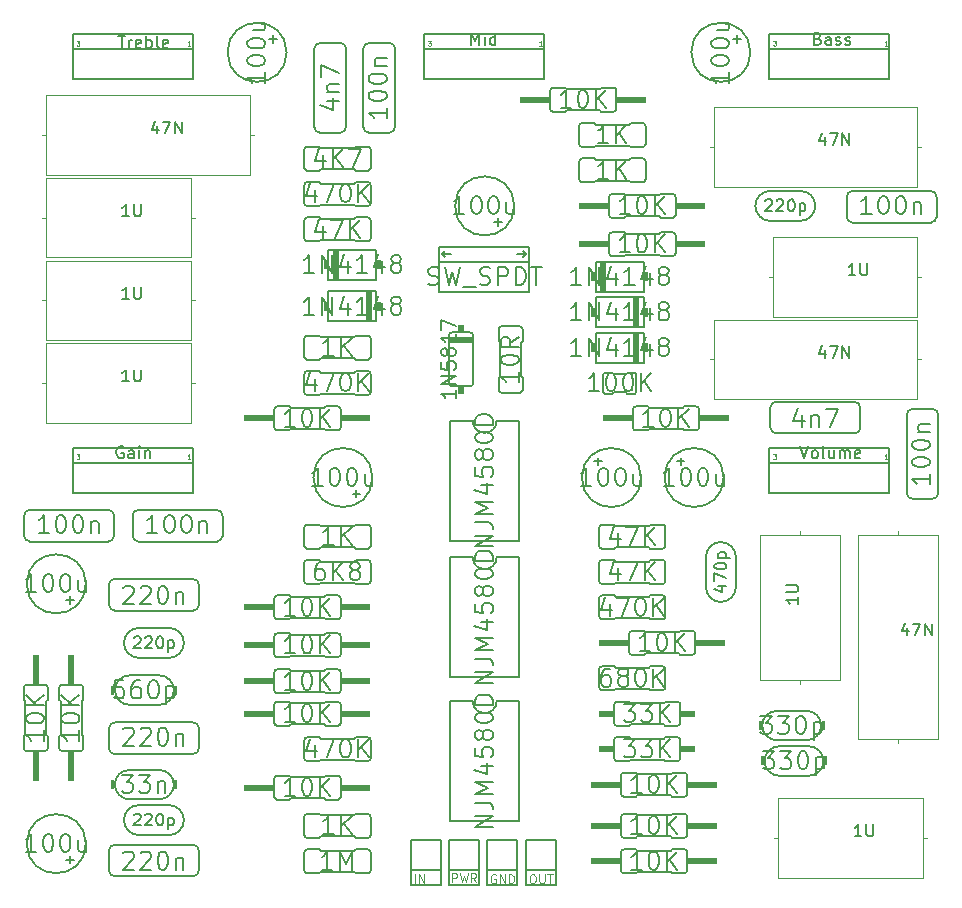
<source format=gto>
G04 #@! TF.GenerationSoftware,KiCad,Pcbnew,9.0.2*
G04 #@! TF.CreationDate,2026-01-12T13:18:24-05:00*
G04 #@! TF.ProjectId,Pathogen_Pedal,50617468-6f67-4656-9e5f-506564616c2e,rev?*
G04 #@! TF.SameCoordinates,Original*
G04 #@! TF.FileFunction,Legend,Top*
G04 #@! TF.FilePolarity,Positive*
%FSLAX46Y46*%
G04 Gerber Fmt 4.6, Leading zero omitted, Abs format (unit mm)*
G04 Created by KiCad (PCBNEW 9.0.2) date 2026-01-12 13:18:24*
%MOMM*%
%LPD*%
G01*
G04 APERTURE LIST*
%ADD10C,0.200000*%
%ADD11C,0.150000*%
%ADD12C,0.100000*%
%ADD13C,0.048768*%
%ADD14C,0.152400*%
%ADD15C,0.000000*%
%ADD16C,0.127000*%
%ADD17C,0.120000*%
G04 APERTURE END LIST*
D10*
X63393482Y-146414838D02*
X63298244Y-146367219D01*
X63298244Y-146367219D02*
X63155387Y-146367219D01*
X63155387Y-146367219D02*
X63012530Y-146414838D01*
X63012530Y-146414838D02*
X62917292Y-146510076D01*
X62917292Y-146510076D02*
X62869673Y-146605314D01*
X62869673Y-146605314D02*
X62822054Y-146795790D01*
X62822054Y-146795790D02*
X62822054Y-146938647D01*
X62822054Y-146938647D02*
X62869673Y-147129123D01*
X62869673Y-147129123D02*
X62917292Y-147224361D01*
X62917292Y-147224361D02*
X63012530Y-147319600D01*
X63012530Y-147319600D02*
X63155387Y-147367219D01*
X63155387Y-147367219D02*
X63250625Y-147367219D01*
X63250625Y-147367219D02*
X63393482Y-147319600D01*
X63393482Y-147319600D02*
X63441101Y-147271980D01*
X63441101Y-147271980D02*
X63441101Y-146938647D01*
X63441101Y-146938647D02*
X63250625Y-146938647D01*
X64298244Y-147367219D02*
X64298244Y-146843409D01*
X64298244Y-146843409D02*
X64250625Y-146748171D01*
X64250625Y-146748171D02*
X64155387Y-146700552D01*
X64155387Y-146700552D02*
X63964911Y-146700552D01*
X63964911Y-146700552D02*
X63869673Y-146748171D01*
X64298244Y-147319600D02*
X64203006Y-147367219D01*
X64203006Y-147367219D02*
X63964911Y-147367219D01*
X63964911Y-147367219D02*
X63869673Y-147319600D01*
X63869673Y-147319600D02*
X63822054Y-147224361D01*
X63822054Y-147224361D02*
X63822054Y-147129123D01*
X63822054Y-147129123D02*
X63869673Y-147033885D01*
X63869673Y-147033885D02*
X63964911Y-146986266D01*
X63964911Y-146986266D02*
X64203006Y-146986266D01*
X64203006Y-146986266D02*
X64298244Y-146938647D01*
X64774435Y-147367219D02*
X64774435Y-146700552D01*
X64774435Y-146367219D02*
X64726816Y-146414838D01*
X64726816Y-146414838D02*
X64774435Y-146462457D01*
X64774435Y-146462457D02*
X64822054Y-146414838D01*
X64822054Y-146414838D02*
X64774435Y-146367219D01*
X64774435Y-146367219D02*
X64774435Y-146462457D01*
X65250625Y-146700552D02*
X65250625Y-147367219D01*
X65250625Y-146795790D02*
X65298244Y-146748171D01*
X65298244Y-146748171D02*
X65393482Y-146700552D01*
X65393482Y-146700552D02*
X65536339Y-146700552D01*
X65536339Y-146700552D02*
X65631577Y-146748171D01*
X65631577Y-146748171D02*
X65679196Y-146843409D01*
X65679196Y-146843409D02*
X65679196Y-147367219D01*
X62976816Y-111617219D02*
X63548244Y-111617219D01*
X63262530Y-112617219D02*
X63262530Y-111617219D01*
X63881578Y-112617219D02*
X63881578Y-111950552D01*
X63881578Y-112141028D02*
X63929197Y-112045790D01*
X63929197Y-112045790D02*
X63976816Y-111998171D01*
X63976816Y-111998171D02*
X64072054Y-111950552D01*
X64072054Y-111950552D02*
X64167292Y-111950552D01*
X64881578Y-112569600D02*
X64786340Y-112617219D01*
X64786340Y-112617219D02*
X64595864Y-112617219D01*
X64595864Y-112617219D02*
X64500626Y-112569600D01*
X64500626Y-112569600D02*
X64453007Y-112474361D01*
X64453007Y-112474361D02*
X64453007Y-112093409D01*
X64453007Y-112093409D02*
X64500626Y-111998171D01*
X64500626Y-111998171D02*
X64595864Y-111950552D01*
X64595864Y-111950552D02*
X64786340Y-111950552D01*
X64786340Y-111950552D02*
X64881578Y-111998171D01*
X64881578Y-111998171D02*
X64929197Y-112093409D01*
X64929197Y-112093409D02*
X64929197Y-112188647D01*
X64929197Y-112188647D02*
X64453007Y-112283885D01*
X65357769Y-112617219D02*
X65357769Y-111617219D01*
X65357769Y-111998171D02*
X65453007Y-111950552D01*
X65453007Y-111950552D02*
X65643483Y-111950552D01*
X65643483Y-111950552D02*
X65738721Y-111998171D01*
X65738721Y-111998171D02*
X65786340Y-112045790D01*
X65786340Y-112045790D02*
X65833959Y-112141028D01*
X65833959Y-112141028D02*
X65833959Y-112426742D01*
X65833959Y-112426742D02*
X65786340Y-112521980D01*
X65786340Y-112521980D02*
X65738721Y-112569600D01*
X65738721Y-112569600D02*
X65643483Y-112617219D01*
X65643483Y-112617219D02*
X65453007Y-112617219D01*
X65453007Y-112617219D02*
X65357769Y-112569600D01*
X66405388Y-112617219D02*
X66310150Y-112569600D01*
X66310150Y-112569600D02*
X66262531Y-112474361D01*
X66262531Y-112474361D02*
X66262531Y-111617219D01*
X67167293Y-112569600D02*
X67072055Y-112617219D01*
X67072055Y-112617219D02*
X66881579Y-112617219D01*
X66881579Y-112617219D02*
X66786341Y-112569600D01*
X66786341Y-112569600D02*
X66738722Y-112474361D01*
X66738722Y-112474361D02*
X66738722Y-112093409D01*
X66738722Y-112093409D02*
X66786341Y-111998171D01*
X66786341Y-111998171D02*
X66881579Y-111950552D01*
X66881579Y-111950552D02*
X67072055Y-111950552D01*
X67072055Y-111950552D02*
X67167293Y-111998171D01*
X67167293Y-111998171D02*
X67214912Y-112093409D01*
X67214912Y-112093409D02*
X67214912Y-112188647D01*
X67214912Y-112188647D02*
X66738722Y-112283885D01*
X92869673Y-112367219D02*
X92869673Y-111367219D01*
X92869673Y-111367219D02*
X93203006Y-112081504D01*
X93203006Y-112081504D02*
X93536339Y-111367219D01*
X93536339Y-111367219D02*
X93536339Y-112367219D01*
X94012530Y-112367219D02*
X94012530Y-111700552D01*
X94012530Y-111367219D02*
X93964911Y-111414838D01*
X93964911Y-111414838D02*
X94012530Y-111462457D01*
X94012530Y-111462457D02*
X94060149Y-111414838D01*
X94060149Y-111414838D02*
X94012530Y-111367219D01*
X94012530Y-111367219D02*
X94012530Y-111462457D01*
X94917291Y-112367219D02*
X94917291Y-111367219D01*
X94917291Y-112319600D02*
X94822053Y-112367219D01*
X94822053Y-112367219D02*
X94631577Y-112367219D01*
X94631577Y-112367219D02*
X94536339Y-112319600D01*
X94536339Y-112319600D02*
X94488720Y-112271980D01*
X94488720Y-112271980D02*
X94441101Y-112176742D01*
X94441101Y-112176742D02*
X94441101Y-111891028D01*
X94441101Y-111891028D02*
X94488720Y-111795790D01*
X94488720Y-111795790D02*
X94536339Y-111748171D01*
X94536339Y-111748171D02*
X94631577Y-111700552D01*
X94631577Y-111700552D02*
X94822053Y-111700552D01*
X94822053Y-111700552D02*
X94917291Y-111748171D01*
X122203006Y-111843409D02*
X122345863Y-111891028D01*
X122345863Y-111891028D02*
X122393482Y-111938647D01*
X122393482Y-111938647D02*
X122441101Y-112033885D01*
X122441101Y-112033885D02*
X122441101Y-112176742D01*
X122441101Y-112176742D02*
X122393482Y-112271980D01*
X122393482Y-112271980D02*
X122345863Y-112319600D01*
X122345863Y-112319600D02*
X122250625Y-112367219D01*
X122250625Y-112367219D02*
X121869673Y-112367219D01*
X121869673Y-112367219D02*
X121869673Y-111367219D01*
X121869673Y-111367219D02*
X122203006Y-111367219D01*
X122203006Y-111367219D02*
X122298244Y-111414838D01*
X122298244Y-111414838D02*
X122345863Y-111462457D01*
X122345863Y-111462457D02*
X122393482Y-111557695D01*
X122393482Y-111557695D02*
X122393482Y-111652933D01*
X122393482Y-111652933D02*
X122345863Y-111748171D01*
X122345863Y-111748171D02*
X122298244Y-111795790D01*
X122298244Y-111795790D02*
X122203006Y-111843409D01*
X122203006Y-111843409D02*
X121869673Y-111843409D01*
X123298244Y-112367219D02*
X123298244Y-111843409D01*
X123298244Y-111843409D02*
X123250625Y-111748171D01*
X123250625Y-111748171D02*
X123155387Y-111700552D01*
X123155387Y-111700552D02*
X122964911Y-111700552D01*
X122964911Y-111700552D02*
X122869673Y-111748171D01*
X123298244Y-112319600D02*
X123203006Y-112367219D01*
X123203006Y-112367219D02*
X122964911Y-112367219D01*
X122964911Y-112367219D02*
X122869673Y-112319600D01*
X122869673Y-112319600D02*
X122822054Y-112224361D01*
X122822054Y-112224361D02*
X122822054Y-112129123D01*
X122822054Y-112129123D02*
X122869673Y-112033885D01*
X122869673Y-112033885D02*
X122964911Y-111986266D01*
X122964911Y-111986266D02*
X123203006Y-111986266D01*
X123203006Y-111986266D02*
X123298244Y-111938647D01*
X123726816Y-112319600D02*
X123822054Y-112367219D01*
X123822054Y-112367219D02*
X124012530Y-112367219D01*
X124012530Y-112367219D02*
X124107768Y-112319600D01*
X124107768Y-112319600D02*
X124155387Y-112224361D01*
X124155387Y-112224361D02*
X124155387Y-112176742D01*
X124155387Y-112176742D02*
X124107768Y-112081504D01*
X124107768Y-112081504D02*
X124012530Y-112033885D01*
X124012530Y-112033885D02*
X123869673Y-112033885D01*
X123869673Y-112033885D02*
X123774435Y-111986266D01*
X123774435Y-111986266D02*
X123726816Y-111891028D01*
X123726816Y-111891028D02*
X123726816Y-111843409D01*
X123726816Y-111843409D02*
X123774435Y-111748171D01*
X123774435Y-111748171D02*
X123869673Y-111700552D01*
X123869673Y-111700552D02*
X124012530Y-111700552D01*
X124012530Y-111700552D02*
X124107768Y-111748171D01*
X124536340Y-112319600D02*
X124631578Y-112367219D01*
X124631578Y-112367219D02*
X124822054Y-112367219D01*
X124822054Y-112367219D02*
X124917292Y-112319600D01*
X124917292Y-112319600D02*
X124964911Y-112224361D01*
X124964911Y-112224361D02*
X124964911Y-112176742D01*
X124964911Y-112176742D02*
X124917292Y-112081504D01*
X124917292Y-112081504D02*
X124822054Y-112033885D01*
X124822054Y-112033885D02*
X124679197Y-112033885D01*
X124679197Y-112033885D02*
X124583959Y-111986266D01*
X124583959Y-111986266D02*
X124536340Y-111891028D01*
X124536340Y-111891028D02*
X124536340Y-111843409D01*
X124536340Y-111843409D02*
X124583959Y-111748171D01*
X124583959Y-111748171D02*
X124679197Y-111700552D01*
X124679197Y-111700552D02*
X124822054Y-111700552D01*
X124822054Y-111700552D02*
X124917292Y-111748171D01*
X120726816Y-146367219D02*
X121060149Y-147367219D01*
X121060149Y-147367219D02*
X121393482Y-146367219D01*
X121869673Y-147367219D02*
X121774435Y-147319600D01*
X121774435Y-147319600D02*
X121726816Y-147271980D01*
X121726816Y-147271980D02*
X121679197Y-147176742D01*
X121679197Y-147176742D02*
X121679197Y-146891028D01*
X121679197Y-146891028D02*
X121726816Y-146795790D01*
X121726816Y-146795790D02*
X121774435Y-146748171D01*
X121774435Y-146748171D02*
X121869673Y-146700552D01*
X121869673Y-146700552D02*
X122012530Y-146700552D01*
X122012530Y-146700552D02*
X122107768Y-146748171D01*
X122107768Y-146748171D02*
X122155387Y-146795790D01*
X122155387Y-146795790D02*
X122203006Y-146891028D01*
X122203006Y-146891028D02*
X122203006Y-147176742D01*
X122203006Y-147176742D02*
X122155387Y-147271980D01*
X122155387Y-147271980D02*
X122107768Y-147319600D01*
X122107768Y-147319600D02*
X122012530Y-147367219D01*
X122012530Y-147367219D02*
X121869673Y-147367219D01*
X122774435Y-147367219D02*
X122679197Y-147319600D01*
X122679197Y-147319600D02*
X122631578Y-147224361D01*
X122631578Y-147224361D02*
X122631578Y-146367219D01*
X123583959Y-146700552D02*
X123583959Y-147367219D01*
X123155388Y-146700552D02*
X123155388Y-147224361D01*
X123155388Y-147224361D02*
X123203007Y-147319600D01*
X123203007Y-147319600D02*
X123298245Y-147367219D01*
X123298245Y-147367219D02*
X123441102Y-147367219D01*
X123441102Y-147367219D02*
X123536340Y-147319600D01*
X123536340Y-147319600D02*
X123583959Y-147271980D01*
X124060150Y-147367219D02*
X124060150Y-146700552D01*
X124060150Y-146795790D02*
X124107769Y-146748171D01*
X124107769Y-146748171D02*
X124203007Y-146700552D01*
X124203007Y-146700552D02*
X124345864Y-146700552D01*
X124345864Y-146700552D02*
X124441102Y-146748171D01*
X124441102Y-146748171D02*
X124488721Y-146843409D01*
X124488721Y-146843409D02*
X124488721Y-147367219D01*
X124488721Y-146843409D02*
X124536340Y-146748171D01*
X124536340Y-146748171D02*
X124631578Y-146700552D01*
X124631578Y-146700552D02*
X124774435Y-146700552D01*
X124774435Y-146700552D02*
X124869674Y-146748171D01*
X124869674Y-146748171D02*
X124917293Y-146843409D01*
X124917293Y-146843409D02*
X124917293Y-147367219D01*
X125774435Y-147319600D02*
X125679197Y-147367219D01*
X125679197Y-147367219D02*
X125488721Y-147367219D01*
X125488721Y-147367219D02*
X125393483Y-147319600D01*
X125393483Y-147319600D02*
X125345864Y-147224361D01*
X125345864Y-147224361D02*
X125345864Y-146843409D01*
X125345864Y-146843409D02*
X125393483Y-146748171D01*
X125393483Y-146748171D02*
X125488721Y-146700552D01*
X125488721Y-146700552D02*
X125679197Y-146700552D01*
X125679197Y-146700552D02*
X125774435Y-146748171D01*
X125774435Y-146748171D02*
X125822054Y-146843409D01*
X125822054Y-146843409D02*
X125822054Y-146938647D01*
X125822054Y-146938647D02*
X125345864Y-147033885D01*
X129798244Y-161700552D02*
X129798244Y-162367219D01*
X129560149Y-161319600D02*
X129322054Y-162033885D01*
X129322054Y-162033885D02*
X129941101Y-162033885D01*
X130226816Y-161367219D02*
X130893482Y-161367219D01*
X130893482Y-161367219D02*
X130464911Y-162367219D01*
X131274435Y-162367219D02*
X131274435Y-161367219D01*
X131274435Y-161367219D02*
X131845863Y-162367219D01*
X131845863Y-162367219D02*
X131845863Y-161367219D01*
X122798244Y-138200552D02*
X122798244Y-138867219D01*
X122560149Y-137819600D02*
X122322054Y-138533885D01*
X122322054Y-138533885D02*
X122941101Y-138533885D01*
X123226816Y-137867219D02*
X123893482Y-137867219D01*
X123893482Y-137867219D02*
X123464911Y-138867219D01*
X124274435Y-138867219D02*
X124274435Y-137867219D01*
X124274435Y-137867219D02*
X124845863Y-138867219D01*
X124845863Y-138867219D02*
X124845863Y-137867219D01*
X122798244Y-120200552D02*
X122798244Y-120867219D01*
X122560149Y-119819600D02*
X122322054Y-120533885D01*
X122322054Y-120533885D02*
X122941101Y-120533885D01*
X123226816Y-119867219D02*
X123893482Y-119867219D01*
X123893482Y-119867219D02*
X123464911Y-120867219D01*
X124274435Y-120867219D02*
X124274435Y-119867219D01*
X124274435Y-119867219D02*
X124845863Y-120867219D01*
X124845863Y-120867219D02*
X124845863Y-119867219D01*
X63893482Y-140867219D02*
X63322054Y-140867219D01*
X63607768Y-140867219D02*
X63607768Y-139867219D01*
X63607768Y-139867219D02*
X63512530Y-140010076D01*
X63512530Y-140010076D02*
X63417292Y-140105314D01*
X63417292Y-140105314D02*
X63322054Y-140152933D01*
X64322054Y-139867219D02*
X64322054Y-140676742D01*
X64322054Y-140676742D02*
X64369673Y-140771980D01*
X64369673Y-140771980D02*
X64417292Y-140819600D01*
X64417292Y-140819600D02*
X64512530Y-140867219D01*
X64512530Y-140867219D02*
X64703006Y-140867219D01*
X64703006Y-140867219D02*
X64798244Y-140819600D01*
X64798244Y-140819600D02*
X64845863Y-140771980D01*
X64845863Y-140771980D02*
X64893482Y-140676742D01*
X64893482Y-140676742D02*
X64893482Y-139867219D01*
X63893482Y-133867219D02*
X63322054Y-133867219D01*
X63607768Y-133867219D02*
X63607768Y-132867219D01*
X63607768Y-132867219D02*
X63512530Y-133010076D01*
X63512530Y-133010076D02*
X63417292Y-133105314D01*
X63417292Y-133105314D02*
X63322054Y-133152933D01*
X64322054Y-132867219D02*
X64322054Y-133676742D01*
X64322054Y-133676742D02*
X64369673Y-133771980D01*
X64369673Y-133771980D02*
X64417292Y-133819600D01*
X64417292Y-133819600D02*
X64512530Y-133867219D01*
X64512530Y-133867219D02*
X64703006Y-133867219D01*
X64703006Y-133867219D02*
X64798244Y-133819600D01*
X64798244Y-133819600D02*
X64845863Y-133771980D01*
X64845863Y-133771980D02*
X64893482Y-133676742D01*
X64893482Y-133676742D02*
X64893482Y-132867219D01*
X63893482Y-126867219D02*
X63322054Y-126867219D01*
X63607768Y-126867219D02*
X63607768Y-125867219D01*
X63607768Y-125867219D02*
X63512530Y-126010076D01*
X63512530Y-126010076D02*
X63417292Y-126105314D01*
X63417292Y-126105314D02*
X63322054Y-126152933D01*
X64322054Y-125867219D02*
X64322054Y-126676742D01*
X64322054Y-126676742D02*
X64369673Y-126771980D01*
X64369673Y-126771980D02*
X64417292Y-126819600D01*
X64417292Y-126819600D02*
X64512530Y-126867219D01*
X64512530Y-126867219D02*
X64703006Y-126867219D01*
X64703006Y-126867219D02*
X64798244Y-126819600D01*
X64798244Y-126819600D02*
X64845863Y-126771980D01*
X64845863Y-126771980D02*
X64893482Y-126676742D01*
X64893482Y-126676742D02*
X64893482Y-125867219D01*
X125393482Y-131867219D02*
X124822054Y-131867219D01*
X125107768Y-131867219D02*
X125107768Y-130867219D01*
X125107768Y-130867219D02*
X125012530Y-131010076D01*
X125012530Y-131010076D02*
X124917292Y-131105314D01*
X124917292Y-131105314D02*
X124822054Y-131152933D01*
X125822054Y-130867219D02*
X125822054Y-131676742D01*
X125822054Y-131676742D02*
X125869673Y-131771980D01*
X125869673Y-131771980D02*
X125917292Y-131819600D01*
X125917292Y-131819600D02*
X126012530Y-131867219D01*
X126012530Y-131867219D02*
X126203006Y-131867219D01*
X126203006Y-131867219D02*
X126298244Y-131819600D01*
X126298244Y-131819600D02*
X126345863Y-131771980D01*
X126345863Y-131771980D02*
X126393482Y-131676742D01*
X126393482Y-131676742D02*
X126393482Y-130867219D01*
X120557219Y-159106517D02*
X120557219Y-159677945D01*
X120557219Y-159392231D02*
X119557219Y-159392231D01*
X119557219Y-159392231D02*
X119700076Y-159487469D01*
X119700076Y-159487469D02*
X119795314Y-159582707D01*
X119795314Y-159582707D02*
X119842933Y-159677945D01*
X119557219Y-158677945D02*
X120366742Y-158677945D01*
X120366742Y-158677945D02*
X120461980Y-158630326D01*
X120461980Y-158630326D02*
X120509600Y-158582707D01*
X120509600Y-158582707D02*
X120557219Y-158487469D01*
X120557219Y-158487469D02*
X120557219Y-158296993D01*
X120557219Y-158296993D02*
X120509600Y-158201755D01*
X120509600Y-158201755D02*
X120461980Y-158154136D01*
X120461980Y-158154136D02*
X120366742Y-158106517D01*
X120366742Y-158106517D02*
X119557219Y-158106517D01*
X125893482Y-179367219D02*
X125322054Y-179367219D01*
X125607768Y-179367219D02*
X125607768Y-178367219D01*
X125607768Y-178367219D02*
X125512530Y-178510076D01*
X125512530Y-178510076D02*
X125417292Y-178605314D01*
X125417292Y-178605314D02*
X125322054Y-178652933D01*
X126322054Y-178367219D02*
X126322054Y-179176742D01*
X126322054Y-179176742D02*
X126369673Y-179271980D01*
X126369673Y-179271980D02*
X126417292Y-179319600D01*
X126417292Y-179319600D02*
X126512530Y-179367219D01*
X126512530Y-179367219D02*
X126703006Y-179367219D01*
X126703006Y-179367219D02*
X126798244Y-179319600D01*
X126798244Y-179319600D02*
X126845863Y-179271980D01*
X126845863Y-179271980D02*
X126893482Y-179176742D01*
X126893482Y-179176742D02*
X126893482Y-178367219D01*
X66298244Y-119200552D02*
X66298244Y-119867219D01*
X66060149Y-118819600D02*
X65822054Y-119533885D01*
X65822054Y-119533885D02*
X66441101Y-119533885D01*
X66726816Y-118867219D02*
X67393482Y-118867219D01*
X67393482Y-118867219D02*
X66964911Y-119867219D01*
X67774435Y-119867219D02*
X67774435Y-118867219D01*
X67774435Y-118867219D02*
X68345863Y-119867219D01*
X68345863Y-119867219D02*
X68345863Y-118867219D01*
D11*
X106297713Y-129947231D02*
X105426856Y-129947231D01*
X105862285Y-129947231D02*
X105862285Y-128423231D01*
X105862285Y-128423231D02*
X105717142Y-128640945D01*
X105717142Y-128640945D02*
X105571999Y-128786088D01*
X105571999Y-128786088D02*
X105426856Y-128858660D01*
X107241142Y-128423231D02*
X107386285Y-128423231D01*
X107386285Y-128423231D02*
X107531428Y-128495802D01*
X107531428Y-128495802D02*
X107604000Y-128568374D01*
X107604000Y-128568374D02*
X107676571Y-128713517D01*
X107676571Y-128713517D02*
X107749142Y-129003802D01*
X107749142Y-129003802D02*
X107749142Y-129366660D01*
X107749142Y-129366660D02*
X107676571Y-129656945D01*
X107676571Y-129656945D02*
X107604000Y-129802088D01*
X107604000Y-129802088D02*
X107531428Y-129874660D01*
X107531428Y-129874660D02*
X107386285Y-129947231D01*
X107386285Y-129947231D02*
X107241142Y-129947231D01*
X107241142Y-129947231D02*
X107096000Y-129874660D01*
X107096000Y-129874660D02*
X107023428Y-129802088D01*
X107023428Y-129802088D02*
X106950857Y-129656945D01*
X106950857Y-129656945D02*
X106878285Y-129366660D01*
X106878285Y-129366660D02*
X106878285Y-129003802D01*
X106878285Y-129003802D02*
X106950857Y-128713517D01*
X106950857Y-128713517D02*
X107023428Y-128568374D01*
X107023428Y-128568374D02*
X107096000Y-128495802D01*
X107096000Y-128495802D02*
X107241142Y-128423231D01*
X108402286Y-129947231D02*
X108402286Y-128423231D01*
X109273143Y-129947231D02*
X108620000Y-129076374D01*
X109273143Y-128423231D02*
X108402286Y-129294088D01*
X106297713Y-126697231D02*
X105426856Y-126697231D01*
X105862285Y-126697231D02*
X105862285Y-125173231D01*
X105862285Y-125173231D02*
X105717142Y-125390945D01*
X105717142Y-125390945D02*
X105571999Y-125536088D01*
X105571999Y-125536088D02*
X105426856Y-125608660D01*
X107241142Y-125173231D02*
X107386285Y-125173231D01*
X107386285Y-125173231D02*
X107531428Y-125245802D01*
X107531428Y-125245802D02*
X107604000Y-125318374D01*
X107604000Y-125318374D02*
X107676571Y-125463517D01*
X107676571Y-125463517D02*
X107749142Y-125753802D01*
X107749142Y-125753802D02*
X107749142Y-126116660D01*
X107749142Y-126116660D02*
X107676571Y-126406945D01*
X107676571Y-126406945D02*
X107604000Y-126552088D01*
X107604000Y-126552088D02*
X107531428Y-126624660D01*
X107531428Y-126624660D02*
X107386285Y-126697231D01*
X107386285Y-126697231D02*
X107241142Y-126697231D01*
X107241142Y-126697231D02*
X107096000Y-126624660D01*
X107096000Y-126624660D02*
X107023428Y-126552088D01*
X107023428Y-126552088D02*
X106950857Y-126406945D01*
X106950857Y-126406945D02*
X106878285Y-126116660D01*
X106878285Y-126116660D02*
X106878285Y-125753802D01*
X106878285Y-125753802D02*
X106950857Y-125463517D01*
X106950857Y-125463517D02*
X107023428Y-125318374D01*
X107023428Y-125318374D02*
X107096000Y-125245802D01*
X107096000Y-125245802D02*
X107241142Y-125173231D01*
X108402286Y-126697231D02*
X108402286Y-125173231D01*
X109273143Y-126697231D02*
X108620000Y-125826374D01*
X109273143Y-125173231D02*
X108402286Y-126044088D01*
X107297713Y-182197231D02*
X106426856Y-182197231D01*
X106862285Y-182197231D02*
X106862285Y-180673231D01*
X106862285Y-180673231D02*
X106717142Y-180890945D01*
X106717142Y-180890945D02*
X106571999Y-181036088D01*
X106571999Y-181036088D02*
X106426856Y-181108660D01*
X108241142Y-180673231D02*
X108386285Y-180673231D01*
X108386285Y-180673231D02*
X108531428Y-180745802D01*
X108531428Y-180745802D02*
X108604000Y-180818374D01*
X108604000Y-180818374D02*
X108676571Y-180963517D01*
X108676571Y-180963517D02*
X108749142Y-181253802D01*
X108749142Y-181253802D02*
X108749142Y-181616660D01*
X108749142Y-181616660D02*
X108676571Y-181906945D01*
X108676571Y-181906945D02*
X108604000Y-182052088D01*
X108604000Y-182052088D02*
X108531428Y-182124660D01*
X108531428Y-182124660D02*
X108386285Y-182197231D01*
X108386285Y-182197231D02*
X108241142Y-182197231D01*
X108241142Y-182197231D02*
X108096000Y-182124660D01*
X108096000Y-182124660D02*
X108023428Y-182052088D01*
X108023428Y-182052088D02*
X107950857Y-181906945D01*
X107950857Y-181906945D02*
X107878285Y-181616660D01*
X107878285Y-181616660D02*
X107878285Y-181253802D01*
X107878285Y-181253802D02*
X107950857Y-180963517D01*
X107950857Y-180963517D02*
X108023428Y-180818374D01*
X108023428Y-180818374D02*
X108096000Y-180745802D01*
X108096000Y-180745802D02*
X108241142Y-180673231D01*
X109402286Y-182197231D02*
X109402286Y-180673231D01*
X110273143Y-182197231D02*
X109620000Y-181326374D01*
X110273143Y-180673231D02*
X109402286Y-181544088D01*
X107297713Y-179197231D02*
X106426856Y-179197231D01*
X106862285Y-179197231D02*
X106862285Y-177673231D01*
X106862285Y-177673231D02*
X106717142Y-177890945D01*
X106717142Y-177890945D02*
X106571999Y-178036088D01*
X106571999Y-178036088D02*
X106426856Y-178108660D01*
X108241142Y-177673231D02*
X108386285Y-177673231D01*
X108386285Y-177673231D02*
X108531428Y-177745802D01*
X108531428Y-177745802D02*
X108604000Y-177818374D01*
X108604000Y-177818374D02*
X108676571Y-177963517D01*
X108676571Y-177963517D02*
X108749142Y-178253802D01*
X108749142Y-178253802D02*
X108749142Y-178616660D01*
X108749142Y-178616660D02*
X108676571Y-178906945D01*
X108676571Y-178906945D02*
X108604000Y-179052088D01*
X108604000Y-179052088D02*
X108531428Y-179124660D01*
X108531428Y-179124660D02*
X108386285Y-179197231D01*
X108386285Y-179197231D02*
X108241142Y-179197231D01*
X108241142Y-179197231D02*
X108096000Y-179124660D01*
X108096000Y-179124660D02*
X108023428Y-179052088D01*
X108023428Y-179052088D02*
X107950857Y-178906945D01*
X107950857Y-178906945D02*
X107878285Y-178616660D01*
X107878285Y-178616660D02*
X107878285Y-178253802D01*
X107878285Y-178253802D02*
X107950857Y-177963517D01*
X107950857Y-177963517D02*
X108023428Y-177818374D01*
X108023428Y-177818374D02*
X108096000Y-177745802D01*
X108096000Y-177745802D02*
X108241142Y-177673231D01*
X109402286Y-179197231D02*
X109402286Y-177673231D01*
X110273143Y-179197231D02*
X109620000Y-178326374D01*
X110273143Y-177673231D02*
X109402286Y-178544088D01*
D12*
X88107143Y-183341764D02*
X88107143Y-182591764D01*
X88464286Y-183341764D02*
X88464286Y-182591764D01*
X88464286Y-182591764D02*
X88892857Y-183341764D01*
X88892857Y-183341764D02*
X88892857Y-182591764D01*
X91250000Y-183246764D02*
X91250000Y-182496764D01*
X91250000Y-182496764D02*
X91535714Y-182496764D01*
X91535714Y-182496764D02*
X91607143Y-182532478D01*
X91607143Y-182532478D02*
X91642857Y-182568192D01*
X91642857Y-182568192D02*
X91678571Y-182639621D01*
X91678571Y-182639621D02*
X91678571Y-182746764D01*
X91678571Y-182746764D02*
X91642857Y-182818192D01*
X91642857Y-182818192D02*
X91607143Y-182853907D01*
X91607143Y-182853907D02*
X91535714Y-182889621D01*
X91535714Y-182889621D02*
X91250000Y-182889621D01*
X91928571Y-182496764D02*
X92107143Y-183246764D01*
X92107143Y-183246764D02*
X92250000Y-182711050D01*
X92250000Y-182711050D02*
X92392857Y-183246764D01*
X92392857Y-183246764D02*
X92571429Y-182496764D01*
X93285714Y-183246764D02*
X93035714Y-182889621D01*
X92857143Y-183246764D02*
X92857143Y-182496764D01*
X92857143Y-182496764D02*
X93142857Y-182496764D01*
X93142857Y-182496764D02*
X93214286Y-182532478D01*
X93214286Y-182532478D02*
X93250000Y-182568192D01*
X93250000Y-182568192D02*
X93285714Y-182639621D01*
X93285714Y-182639621D02*
X93285714Y-182746764D01*
X93285714Y-182746764D02*
X93250000Y-182818192D01*
X93250000Y-182818192D02*
X93214286Y-182853907D01*
X93214286Y-182853907D02*
X93142857Y-182889621D01*
X93142857Y-182889621D02*
X92857143Y-182889621D01*
X94928571Y-182627478D02*
X94857143Y-182591764D01*
X94857143Y-182591764D02*
X94750000Y-182591764D01*
X94750000Y-182591764D02*
X94642857Y-182627478D01*
X94642857Y-182627478D02*
X94571428Y-182698907D01*
X94571428Y-182698907D02*
X94535714Y-182770335D01*
X94535714Y-182770335D02*
X94500000Y-182913192D01*
X94500000Y-182913192D02*
X94500000Y-183020335D01*
X94500000Y-183020335D02*
X94535714Y-183163192D01*
X94535714Y-183163192D02*
X94571428Y-183234621D01*
X94571428Y-183234621D02*
X94642857Y-183306050D01*
X94642857Y-183306050D02*
X94750000Y-183341764D01*
X94750000Y-183341764D02*
X94821428Y-183341764D01*
X94821428Y-183341764D02*
X94928571Y-183306050D01*
X94928571Y-183306050D02*
X94964285Y-183270335D01*
X94964285Y-183270335D02*
X94964285Y-183020335D01*
X94964285Y-183020335D02*
X94821428Y-183020335D01*
X95285714Y-183341764D02*
X95285714Y-182591764D01*
X95285714Y-182591764D02*
X95714285Y-183341764D01*
X95714285Y-183341764D02*
X95714285Y-182591764D01*
X96071428Y-183341764D02*
X96071428Y-182591764D01*
X96071428Y-182591764D02*
X96249999Y-182591764D01*
X96249999Y-182591764D02*
X96357142Y-182627478D01*
X96357142Y-182627478D02*
X96428571Y-182698907D01*
X96428571Y-182698907D02*
X96464285Y-182770335D01*
X96464285Y-182770335D02*
X96499999Y-182913192D01*
X96499999Y-182913192D02*
X96499999Y-183020335D01*
X96499999Y-183020335D02*
X96464285Y-183163192D01*
X96464285Y-183163192D02*
X96428571Y-183234621D01*
X96428571Y-183234621D02*
X96357142Y-183306050D01*
X96357142Y-183306050D02*
X96249999Y-183341764D01*
X96249999Y-183341764D02*
X96071428Y-183341764D01*
D11*
X79616857Y-140681231D02*
X79616857Y-141697231D01*
X79253999Y-140100660D02*
X78891142Y-141189231D01*
X78891142Y-141189231D02*
X79834571Y-141189231D01*
X80270000Y-140173231D02*
X81286000Y-140173231D01*
X81286000Y-140173231D02*
X80632857Y-141697231D01*
X82156857Y-140173231D02*
X82302000Y-140173231D01*
X82302000Y-140173231D02*
X82447143Y-140245802D01*
X82447143Y-140245802D02*
X82519715Y-140318374D01*
X82519715Y-140318374D02*
X82592286Y-140463517D01*
X82592286Y-140463517D02*
X82664857Y-140753802D01*
X82664857Y-140753802D02*
X82664857Y-141116660D01*
X82664857Y-141116660D02*
X82592286Y-141406945D01*
X82592286Y-141406945D02*
X82519715Y-141552088D01*
X82519715Y-141552088D02*
X82447143Y-141624660D01*
X82447143Y-141624660D02*
X82302000Y-141697231D01*
X82302000Y-141697231D02*
X82156857Y-141697231D01*
X82156857Y-141697231D02*
X82011715Y-141624660D01*
X82011715Y-141624660D02*
X81939143Y-141552088D01*
X81939143Y-141552088D02*
X81866572Y-141406945D01*
X81866572Y-141406945D02*
X81794000Y-141116660D01*
X81794000Y-141116660D02*
X81794000Y-140753802D01*
X81794000Y-140753802D02*
X81866572Y-140463517D01*
X81866572Y-140463517D02*
X81939143Y-140318374D01*
X81939143Y-140318374D02*
X82011715Y-140245802D01*
X82011715Y-140245802D02*
X82156857Y-140173231D01*
X83318001Y-141697231D02*
X83318001Y-140173231D01*
X84188858Y-141697231D02*
X83535715Y-140826374D01*
X84188858Y-140173231D02*
X83318001Y-141044088D01*
X81213428Y-138697231D02*
X80342571Y-138697231D01*
X80778000Y-138697231D02*
X80778000Y-137173231D01*
X80778000Y-137173231D02*
X80632857Y-137390945D01*
X80632857Y-137390945D02*
X80487714Y-137536088D01*
X80487714Y-137536088D02*
X80342571Y-137608660D01*
X81866572Y-138697231D02*
X81866572Y-137173231D01*
X82737429Y-138697231D02*
X82084286Y-137826374D01*
X82737429Y-137173231D02*
X81866572Y-138044088D01*
X81213428Y-154697231D02*
X80342571Y-154697231D01*
X80778000Y-154697231D02*
X80778000Y-153173231D01*
X80778000Y-153173231D02*
X80632857Y-153390945D01*
X80632857Y-153390945D02*
X80487714Y-153536088D01*
X80487714Y-153536088D02*
X80342571Y-153608660D01*
X81866572Y-154697231D02*
X81866572Y-153173231D01*
X82737429Y-154697231D02*
X82084286Y-153826374D01*
X82737429Y-153173231D02*
X81866572Y-154044088D01*
D13*
X69088240Y-147426215D02*
X68867623Y-147426215D01*
X68977931Y-147426215D02*
X68977931Y-147040135D01*
X68977931Y-147040135D02*
X68941162Y-147095290D01*
X68941162Y-147095290D02*
X68904392Y-147132059D01*
X68904392Y-147132059D02*
X68867623Y-147150444D01*
X59451238Y-147040135D02*
X59690240Y-147040135D01*
X59690240Y-147040135D02*
X59561546Y-147187213D01*
X59561546Y-147187213D02*
X59616701Y-147187213D01*
X59616701Y-147187213D02*
X59653470Y-147205598D01*
X59653470Y-147205598D02*
X59671855Y-147223983D01*
X59671855Y-147223983D02*
X59690240Y-147260752D01*
X59690240Y-147260752D02*
X59690240Y-147352676D01*
X59690240Y-147352676D02*
X59671855Y-147389446D01*
X59671855Y-147389446D02*
X59653470Y-147407831D01*
X59653470Y-147407831D02*
X59616701Y-147426215D01*
X59616701Y-147426215D02*
X59506392Y-147426215D01*
X59506392Y-147426215D02*
X59469623Y-147407831D01*
X59469623Y-147407831D02*
X59451238Y-147389446D01*
D11*
X66294570Y-153697231D02*
X65423713Y-153697231D01*
X65859142Y-153697231D02*
X65859142Y-152173231D01*
X65859142Y-152173231D02*
X65713999Y-152390945D01*
X65713999Y-152390945D02*
X65568856Y-152536088D01*
X65568856Y-152536088D02*
X65423713Y-152608660D01*
X67237999Y-152173231D02*
X67383142Y-152173231D01*
X67383142Y-152173231D02*
X67528285Y-152245802D01*
X67528285Y-152245802D02*
X67600857Y-152318374D01*
X67600857Y-152318374D02*
X67673428Y-152463517D01*
X67673428Y-152463517D02*
X67745999Y-152753802D01*
X67745999Y-152753802D02*
X67745999Y-153116660D01*
X67745999Y-153116660D02*
X67673428Y-153406945D01*
X67673428Y-153406945D02*
X67600857Y-153552088D01*
X67600857Y-153552088D02*
X67528285Y-153624660D01*
X67528285Y-153624660D02*
X67383142Y-153697231D01*
X67383142Y-153697231D02*
X67237999Y-153697231D01*
X67237999Y-153697231D02*
X67092857Y-153624660D01*
X67092857Y-153624660D02*
X67020285Y-153552088D01*
X67020285Y-153552088D02*
X66947714Y-153406945D01*
X66947714Y-153406945D02*
X66875142Y-153116660D01*
X66875142Y-153116660D02*
X66875142Y-152753802D01*
X66875142Y-152753802D02*
X66947714Y-152463517D01*
X66947714Y-152463517D02*
X67020285Y-152318374D01*
X67020285Y-152318374D02*
X67092857Y-152245802D01*
X67092857Y-152245802D02*
X67237999Y-152173231D01*
X68689428Y-152173231D02*
X68834571Y-152173231D01*
X68834571Y-152173231D02*
X68979714Y-152245802D01*
X68979714Y-152245802D02*
X69052286Y-152318374D01*
X69052286Y-152318374D02*
X69124857Y-152463517D01*
X69124857Y-152463517D02*
X69197428Y-152753802D01*
X69197428Y-152753802D02*
X69197428Y-153116660D01*
X69197428Y-153116660D02*
X69124857Y-153406945D01*
X69124857Y-153406945D02*
X69052286Y-153552088D01*
X69052286Y-153552088D02*
X68979714Y-153624660D01*
X68979714Y-153624660D02*
X68834571Y-153697231D01*
X68834571Y-153697231D02*
X68689428Y-153697231D01*
X68689428Y-153697231D02*
X68544286Y-153624660D01*
X68544286Y-153624660D02*
X68471714Y-153552088D01*
X68471714Y-153552088D02*
X68399143Y-153406945D01*
X68399143Y-153406945D02*
X68326571Y-153116660D01*
X68326571Y-153116660D02*
X68326571Y-152753802D01*
X68326571Y-152753802D02*
X68399143Y-152463517D01*
X68399143Y-152463517D02*
X68471714Y-152318374D01*
X68471714Y-152318374D02*
X68544286Y-152245802D01*
X68544286Y-152245802D02*
X68689428Y-152173231D01*
X69850572Y-152681231D02*
X69850572Y-153697231D01*
X69850572Y-152826374D02*
X69923143Y-152753802D01*
X69923143Y-152753802D02*
X70068286Y-152681231D01*
X70068286Y-152681231D02*
X70286000Y-152681231D01*
X70286000Y-152681231D02*
X70431143Y-152753802D01*
X70431143Y-152753802D02*
X70503715Y-152898945D01*
X70503715Y-152898945D02*
X70503715Y-153697231D01*
X75427231Y-114705429D02*
X75427231Y-115576286D01*
X75427231Y-115140857D02*
X73903231Y-115140857D01*
X73903231Y-115140857D02*
X74120945Y-115286000D01*
X74120945Y-115286000D02*
X74266088Y-115431143D01*
X74266088Y-115431143D02*
X74338660Y-115576286D01*
X73903231Y-113762000D02*
X73903231Y-113616857D01*
X73903231Y-113616857D02*
X73975802Y-113471714D01*
X73975802Y-113471714D02*
X74048374Y-113399143D01*
X74048374Y-113399143D02*
X74193517Y-113326571D01*
X74193517Y-113326571D02*
X74483802Y-113254000D01*
X74483802Y-113254000D02*
X74846660Y-113254000D01*
X74846660Y-113254000D02*
X75136945Y-113326571D01*
X75136945Y-113326571D02*
X75282088Y-113399143D01*
X75282088Y-113399143D02*
X75354660Y-113471714D01*
X75354660Y-113471714D02*
X75427231Y-113616857D01*
X75427231Y-113616857D02*
X75427231Y-113762000D01*
X75427231Y-113762000D02*
X75354660Y-113907143D01*
X75354660Y-113907143D02*
X75282088Y-113979714D01*
X75282088Y-113979714D02*
X75136945Y-114052285D01*
X75136945Y-114052285D02*
X74846660Y-114124857D01*
X74846660Y-114124857D02*
X74483802Y-114124857D01*
X74483802Y-114124857D02*
X74193517Y-114052285D01*
X74193517Y-114052285D02*
X74048374Y-113979714D01*
X74048374Y-113979714D02*
X73975802Y-113907143D01*
X73975802Y-113907143D02*
X73903231Y-113762000D01*
X73903231Y-112310571D02*
X73903231Y-112165428D01*
X73903231Y-112165428D02*
X73975802Y-112020285D01*
X73975802Y-112020285D02*
X74048374Y-111947714D01*
X74048374Y-111947714D02*
X74193517Y-111875142D01*
X74193517Y-111875142D02*
X74483802Y-111802571D01*
X74483802Y-111802571D02*
X74846660Y-111802571D01*
X74846660Y-111802571D02*
X75136945Y-111875142D01*
X75136945Y-111875142D02*
X75282088Y-111947714D01*
X75282088Y-111947714D02*
X75354660Y-112020285D01*
X75354660Y-112020285D02*
X75427231Y-112165428D01*
X75427231Y-112165428D02*
X75427231Y-112310571D01*
X75427231Y-112310571D02*
X75354660Y-112455714D01*
X75354660Y-112455714D02*
X75282088Y-112528285D01*
X75282088Y-112528285D02*
X75136945Y-112600856D01*
X75136945Y-112600856D02*
X74846660Y-112673428D01*
X74846660Y-112673428D02*
X74483802Y-112673428D01*
X74483802Y-112673428D02*
X74193517Y-112600856D01*
X74193517Y-112600856D02*
X74048374Y-112528285D01*
X74048374Y-112528285D02*
X73975802Y-112455714D01*
X73975802Y-112455714D02*
X73903231Y-112310571D01*
X74411231Y-110496285D02*
X75427231Y-110496285D01*
X74411231Y-111149427D02*
X75209517Y-111149427D01*
X75209517Y-111149427D02*
X75354660Y-111076856D01*
X75354660Y-111076856D02*
X75427231Y-110931713D01*
X75427231Y-110931713D02*
X75427231Y-110713999D01*
X75427231Y-110713999D02*
X75354660Y-110568856D01*
X75354660Y-110568856D02*
X75282088Y-110496285D01*
X96887231Y-140052286D02*
X96887231Y-140923143D01*
X96887231Y-140487714D02*
X95363231Y-140487714D01*
X95363231Y-140487714D02*
X95580945Y-140632857D01*
X95580945Y-140632857D02*
X95726088Y-140778000D01*
X95726088Y-140778000D02*
X95798660Y-140923143D01*
X95363231Y-139108857D02*
X95363231Y-138963714D01*
X95363231Y-138963714D02*
X95435802Y-138818571D01*
X95435802Y-138818571D02*
X95508374Y-138746000D01*
X95508374Y-138746000D02*
X95653517Y-138673428D01*
X95653517Y-138673428D02*
X95943802Y-138600857D01*
X95943802Y-138600857D02*
X96306660Y-138600857D01*
X96306660Y-138600857D02*
X96596945Y-138673428D01*
X96596945Y-138673428D02*
X96742088Y-138746000D01*
X96742088Y-138746000D02*
X96814660Y-138818571D01*
X96814660Y-138818571D02*
X96887231Y-138963714D01*
X96887231Y-138963714D02*
X96887231Y-139108857D01*
X96887231Y-139108857D02*
X96814660Y-139254000D01*
X96814660Y-139254000D02*
X96742088Y-139326571D01*
X96742088Y-139326571D02*
X96596945Y-139399142D01*
X96596945Y-139399142D02*
X96306660Y-139471714D01*
X96306660Y-139471714D02*
X95943802Y-139471714D01*
X95943802Y-139471714D02*
X95653517Y-139399142D01*
X95653517Y-139399142D02*
X95508374Y-139326571D01*
X95508374Y-139326571D02*
X95435802Y-139254000D01*
X95435802Y-139254000D02*
X95363231Y-139108857D01*
X96887231Y-137076856D02*
X96161517Y-137584856D01*
X96887231Y-137947713D02*
X95363231Y-137947713D01*
X95363231Y-137947713D02*
X95363231Y-137367142D01*
X95363231Y-137367142D02*
X95435802Y-137221999D01*
X95435802Y-137221999D02*
X95508374Y-137149428D01*
X95508374Y-137149428D02*
X95653517Y-137076856D01*
X95653517Y-137076856D02*
X95871231Y-137076856D01*
X95871231Y-137076856D02*
X96016374Y-137149428D01*
X96016374Y-137149428D02*
X96088945Y-137221999D01*
X96088945Y-137221999D02*
X96161517Y-137367142D01*
X96161517Y-137367142D02*
X96161517Y-137947713D01*
X114697231Y-114705429D02*
X114697231Y-115576286D01*
X114697231Y-115140857D02*
X113173231Y-115140857D01*
X113173231Y-115140857D02*
X113390945Y-115286000D01*
X113390945Y-115286000D02*
X113536088Y-115431143D01*
X113536088Y-115431143D02*
X113608660Y-115576286D01*
X113173231Y-113762000D02*
X113173231Y-113616857D01*
X113173231Y-113616857D02*
X113245802Y-113471714D01*
X113245802Y-113471714D02*
X113318374Y-113399143D01*
X113318374Y-113399143D02*
X113463517Y-113326571D01*
X113463517Y-113326571D02*
X113753802Y-113254000D01*
X113753802Y-113254000D02*
X114116660Y-113254000D01*
X114116660Y-113254000D02*
X114406945Y-113326571D01*
X114406945Y-113326571D02*
X114552088Y-113399143D01*
X114552088Y-113399143D02*
X114624660Y-113471714D01*
X114624660Y-113471714D02*
X114697231Y-113616857D01*
X114697231Y-113616857D02*
X114697231Y-113762000D01*
X114697231Y-113762000D02*
X114624660Y-113907143D01*
X114624660Y-113907143D02*
X114552088Y-113979714D01*
X114552088Y-113979714D02*
X114406945Y-114052285D01*
X114406945Y-114052285D02*
X114116660Y-114124857D01*
X114116660Y-114124857D02*
X113753802Y-114124857D01*
X113753802Y-114124857D02*
X113463517Y-114052285D01*
X113463517Y-114052285D02*
X113318374Y-113979714D01*
X113318374Y-113979714D02*
X113245802Y-113907143D01*
X113245802Y-113907143D02*
X113173231Y-113762000D01*
X113173231Y-112310571D02*
X113173231Y-112165428D01*
X113173231Y-112165428D02*
X113245802Y-112020285D01*
X113245802Y-112020285D02*
X113318374Y-111947714D01*
X113318374Y-111947714D02*
X113463517Y-111875142D01*
X113463517Y-111875142D02*
X113753802Y-111802571D01*
X113753802Y-111802571D02*
X114116660Y-111802571D01*
X114116660Y-111802571D02*
X114406945Y-111875142D01*
X114406945Y-111875142D02*
X114552088Y-111947714D01*
X114552088Y-111947714D02*
X114624660Y-112020285D01*
X114624660Y-112020285D02*
X114697231Y-112165428D01*
X114697231Y-112165428D02*
X114697231Y-112310571D01*
X114697231Y-112310571D02*
X114624660Y-112455714D01*
X114624660Y-112455714D02*
X114552088Y-112528285D01*
X114552088Y-112528285D02*
X114406945Y-112600856D01*
X114406945Y-112600856D02*
X114116660Y-112673428D01*
X114116660Y-112673428D02*
X113753802Y-112673428D01*
X113753802Y-112673428D02*
X113463517Y-112600856D01*
X113463517Y-112600856D02*
X113318374Y-112528285D01*
X113318374Y-112528285D02*
X113245802Y-112455714D01*
X113245802Y-112455714D02*
X113173231Y-112310571D01*
X113681231Y-110496285D02*
X114697231Y-110496285D01*
X113681231Y-111149427D02*
X114479517Y-111149427D01*
X114479517Y-111149427D02*
X114624660Y-111076856D01*
X114624660Y-111076856D02*
X114697231Y-110931713D01*
X114697231Y-110931713D02*
X114697231Y-110713999D01*
X114697231Y-110713999D02*
X114624660Y-110568856D01*
X114624660Y-110568856D02*
X114552088Y-110496285D01*
X94697231Y-154821714D02*
X93173231Y-154821714D01*
X93173231Y-154821714D02*
X94697231Y-153950857D01*
X94697231Y-153950857D02*
X93173231Y-153950857D01*
X93173231Y-152789715D02*
X94261802Y-152789715D01*
X94261802Y-152789715D02*
X94479517Y-152862286D01*
X94479517Y-152862286D02*
X94624660Y-153007429D01*
X94624660Y-153007429D02*
X94697231Y-153225143D01*
X94697231Y-153225143D02*
X94697231Y-153370286D01*
X94697231Y-152064000D02*
X93173231Y-152064000D01*
X93173231Y-152064000D02*
X94261802Y-151556000D01*
X94261802Y-151556000D02*
X93173231Y-151048000D01*
X93173231Y-151048000D02*
X94697231Y-151048000D01*
X93681231Y-149669144D02*
X94697231Y-149669144D01*
X93100660Y-150032001D02*
X94189231Y-150394858D01*
X94189231Y-150394858D02*
X94189231Y-149451429D01*
X93173231Y-148145143D02*
X93173231Y-148870857D01*
X93173231Y-148870857D02*
X93898945Y-148943429D01*
X93898945Y-148943429D02*
X93826374Y-148870857D01*
X93826374Y-148870857D02*
X93753802Y-148725715D01*
X93753802Y-148725715D02*
X93753802Y-148362857D01*
X93753802Y-148362857D02*
X93826374Y-148217715D01*
X93826374Y-148217715D02*
X93898945Y-148145143D01*
X93898945Y-148145143D02*
X94044088Y-148072572D01*
X94044088Y-148072572D02*
X94406945Y-148072572D01*
X94406945Y-148072572D02*
X94552088Y-148145143D01*
X94552088Y-148145143D02*
X94624660Y-148217715D01*
X94624660Y-148217715D02*
X94697231Y-148362857D01*
X94697231Y-148362857D02*
X94697231Y-148725715D01*
X94697231Y-148725715D02*
X94624660Y-148870857D01*
X94624660Y-148870857D02*
X94552088Y-148943429D01*
X93826374Y-147201714D02*
X93753802Y-147346857D01*
X93753802Y-147346857D02*
X93681231Y-147419428D01*
X93681231Y-147419428D02*
X93536088Y-147492000D01*
X93536088Y-147492000D02*
X93463517Y-147492000D01*
X93463517Y-147492000D02*
X93318374Y-147419428D01*
X93318374Y-147419428D02*
X93245802Y-147346857D01*
X93245802Y-147346857D02*
X93173231Y-147201714D01*
X93173231Y-147201714D02*
X93173231Y-146911428D01*
X93173231Y-146911428D02*
X93245802Y-146766286D01*
X93245802Y-146766286D02*
X93318374Y-146693714D01*
X93318374Y-146693714D02*
X93463517Y-146621143D01*
X93463517Y-146621143D02*
X93536088Y-146621143D01*
X93536088Y-146621143D02*
X93681231Y-146693714D01*
X93681231Y-146693714D02*
X93753802Y-146766286D01*
X93753802Y-146766286D02*
X93826374Y-146911428D01*
X93826374Y-146911428D02*
X93826374Y-147201714D01*
X93826374Y-147201714D02*
X93898945Y-147346857D01*
X93898945Y-147346857D02*
X93971517Y-147419428D01*
X93971517Y-147419428D02*
X94116660Y-147492000D01*
X94116660Y-147492000D02*
X94406945Y-147492000D01*
X94406945Y-147492000D02*
X94552088Y-147419428D01*
X94552088Y-147419428D02*
X94624660Y-147346857D01*
X94624660Y-147346857D02*
X94697231Y-147201714D01*
X94697231Y-147201714D02*
X94697231Y-146911428D01*
X94697231Y-146911428D02*
X94624660Y-146766286D01*
X94624660Y-146766286D02*
X94552088Y-146693714D01*
X94552088Y-146693714D02*
X94406945Y-146621143D01*
X94406945Y-146621143D02*
X94116660Y-146621143D01*
X94116660Y-146621143D02*
X93971517Y-146693714D01*
X93971517Y-146693714D02*
X93898945Y-146766286D01*
X93898945Y-146766286D02*
X93826374Y-146911428D01*
X93173231Y-145677714D02*
X93173231Y-145532571D01*
X93173231Y-145532571D02*
X93245802Y-145387428D01*
X93245802Y-145387428D02*
X93318374Y-145314857D01*
X93318374Y-145314857D02*
X93463517Y-145242285D01*
X93463517Y-145242285D02*
X93753802Y-145169714D01*
X93753802Y-145169714D02*
X94116660Y-145169714D01*
X94116660Y-145169714D02*
X94406945Y-145242285D01*
X94406945Y-145242285D02*
X94552088Y-145314857D01*
X94552088Y-145314857D02*
X94624660Y-145387428D01*
X94624660Y-145387428D02*
X94697231Y-145532571D01*
X94697231Y-145532571D02*
X94697231Y-145677714D01*
X94697231Y-145677714D02*
X94624660Y-145822857D01*
X94624660Y-145822857D02*
X94552088Y-145895428D01*
X94552088Y-145895428D02*
X94406945Y-145967999D01*
X94406945Y-145967999D02*
X94116660Y-146040571D01*
X94116660Y-146040571D02*
X93753802Y-146040571D01*
X93753802Y-146040571D02*
X93463517Y-145967999D01*
X93463517Y-145967999D02*
X93318374Y-145895428D01*
X93318374Y-145895428D02*
X93245802Y-145822857D01*
X93245802Y-145822857D02*
X93173231Y-145677714D01*
X94697231Y-144516570D02*
X93173231Y-144516570D01*
X93173231Y-144516570D02*
X93173231Y-144153713D01*
X93173231Y-144153713D02*
X93245802Y-143935999D01*
X93245802Y-143935999D02*
X93390945Y-143790856D01*
X93390945Y-143790856D02*
X93536088Y-143718285D01*
X93536088Y-143718285D02*
X93826374Y-143645713D01*
X93826374Y-143645713D02*
X94044088Y-143645713D01*
X94044088Y-143645713D02*
X94334374Y-143718285D01*
X94334374Y-143718285D02*
X94479517Y-143790856D01*
X94479517Y-143790856D02*
X94624660Y-143935999D01*
X94624660Y-143935999D02*
X94697231Y-144153713D01*
X94697231Y-144153713D02*
X94697231Y-144516570D01*
D14*
X91534225Y-141585357D02*
X91534225Y-142274786D01*
X91534225Y-141930072D02*
X90327725Y-141930072D01*
X90327725Y-141930072D02*
X90500082Y-142044976D01*
X90500082Y-142044976D02*
X90614987Y-142159881D01*
X90614987Y-142159881D02*
X90672439Y-142274786D01*
X91534225Y-141068286D02*
X90327725Y-141068286D01*
X90327725Y-141068286D02*
X91534225Y-140378857D01*
X91534225Y-140378857D02*
X90327725Y-140378857D01*
X90327725Y-139229810D02*
X90327725Y-139804334D01*
X90327725Y-139804334D02*
X90902249Y-139861786D01*
X90902249Y-139861786D02*
X90844796Y-139804334D01*
X90844796Y-139804334D02*
X90787344Y-139689429D01*
X90787344Y-139689429D02*
X90787344Y-139402167D01*
X90787344Y-139402167D02*
X90844796Y-139287262D01*
X90844796Y-139287262D02*
X90902249Y-139229810D01*
X90902249Y-139229810D02*
X91017153Y-139172357D01*
X91017153Y-139172357D02*
X91304415Y-139172357D01*
X91304415Y-139172357D02*
X91419320Y-139229810D01*
X91419320Y-139229810D02*
X91476773Y-139287262D01*
X91476773Y-139287262D02*
X91534225Y-139402167D01*
X91534225Y-139402167D02*
X91534225Y-139689429D01*
X91534225Y-139689429D02*
X91476773Y-139804334D01*
X91476773Y-139804334D02*
X91419320Y-139861786D01*
X90844796Y-138482928D02*
X90787344Y-138597833D01*
X90787344Y-138597833D02*
X90729892Y-138655286D01*
X90729892Y-138655286D02*
X90614987Y-138712738D01*
X90614987Y-138712738D02*
X90557534Y-138712738D01*
X90557534Y-138712738D02*
X90442630Y-138655286D01*
X90442630Y-138655286D02*
X90385177Y-138597833D01*
X90385177Y-138597833D02*
X90327725Y-138482928D01*
X90327725Y-138482928D02*
X90327725Y-138253119D01*
X90327725Y-138253119D02*
X90385177Y-138138214D01*
X90385177Y-138138214D02*
X90442630Y-138080762D01*
X90442630Y-138080762D02*
X90557534Y-138023309D01*
X90557534Y-138023309D02*
X90614987Y-138023309D01*
X90614987Y-138023309D02*
X90729892Y-138080762D01*
X90729892Y-138080762D02*
X90787344Y-138138214D01*
X90787344Y-138138214D02*
X90844796Y-138253119D01*
X90844796Y-138253119D02*
X90844796Y-138482928D01*
X90844796Y-138482928D02*
X90902249Y-138597833D01*
X90902249Y-138597833D02*
X90959701Y-138655286D01*
X90959701Y-138655286D02*
X91074606Y-138712738D01*
X91074606Y-138712738D02*
X91304415Y-138712738D01*
X91304415Y-138712738D02*
X91419320Y-138655286D01*
X91419320Y-138655286D02*
X91476773Y-138597833D01*
X91476773Y-138597833D02*
X91534225Y-138482928D01*
X91534225Y-138482928D02*
X91534225Y-138253119D01*
X91534225Y-138253119D02*
X91476773Y-138138214D01*
X91476773Y-138138214D02*
X91419320Y-138080762D01*
X91419320Y-138080762D02*
X91304415Y-138023309D01*
X91304415Y-138023309D02*
X91074606Y-138023309D01*
X91074606Y-138023309D02*
X90959701Y-138080762D01*
X90959701Y-138080762D02*
X90902249Y-138138214D01*
X90902249Y-138138214D02*
X90844796Y-138253119D01*
X91534225Y-136874261D02*
X91534225Y-137563690D01*
X91534225Y-137218976D02*
X90327725Y-137218976D01*
X90327725Y-137218976D02*
X90500082Y-137333880D01*
X90500082Y-137333880D02*
X90614987Y-137448785D01*
X90614987Y-137448785D02*
X90672439Y-137563690D01*
X90327725Y-136472094D02*
X90327725Y-135667761D01*
X90327725Y-135667761D02*
X91534225Y-136184832D01*
D11*
X94697231Y-166361714D02*
X93173231Y-166361714D01*
X93173231Y-166361714D02*
X94697231Y-165490857D01*
X94697231Y-165490857D02*
X93173231Y-165490857D01*
X93173231Y-164329715D02*
X94261802Y-164329715D01*
X94261802Y-164329715D02*
X94479517Y-164402286D01*
X94479517Y-164402286D02*
X94624660Y-164547429D01*
X94624660Y-164547429D02*
X94697231Y-164765143D01*
X94697231Y-164765143D02*
X94697231Y-164910286D01*
X94697231Y-163604000D02*
X93173231Y-163604000D01*
X93173231Y-163604000D02*
X94261802Y-163096000D01*
X94261802Y-163096000D02*
X93173231Y-162588000D01*
X93173231Y-162588000D02*
X94697231Y-162588000D01*
X93681231Y-161209144D02*
X94697231Y-161209144D01*
X93100660Y-161572001D02*
X94189231Y-161934858D01*
X94189231Y-161934858D02*
X94189231Y-160991429D01*
X93173231Y-159685143D02*
X93173231Y-160410857D01*
X93173231Y-160410857D02*
X93898945Y-160483429D01*
X93898945Y-160483429D02*
X93826374Y-160410857D01*
X93826374Y-160410857D02*
X93753802Y-160265715D01*
X93753802Y-160265715D02*
X93753802Y-159902857D01*
X93753802Y-159902857D02*
X93826374Y-159757715D01*
X93826374Y-159757715D02*
X93898945Y-159685143D01*
X93898945Y-159685143D02*
X94044088Y-159612572D01*
X94044088Y-159612572D02*
X94406945Y-159612572D01*
X94406945Y-159612572D02*
X94552088Y-159685143D01*
X94552088Y-159685143D02*
X94624660Y-159757715D01*
X94624660Y-159757715D02*
X94697231Y-159902857D01*
X94697231Y-159902857D02*
X94697231Y-160265715D01*
X94697231Y-160265715D02*
X94624660Y-160410857D01*
X94624660Y-160410857D02*
X94552088Y-160483429D01*
X93826374Y-158741714D02*
X93753802Y-158886857D01*
X93753802Y-158886857D02*
X93681231Y-158959428D01*
X93681231Y-158959428D02*
X93536088Y-159032000D01*
X93536088Y-159032000D02*
X93463517Y-159032000D01*
X93463517Y-159032000D02*
X93318374Y-158959428D01*
X93318374Y-158959428D02*
X93245802Y-158886857D01*
X93245802Y-158886857D02*
X93173231Y-158741714D01*
X93173231Y-158741714D02*
X93173231Y-158451428D01*
X93173231Y-158451428D02*
X93245802Y-158306286D01*
X93245802Y-158306286D02*
X93318374Y-158233714D01*
X93318374Y-158233714D02*
X93463517Y-158161143D01*
X93463517Y-158161143D02*
X93536088Y-158161143D01*
X93536088Y-158161143D02*
X93681231Y-158233714D01*
X93681231Y-158233714D02*
X93753802Y-158306286D01*
X93753802Y-158306286D02*
X93826374Y-158451428D01*
X93826374Y-158451428D02*
X93826374Y-158741714D01*
X93826374Y-158741714D02*
X93898945Y-158886857D01*
X93898945Y-158886857D02*
X93971517Y-158959428D01*
X93971517Y-158959428D02*
X94116660Y-159032000D01*
X94116660Y-159032000D02*
X94406945Y-159032000D01*
X94406945Y-159032000D02*
X94552088Y-158959428D01*
X94552088Y-158959428D02*
X94624660Y-158886857D01*
X94624660Y-158886857D02*
X94697231Y-158741714D01*
X94697231Y-158741714D02*
X94697231Y-158451428D01*
X94697231Y-158451428D02*
X94624660Y-158306286D01*
X94624660Y-158306286D02*
X94552088Y-158233714D01*
X94552088Y-158233714D02*
X94406945Y-158161143D01*
X94406945Y-158161143D02*
X94116660Y-158161143D01*
X94116660Y-158161143D02*
X93971517Y-158233714D01*
X93971517Y-158233714D02*
X93898945Y-158306286D01*
X93898945Y-158306286D02*
X93826374Y-158451428D01*
X93173231Y-157217714D02*
X93173231Y-157072571D01*
X93173231Y-157072571D02*
X93245802Y-156927428D01*
X93245802Y-156927428D02*
X93318374Y-156854857D01*
X93318374Y-156854857D02*
X93463517Y-156782285D01*
X93463517Y-156782285D02*
X93753802Y-156709714D01*
X93753802Y-156709714D02*
X94116660Y-156709714D01*
X94116660Y-156709714D02*
X94406945Y-156782285D01*
X94406945Y-156782285D02*
X94552088Y-156854857D01*
X94552088Y-156854857D02*
X94624660Y-156927428D01*
X94624660Y-156927428D02*
X94697231Y-157072571D01*
X94697231Y-157072571D02*
X94697231Y-157217714D01*
X94697231Y-157217714D02*
X94624660Y-157362857D01*
X94624660Y-157362857D02*
X94552088Y-157435428D01*
X94552088Y-157435428D02*
X94406945Y-157507999D01*
X94406945Y-157507999D02*
X94116660Y-157580571D01*
X94116660Y-157580571D02*
X93753802Y-157580571D01*
X93753802Y-157580571D02*
X93463517Y-157507999D01*
X93463517Y-157507999D02*
X93318374Y-157435428D01*
X93318374Y-157435428D02*
X93245802Y-157362857D01*
X93245802Y-157362857D02*
X93173231Y-157217714D01*
X94697231Y-156056570D02*
X93173231Y-156056570D01*
X93173231Y-156056570D02*
X93173231Y-155693713D01*
X93173231Y-155693713D02*
X93245802Y-155475999D01*
X93245802Y-155475999D02*
X93390945Y-155330856D01*
X93390945Y-155330856D02*
X93536088Y-155258285D01*
X93536088Y-155258285D02*
X93826374Y-155185713D01*
X93826374Y-155185713D02*
X94044088Y-155185713D01*
X94044088Y-155185713D02*
X94334374Y-155258285D01*
X94334374Y-155258285D02*
X94479517Y-155330856D01*
X94479517Y-155330856D02*
X94624660Y-155475999D01*
X94624660Y-155475999D02*
X94697231Y-155693713D01*
X94697231Y-155693713D02*
X94697231Y-156056570D01*
X102194284Y-135697231D02*
X101323427Y-135697231D01*
X101758856Y-135697231D02*
X101758856Y-134173231D01*
X101758856Y-134173231D02*
X101613713Y-134390945D01*
X101613713Y-134390945D02*
X101468570Y-134536088D01*
X101468570Y-134536088D02*
X101323427Y-134608660D01*
X102847428Y-135697231D02*
X102847428Y-134173231D01*
X102847428Y-134173231D02*
X103718285Y-135697231D01*
X103718285Y-135697231D02*
X103718285Y-134173231D01*
X105097142Y-134681231D02*
X105097142Y-135697231D01*
X104734284Y-134100660D02*
X104371427Y-135189231D01*
X104371427Y-135189231D02*
X105314856Y-135189231D01*
X106693713Y-135697231D02*
X105822856Y-135697231D01*
X106258285Y-135697231D02*
X106258285Y-134173231D01*
X106258285Y-134173231D02*
X106113142Y-134390945D01*
X106113142Y-134390945D02*
X105967999Y-134536088D01*
X105967999Y-134536088D02*
X105822856Y-134608660D01*
X108000000Y-134681231D02*
X108000000Y-135697231D01*
X107637142Y-134100660D02*
X107274285Y-135189231D01*
X107274285Y-135189231D02*
X108217714Y-135189231D01*
X109016000Y-134826374D02*
X108870857Y-134753802D01*
X108870857Y-134753802D02*
X108798286Y-134681231D01*
X108798286Y-134681231D02*
X108725714Y-134536088D01*
X108725714Y-134536088D02*
X108725714Y-134463517D01*
X108725714Y-134463517D02*
X108798286Y-134318374D01*
X108798286Y-134318374D02*
X108870857Y-134245802D01*
X108870857Y-134245802D02*
X109016000Y-134173231D01*
X109016000Y-134173231D02*
X109306286Y-134173231D01*
X109306286Y-134173231D02*
X109451429Y-134245802D01*
X109451429Y-134245802D02*
X109524000Y-134318374D01*
X109524000Y-134318374D02*
X109596571Y-134463517D01*
X109596571Y-134463517D02*
X109596571Y-134536088D01*
X109596571Y-134536088D02*
X109524000Y-134681231D01*
X109524000Y-134681231D02*
X109451429Y-134753802D01*
X109451429Y-134753802D02*
X109306286Y-134826374D01*
X109306286Y-134826374D02*
X109016000Y-134826374D01*
X109016000Y-134826374D02*
X108870857Y-134898945D01*
X108870857Y-134898945D02*
X108798286Y-134971517D01*
X108798286Y-134971517D02*
X108725714Y-135116660D01*
X108725714Y-135116660D02*
X108725714Y-135406945D01*
X108725714Y-135406945D02*
X108798286Y-135552088D01*
X108798286Y-135552088D02*
X108870857Y-135624660D01*
X108870857Y-135624660D02*
X109016000Y-135697231D01*
X109016000Y-135697231D02*
X109306286Y-135697231D01*
X109306286Y-135697231D02*
X109451429Y-135624660D01*
X109451429Y-135624660D02*
X109524000Y-135552088D01*
X109524000Y-135552088D02*
X109596571Y-135406945D01*
X109596571Y-135406945D02*
X109596571Y-135116660D01*
X109596571Y-135116660D02*
X109524000Y-134971517D01*
X109524000Y-134971517D02*
X109451429Y-134898945D01*
X109451429Y-134898945D02*
X109306286Y-134826374D01*
D12*
X98000000Y-182591764D02*
X98142857Y-182591764D01*
X98142857Y-182591764D02*
X98214286Y-182627478D01*
X98214286Y-182627478D02*
X98285714Y-182698907D01*
X98285714Y-182698907D02*
X98321429Y-182841764D01*
X98321429Y-182841764D02*
X98321429Y-183091764D01*
X98321429Y-183091764D02*
X98285714Y-183234621D01*
X98285714Y-183234621D02*
X98214286Y-183306050D01*
X98214286Y-183306050D02*
X98142857Y-183341764D01*
X98142857Y-183341764D02*
X98000000Y-183341764D01*
X98000000Y-183341764D02*
X97928572Y-183306050D01*
X97928572Y-183306050D02*
X97857143Y-183234621D01*
X97857143Y-183234621D02*
X97821429Y-183091764D01*
X97821429Y-183091764D02*
X97821429Y-182841764D01*
X97821429Y-182841764D02*
X97857143Y-182698907D01*
X97857143Y-182698907D02*
X97928572Y-182627478D01*
X97928572Y-182627478D02*
X98000000Y-182591764D01*
X98642857Y-182591764D02*
X98642857Y-183198907D01*
X98642857Y-183198907D02*
X98678571Y-183270335D01*
X98678571Y-183270335D02*
X98714286Y-183306050D01*
X98714286Y-183306050D02*
X98785714Y-183341764D01*
X98785714Y-183341764D02*
X98928571Y-183341764D01*
X98928571Y-183341764D02*
X99000000Y-183306050D01*
X99000000Y-183306050D02*
X99035714Y-183270335D01*
X99035714Y-183270335D02*
X99071428Y-183198907D01*
X99071428Y-183198907D02*
X99071428Y-182591764D01*
X99321428Y-182591764D02*
X99750000Y-182591764D01*
X99535714Y-183341764D02*
X99535714Y-182591764D01*
D11*
X85697231Y-117705429D02*
X85697231Y-118576286D01*
X85697231Y-118140857D02*
X84173231Y-118140857D01*
X84173231Y-118140857D02*
X84390945Y-118286000D01*
X84390945Y-118286000D02*
X84536088Y-118431143D01*
X84536088Y-118431143D02*
X84608660Y-118576286D01*
X84173231Y-116762000D02*
X84173231Y-116616857D01*
X84173231Y-116616857D02*
X84245802Y-116471714D01*
X84245802Y-116471714D02*
X84318374Y-116399143D01*
X84318374Y-116399143D02*
X84463517Y-116326571D01*
X84463517Y-116326571D02*
X84753802Y-116254000D01*
X84753802Y-116254000D02*
X85116660Y-116254000D01*
X85116660Y-116254000D02*
X85406945Y-116326571D01*
X85406945Y-116326571D02*
X85552088Y-116399143D01*
X85552088Y-116399143D02*
X85624660Y-116471714D01*
X85624660Y-116471714D02*
X85697231Y-116616857D01*
X85697231Y-116616857D02*
X85697231Y-116762000D01*
X85697231Y-116762000D02*
X85624660Y-116907143D01*
X85624660Y-116907143D02*
X85552088Y-116979714D01*
X85552088Y-116979714D02*
X85406945Y-117052285D01*
X85406945Y-117052285D02*
X85116660Y-117124857D01*
X85116660Y-117124857D02*
X84753802Y-117124857D01*
X84753802Y-117124857D02*
X84463517Y-117052285D01*
X84463517Y-117052285D02*
X84318374Y-116979714D01*
X84318374Y-116979714D02*
X84245802Y-116907143D01*
X84245802Y-116907143D02*
X84173231Y-116762000D01*
X84173231Y-115310571D02*
X84173231Y-115165428D01*
X84173231Y-115165428D02*
X84245802Y-115020285D01*
X84245802Y-115020285D02*
X84318374Y-114947714D01*
X84318374Y-114947714D02*
X84463517Y-114875142D01*
X84463517Y-114875142D02*
X84753802Y-114802571D01*
X84753802Y-114802571D02*
X85116660Y-114802571D01*
X85116660Y-114802571D02*
X85406945Y-114875142D01*
X85406945Y-114875142D02*
X85552088Y-114947714D01*
X85552088Y-114947714D02*
X85624660Y-115020285D01*
X85624660Y-115020285D02*
X85697231Y-115165428D01*
X85697231Y-115165428D02*
X85697231Y-115310571D01*
X85697231Y-115310571D02*
X85624660Y-115455714D01*
X85624660Y-115455714D02*
X85552088Y-115528285D01*
X85552088Y-115528285D02*
X85406945Y-115600856D01*
X85406945Y-115600856D02*
X85116660Y-115673428D01*
X85116660Y-115673428D02*
X84753802Y-115673428D01*
X84753802Y-115673428D02*
X84463517Y-115600856D01*
X84463517Y-115600856D02*
X84318374Y-115528285D01*
X84318374Y-115528285D02*
X84245802Y-115455714D01*
X84245802Y-115455714D02*
X84173231Y-115310571D01*
X84681231Y-114149427D02*
X85697231Y-114149427D01*
X84826374Y-114149427D02*
X84753802Y-114076856D01*
X84753802Y-114076856D02*
X84681231Y-113931713D01*
X84681231Y-113931713D02*
X84681231Y-113713999D01*
X84681231Y-113713999D02*
X84753802Y-113568856D01*
X84753802Y-113568856D02*
X84898945Y-113496285D01*
X84898945Y-113496285D02*
X85697231Y-113496285D01*
X105302571Y-153681231D02*
X105302571Y-154697231D01*
X104939713Y-153100660D02*
X104576856Y-154189231D01*
X104576856Y-154189231D02*
X105520285Y-154189231D01*
X105955714Y-153173231D02*
X106971714Y-153173231D01*
X106971714Y-153173231D02*
X106318571Y-154697231D01*
X107552286Y-154697231D02*
X107552286Y-153173231D01*
X108423143Y-154697231D02*
X107770000Y-153826374D01*
X108423143Y-153173231D02*
X107552286Y-154044088D01*
X103024570Y-149697231D02*
X102153713Y-149697231D01*
X102589142Y-149697231D02*
X102589142Y-148173231D01*
X102589142Y-148173231D02*
X102443999Y-148390945D01*
X102443999Y-148390945D02*
X102298856Y-148536088D01*
X102298856Y-148536088D02*
X102153713Y-148608660D01*
X103967999Y-148173231D02*
X104113142Y-148173231D01*
X104113142Y-148173231D02*
X104258285Y-148245802D01*
X104258285Y-148245802D02*
X104330857Y-148318374D01*
X104330857Y-148318374D02*
X104403428Y-148463517D01*
X104403428Y-148463517D02*
X104475999Y-148753802D01*
X104475999Y-148753802D02*
X104475999Y-149116660D01*
X104475999Y-149116660D02*
X104403428Y-149406945D01*
X104403428Y-149406945D02*
X104330857Y-149552088D01*
X104330857Y-149552088D02*
X104258285Y-149624660D01*
X104258285Y-149624660D02*
X104113142Y-149697231D01*
X104113142Y-149697231D02*
X103967999Y-149697231D01*
X103967999Y-149697231D02*
X103822857Y-149624660D01*
X103822857Y-149624660D02*
X103750285Y-149552088D01*
X103750285Y-149552088D02*
X103677714Y-149406945D01*
X103677714Y-149406945D02*
X103605142Y-149116660D01*
X103605142Y-149116660D02*
X103605142Y-148753802D01*
X103605142Y-148753802D02*
X103677714Y-148463517D01*
X103677714Y-148463517D02*
X103750285Y-148318374D01*
X103750285Y-148318374D02*
X103822857Y-148245802D01*
X103822857Y-148245802D02*
X103967999Y-148173231D01*
X105419428Y-148173231D02*
X105564571Y-148173231D01*
X105564571Y-148173231D02*
X105709714Y-148245802D01*
X105709714Y-148245802D02*
X105782286Y-148318374D01*
X105782286Y-148318374D02*
X105854857Y-148463517D01*
X105854857Y-148463517D02*
X105927428Y-148753802D01*
X105927428Y-148753802D02*
X105927428Y-149116660D01*
X105927428Y-149116660D02*
X105854857Y-149406945D01*
X105854857Y-149406945D02*
X105782286Y-149552088D01*
X105782286Y-149552088D02*
X105709714Y-149624660D01*
X105709714Y-149624660D02*
X105564571Y-149697231D01*
X105564571Y-149697231D02*
X105419428Y-149697231D01*
X105419428Y-149697231D02*
X105274286Y-149624660D01*
X105274286Y-149624660D02*
X105201714Y-149552088D01*
X105201714Y-149552088D02*
X105129143Y-149406945D01*
X105129143Y-149406945D02*
X105056571Y-149116660D01*
X105056571Y-149116660D02*
X105056571Y-148753802D01*
X105056571Y-148753802D02*
X105129143Y-148463517D01*
X105129143Y-148463517D02*
X105201714Y-148318374D01*
X105201714Y-148318374D02*
X105274286Y-148245802D01*
X105274286Y-148245802D02*
X105419428Y-148173231D01*
X107233715Y-148681231D02*
X107233715Y-149697231D01*
X106580572Y-148681231D02*
X106580572Y-149479517D01*
X106580572Y-149479517D02*
X106653143Y-149624660D01*
X106653143Y-149624660D02*
X106798286Y-149697231D01*
X106798286Y-149697231D02*
X107016000Y-149697231D01*
X107016000Y-149697231D02*
X107161143Y-149624660D01*
X107161143Y-149624660D02*
X107233715Y-149552088D01*
X80294570Y-149697231D02*
X79423713Y-149697231D01*
X79859142Y-149697231D02*
X79859142Y-148173231D01*
X79859142Y-148173231D02*
X79713999Y-148390945D01*
X79713999Y-148390945D02*
X79568856Y-148536088D01*
X79568856Y-148536088D02*
X79423713Y-148608660D01*
X81237999Y-148173231D02*
X81383142Y-148173231D01*
X81383142Y-148173231D02*
X81528285Y-148245802D01*
X81528285Y-148245802D02*
X81600857Y-148318374D01*
X81600857Y-148318374D02*
X81673428Y-148463517D01*
X81673428Y-148463517D02*
X81745999Y-148753802D01*
X81745999Y-148753802D02*
X81745999Y-149116660D01*
X81745999Y-149116660D02*
X81673428Y-149406945D01*
X81673428Y-149406945D02*
X81600857Y-149552088D01*
X81600857Y-149552088D02*
X81528285Y-149624660D01*
X81528285Y-149624660D02*
X81383142Y-149697231D01*
X81383142Y-149697231D02*
X81237999Y-149697231D01*
X81237999Y-149697231D02*
X81092857Y-149624660D01*
X81092857Y-149624660D02*
X81020285Y-149552088D01*
X81020285Y-149552088D02*
X80947714Y-149406945D01*
X80947714Y-149406945D02*
X80875142Y-149116660D01*
X80875142Y-149116660D02*
X80875142Y-148753802D01*
X80875142Y-148753802D02*
X80947714Y-148463517D01*
X80947714Y-148463517D02*
X81020285Y-148318374D01*
X81020285Y-148318374D02*
X81092857Y-148245802D01*
X81092857Y-148245802D02*
X81237999Y-148173231D01*
X82689428Y-148173231D02*
X82834571Y-148173231D01*
X82834571Y-148173231D02*
X82979714Y-148245802D01*
X82979714Y-148245802D02*
X83052286Y-148318374D01*
X83052286Y-148318374D02*
X83124857Y-148463517D01*
X83124857Y-148463517D02*
X83197428Y-148753802D01*
X83197428Y-148753802D02*
X83197428Y-149116660D01*
X83197428Y-149116660D02*
X83124857Y-149406945D01*
X83124857Y-149406945D02*
X83052286Y-149552088D01*
X83052286Y-149552088D02*
X82979714Y-149624660D01*
X82979714Y-149624660D02*
X82834571Y-149697231D01*
X82834571Y-149697231D02*
X82689428Y-149697231D01*
X82689428Y-149697231D02*
X82544286Y-149624660D01*
X82544286Y-149624660D02*
X82471714Y-149552088D01*
X82471714Y-149552088D02*
X82399143Y-149406945D01*
X82399143Y-149406945D02*
X82326571Y-149116660D01*
X82326571Y-149116660D02*
X82326571Y-148753802D01*
X82326571Y-148753802D02*
X82399143Y-148463517D01*
X82399143Y-148463517D02*
X82471714Y-148318374D01*
X82471714Y-148318374D02*
X82544286Y-148245802D01*
X82544286Y-148245802D02*
X82689428Y-148173231D01*
X84503715Y-148681231D02*
X84503715Y-149697231D01*
X83850572Y-148681231D02*
X83850572Y-149479517D01*
X83850572Y-149479517D02*
X83923143Y-149624660D01*
X83923143Y-149624660D02*
X84068286Y-149697231D01*
X84068286Y-149697231D02*
X84286000Y-149697231D01*
X84286000Y-149697231D02*
X84431143Y-149624660D01*
X84431143Y-149624660D02*
X84503715Y-149552088D01*
X117541142Y-172173231D02*
X118484570Y-172173231D01*
X118484570Y-172173231D02*
X117976570Y-172753802D01*
X117976570Y-172753802D02*
X118194285Y-172753802D01*
X118194285Y-172753802D02*
X118339428Y-172826374D01*
X118339428Y-172826374D02*
X118411999Y-172898945D01*
X118411999Y-172898945D02*
X118484570Y-173044088D01*
X118484570Y-173044088D02*
X118484570Y-173406945D01*
X118484570Y-173406945D02*
X118411999Y-173552088D01*
X118411999Y-173552088D02*
X118339428Y-173624660D01*
X118339428Y-173624660D02*
X118194285Y-173697231D01*
X118194285Y-173697231D02*
X117758856Y-173697231D01*
X117758856Y-173697231D02*
X117613713Y-173624660D01*
X117613713Y-173624660D02*
X117541142Y-173552088D01*
X118992571Y-172173231D02*
X119935999Y-172173231D01*
X119935999Y-172173231D02*
X119427999Y-172753802D01*
X119427999Y-172753802D02*
X119645714Y-172753802D01*
X119645714Y-172753802D02*
X119790857Y-172826374D01*
X119790857Y-172826374D02*
X119863428Y-172898945D01*
X119863428Y-172898945D02*
X119935999Y-173044088D01*
X119935999Y-173044088D02*
X119935999Y-173406945D01*
X119935999Y-173406945D02*
X119863428Y-173552088D01*
X119863428Y-173552088D02*
X119790857Y-173624660D01*
X119790857Y-173624660D02*
X119645714Y-173697231D01*
X119645714Y-173697231D02*
X119210285Y-173697231D01*
X119210285Y-173697231D02*
X119065142Y-173624660D01*
X119065142Y-173624660D02*
X118992571Y-173552088D01*
X120879428Y-172173231D02*
X121024571Y-172173231D01*
X121024571Y-172173231D02*
X121169714Y-172245802D01*
X121169714Y-172245802D02*
X121242286Y-172318374D01*
X121242286Y-172318374D02*
X121314857Y-172463517D01*
X121314857Y-172463517D02*
X121387428Y-172753802D01*
X121387428Y-172753802D02*
X121387428Y-173116660D01*
X121387428Y-173116660D02*
X121314857Y-173406945D01*
X121314857Y-173406945D02*
X121242286Y-173552088D01*
X121242286Y-173552088D02*
X121169714Y-173624660D01*
X121169714Y-173624660D02*
X121024571Y-173697231D01*
X121024571Y-173697231D02*
X120879428Y-173697231D01*
X120879428Y-173697231D02*
X120734286Y-173624660D01*
X120734286Y-173624660D02*
X120661714Y-173552088D01*
X120661714Y-173552088D02*
X120589143Y-173406945D01*
X120589143Y-173406945D02*
X120516571Y-173116660D01*
X120516571Y-173116660D02*
X120516571Y-172753802D01*
X120516571Y-172753802D02*
X120589143Y-172463517D01*
X120589143Y-172463517D02*
X120661714Y-172318374D01*
X120661714Y-172318374D02*
X120734286Y-172245802D01*
X120734286Y-172245802D02*
X120879428Y-172173231D01*
X122040572Y-172681231D02*
X122040572Y-174205231D01*
X122040572Y-172753802D02*
X122185715Y-172681231D01*
X122185715Y-172681231D02*
X122476000Y-172681231D01*
X122476000Y-172681231D02*
X122621143Y-172753802D01*
X122621143Y-172753802D02*
X122693715Y-172826374D01*
X122693715Y-172826374D02*
X122766286Y-172971517D01*
X122766286Y-172971517D02*
X122766286Y-173406945D01*
X122766286Y-173406945D02*
X122693715Y-173552088D01*
X122693715Y-173552088D02*
X122621143Y-173624660D01*
X122621143Y-173624660D02*
X122476000Y-173697231D01*
X122476000Y-173697231D02*
X122185715Y-173697231D01*
X122185715Y-173697231D02*
X122040572Y-173624660D01*
X105774285Y-171173231D02*
X106717713Y-171173231D01*
X106717713Y-171173231D02*
X106209713Y-171753802D01*
X106209713Y-171753802D02*
X106427428Y-171753802D01*
X106427428Y-171753802D02*
X106572571Y-171826374D01*
X106572571Y-171826374D02*
X106645142Y-171898945D01*
X106645142Y-171898945D02*
X106717713Y-172044088D01*
X106717713Y-172044088D02*
X106717713Y-172406945D01*
X106717713Y-172406945D02*
X106645142Y-172552088D01*
X106645142Y-172552088D02*
X106572571Y-172624660D01*
X106572571Y-172624660D02*
X106427428Y-172697231D01*
X106427428Y-172697231D02*
X105991999Y-172697231D01*
X105991999Y-172697231D02*
X105846856Y-172624660D01*
X105846856Y-172624660D02*
X105774285Y-172552088D01*
X107225714Y-171173231D02*
X108169142Y-171173231D01*
X108169142Y-171173231D02*
X107661142Y-171753802D01*
X107661142Y-171753802D02*
X107878857Y-171753802D01*
X107878857Y-171753802D02*
X108024000Y-171826374D01*
X108024000Y-171826374D02*
X108096571Y-171898945D01*
X108096571Y-171898945D02*
X108169142Y-172044088D01*
X108169142Y-172044088D02*
X108169142Y-172406945D01*
X108169142Y-172406945D02*
X108096571Y-172552088D01*
X108096571Y-172552088D02*
X108024000Y-172624660D01*
X108024000Y-172624660D02*
X107878857Y-172697231D01*
X107878857Y-172697231D02*
X107443428Y-172697231D01*
X107443428Y-172697231D02*
X107298285Y-172624660D01*
X107298285Y-172624660D02*
X107225714Y-172552088D01*
X108822286Y-172697231D02*
X108822286Y-171173231D01*
X109693143Y-172697231D02*
X109040000Y-171826374D01*
X109693143Y-171173231D02*
X108822286Y-172044088D01*
X120875143Y-143681231D02*
X120875143Y-144697231D01*
X120512285Y-143100660D02*
X120149428Y-144189231D01*
X120149428Y-144189231D02*
X121092857Y-144189231D01*
X121673429Y-143681231D02*
X121673429Y-144697231D01*
X121673429Y-143826374D02*
X121746000Y-143753802D01*
X121746000Y-143753802D02*
X121891143Y-143681231D01*
X121891143Y-143681231D02*
X122108857Y-143681231D01*
X122108857Y-143681231D02*
X122254000Y-143753802D01*
X122254000Y-143753802D02*
X122326572Y-143898945D01*
X122326572Y-143898945D02*
X122326572Y-144697231D01*
X122907143Y-143173231D02*
X123923143Y-143173231D01*
X123923143Y-143173231D02*
X123270000Y-144697231D01*
X80342571Y-156173231D02*
X80052285Y-156173231D01*
X80052285Y-156173231D02*
X79907142Y-156245802D01*
X79907142Y-156245802D02*
X79834571Y-156318374D01*
X79834571Y-156318374D02*
X79689428Y-156536088D01*
X79689428Y-156536088D02*
X79616856Y-156826374D01*
X79616856Y-156826374D02*
X79616856Y-157406945D01*
X79616856Y-157406945D02*
X79689428Y-157552088D01*
X79689428Y-157552088D02*
X79761999Y-157624660D01*
X79761999Y-157624660D02*
X79907142Y-157697231D01*
X79907142Y-157697231D02*
X80197428Y-157697231D01*
X80197428Y-157697231D02*
X80342571Y-157624660D01*
X80342571Y-157624660D02*
X80415142Y-157552088D01*
X80415142Y-157552088D02*
X80487713Y-157406945D01*
X80487713Y-157406945D02*
X80487713Y-157044088D01*
X80487713Y-157044088D02*
X80415142Y-156898945D01*
X80415142Y-156898945D02*
X80342571Y-156826374D01*
X80342571Y-156826374D02*
X80197428Y-156753802D01*
X80197428Y-156753802D02*
X79907142Y-156753802D01*
X79907142Y-156753802D02*
X79761999Y-156826374D01*
X79761999Y-156826374D02*
X79689428Y-156898945D01*
X79689428Y-156898945D02*
X79616856Y-157044088D01*
X81140857Y-157697231D02*
X81140857Y-156173231D01*
X82011714Y-157697231D02*
X81358571Y-156826374D01*
X82011714Y-156173231D02*
X81140857Y-157044088D01*
X82882571Y-156826374D02*
X82737428Y-156753802D01*
X82737428Y-156753802D02*
X82664857Y-156681231D01*
X82664857Y-156681231D02*
X82592285Y-156536088D01*
X82592285Y-156536088D02*
X82592285Y-156463517D01*
X82592285Y-156463517D02*
X82664857Y-156318374D01*
X82664857Y-156318374D02*
X82737428Y-156245802D01*
X82737428Y-156245802D02*
X82882571Y-156173231D01*
X82882571Y-156173231D02*
X83172857Y-156173231D01*
X83172857Y-156173231D02*
X83318000Y-156245802D01*
X83318000Y-156245802D02*
X83390571Y-156318374D01*
X83390571Y-156318374D02*
X83463142Y-156463517D01*
X83463142Y-156463517D02*
X83463142Y-156536088D01*
X83463142Y-156536088D02*
X83390571Y-156681231D01*
X83390571Y-156681231D02*
X83318000Y-156753802D01*
X83318000Y-156753802D02*
X83172857Y-156826374D01*
X83172857Y-156826374D02*
X82882571Y-156826374D01*
X82882571Y-156826374D02*
X82737428Y-156898945D01*
X82737428Y-156898945D02*
X82664857Y-156971517D01*
X82664857Y-156971517D02*
X82592285Y-157116660D01*
X82592285Y-157116660D02*
X82592285Y-157406945D01*
X82592285Y-157406945D02*
X82664857Y-157552088D01*
X82664857Y-157552088D02*
X82737428Y-157624660D01*
X82737428Y-157624660D02*
X82882571Y-157697231D01*
X82882571Y-157697231D02*
X83172857Y-157697231D01*
X83172857Y-157697231D02*
X83318000Y-157624660D01*
X83318000Y-157624660D02*
X83390571Y-157552088D01*
X83390571Y-157552088D02*
X83463142Y-157406945D01*
X83463142Y-157406945D02*
X83463142Y-157116660D01*
X83463142Y-157116660D02*
X83390571Y-156971517D01*
X83390571Y-156971517D02*
X83318000Y-156898945D01*
X83318000Y-156898945D02*
X83172857Y-156826374D01*
X63423713Y-170318374D02*
X63496285Y-170245802D01*
X63496285Y-170245802D02*
X63641428Y-170173231D01*
X63641428Y-170173231D02*
X64004285Y-170173231D01*
X64004285Y-170173231D02*
X64149428Y-170245802D01*
X64149428Y-170245802D02*
X64221999Y-170318374D01*
X64221999Y-170318374D02*
X64294570Y-170463517D01*
X64294570Y-170463517D02*
X64294570Y-170608660D01*
X64294570Y-170608660D02*
X64221999Y-170826374D01*
X64221999Y-170826374D02*
X63351142Y-171697231D01*
X63351142Y-171697231D02*
X64294570Y-171697231D01*
X64875142Y-170318374D02*
X64947714Y-170245802D01*
X64947714Y-170245802D02*
X65092857Y-170173231D01*
X65092857Y-170173231D02*
X65455714Y-170173231D01*
X65455714Y-170173231D02*
X65600857Y-170245802D01*
X65600857Y-170245802D02*
X65673428Y-170318374D01*
X65673428Y-170318374D02*
X65745999Y-170463517D01*
X65745999Y-170463517D02*
X65745999Y-170608660D01*
X65745999Y-170608660D02*
X65673428Y-170826374D01*
X65673428Y-170826374D02*
X64802571Y-171697231D01*
X64802571Y-171697231D02*
X65745999Y-171697231D01*
X66689428Y-170173231D02*
X66834571Y-170173231D01*
X66834571Y-170173231D02*
X66979714Y-170245802D01*
X66979714Y-170245802D02*
X67052286Y-170318374D01*
X67052286Y-170318374D02*
X67124857Y-170463517D01*
X67124857Y-170463517D02*
X67197428Y-170753802D01*
X67197428Y-170753802D02*
X67197428Y-171116660D01*
X67197428Y-171116660D02*
X67124857Y-171406945D01*
X67124857Y-171406945D02*
X67052286Y-171552088D01*
X67052286Y-171552088D02*
X66979714Y-171624660D01*
X66979714Y-171624660D02*
X66834571Y-171697231D01*
X66834571Y-171697231D02*
X66689428Y-171697231D01*
X66689428Y-171697231D02*
X66544286Y-171624660D01*
X66544286Y-171624660D02*
X66471714Y-171552088D01*
X66471714Y-171552088D02*
X66399143Y-171406945D01*
X66399143Y-171406945D02*
X66326571Y-171116660D01*
X66326571Y-171116660D02*
X66326571Y-170753802D01*
X66326571Y-170753802D02*
X66399143Y-170463517D01*
X66399143Y-170463517D02*
X66471714Y-170318374D01*
X66471714Y-170318374D02*
X66544286Y-170245802D01*
X66544286Y-170245802D02*
X66689428Y-170173231D01*
X67850572Y-170681231D02*
X67850572Y-171697231D01*
X67850572Y-170826374D02*
X67923143Y-170753802D01*
X67923143Y-170753802D02*
X68068286Y-170681231D01*
X68068286Y-170681231D02*
X68286000Y-170681231D01*
X68286000Y-170681231D02*
X68431143Y-170753802D01*
X68431143Y-170753802D02*
X68503715Y-170898945D01*
X68503715Y-170898945D02*
X68503715Y-171697231D01*
X80342571Y-121681231D02*
X80342571Y-122697231D01*
X79979713Y-121100660D02*
X79616856Y-122189231D01*
X79616856Y-122189231D02*
X80560285Y-122189231D01*
X81140857Y-122697231D02*
X81140857Y-121173231D01*
X82011714Y-122697231D02*
X81358571Y-121826374D01*
X82011714Y-121173231D02*
X81140857Y-122044088D01*
X82519714Y-121173231D02*
X83535714Y-121173231D01*
X83535714Y-121173231D02*
X82882571Y-122697231D01*
X102194284Y-138697231D02*
X101323427Y-138697231D01*
X101758856Y-138697231D02*
X101758856Y-137173231D01*
X101758856Y-137173231D02*
X101613713Y-137390945D01*
X101613713Y-137390945D02*
X101468570Y-137536088D01*
X101468570Y-137536088D02*
X101323427Y-137608660D01*
X102847428Y-138697231D02*
X102847428Y-137173231D01*
X102847428Y-137173231D02*
X103718285Y-138697231D01*
X103718285Y-138697231D02*
X103718285Y-137173231D01*
X105097142Y-137681231D02*
X105097142Y-138697231D01*
X104734284Y-137100660D02*
X104371427Y-138189231D01*
X104371427Y-138189231D02*
X105314856Y-138189231D01*
X106693713Y-138697231D02*
X105822856Y-138697231D01*
X106258285Y-138697231D02*
X106258285Y-137173231D01*
X106258285Y-137173231D02*
X106113142Y-137390945D01*
X106113142Y-137390945D02*
X105967999Y-137536088D01*
X105967999Y-137536088D02*
X105822856Y-137608660D01*
X108000000Y-137681231D02*
X108000000Y-138697231D01*
X107637142Y-137100660D02*
X107274285Y-138189231D01*
X107274285Y-138189231D02*
X108217714Y-138189231D01*
X109016000Y-137826374D02*
X108870857Y-137753802D01*
X108870857Y-137753802D02*
X108798286Y-137681231D01*
X108798286Y-137681231D02*
X108725714Y-137536088D01*
X108725714Y-137536088D02*
X108725714Y-137463517D01*
X108725714Y-137463517D02*
X108798286Y-137318374D01*
X108798286Y-137318374D02*
X108870857Y-137245802D01*
X108870857Y-137245802D02*
X109016000Y-137173231D01*
X109016000Y-137173231D02*
X109306286Y-137173231D01*
X109306286Y-137173231D02*
X109451429Y-137245802D01*
X109451429Y-137245802D02*
X109524000Y-137318374D01*
X109524000Y-137318374D02*
X109596571Y-137463517D01*
X109596571Y-137463517D02*
X109596571Y-137536088D01*
X109596571Y-137536088D02*
X109524000Y-137681231D01*
X109524000Y-137681231D02*
X109451429Y-137753802D01*
X109451429Y-137753802D02*
X109306286Y-137826374D01*
X109306286Y-137826374D02*
X109016000Y-137826374D01*
X109016000Y-137826374D02*
X108870857Y-137898945D01*
X108870857Y-137898945D02*
X108798286Y-137971517D01*
X108798286Y-137971517D02*
X108725714Y-138116660D01*
X108725714Y-138116660D02*
X108725714Y-138406945D01*
X108725714Y-138406945D02*
X108798286Y-138552088D01*
X108798286Y-138552088D02*
X108870857Y-138624660D01*
X108870857Y-138624660D02*
X109016000Y-138697231D01*
X109016000Y-138697231D02*
X109306286Y-138697231D01*
X109306286Y-138697231D02*
X109451429Y-138624660D01*
X109451429Y-138624660D02*
X109524000Y-138552088D01*
X109524000Y-138552088D02*
X109596571Y-138406945D01*
X109596571Y-138406945D02*
X109596571Y-138116660D01*
X109596571Y-138116660D02*
X109524000Y-137971517D01*
X109524000Y-137971517D02*
X109451429Y-137898945D01*
X109451429Y-137898945D02*
X109306286Y-137826374D01*
X79544284Y-135197231D02*
X78673427Y-135197231D01*
X79108856Y-135197231D02*
X79108856Y-133673231D01*
X79108856Y-133673231D02*
X78963713Y-133890945D01*
X78963713Y-133890945D02*
X78818570Y-134036088D01*
X78818570Y-134036088D02*
X78673427Y-134108660D01*
X80197428Y-135197231D02*
X80197428Y-133673231D01*
X80197428Y-133673231D02*
X81068285Y-135197231D01*
X81068285Y-135197231D02*
X81068285Y-133673231D01*
X82447142Y-134181231D02*
X82447142Y-135197231D01*
X82084284Y-133600660D02*
X81721427Y-134689231D01*
X81721427Y-134689231D02*
X82664856Y-134689231D01*
X84043713Y-135197231D02*
X83172856Y-135197231D01*
X83608285Y-135197231D02*
X83608285Y-133673231D01*
X83608285Y-133673231D02*
X83463142Y-133890945D01*
X83463142Y-133890945D02*
X83317999Y-134036088D01*
X83317999Y-134036088D02*
X83172856Y-134108660D01*
X85350000Y-134181231D02*
X85350000Y-135197231D01*
X84987142Y-133600660D02*
X84624285Y-134689231D01*
X84624285Y-134689231D02*
X85567714Y-134689231D01*
X86366000Y-134326374D02*
X86220857Y-134253802D01*
X86220857Y-134253802D02*
X86148286Y-134181231D01*
X86148286Y-134181231D02*
X86075714Y-134036088D01*
X86075714Y-134036088D02*
X86075714Y-133963517D01*
X86075714Y-133963517D02*
X86148286Y-133818374D01*
X86148286Y-133818374D02*
X86220857Y-133745802D01*
X86220857Y-133745802D02*
X86366000Y-133673231D01*
X86366000Y-133673231D02*
X86656286Y-133673231D01*
X86656286Y-133673231D02*
X86801429Y-133745802D01*
X86801429Y-133745802D02*
X86874000Y-133818374D01*
X86874000Y-133818374D02*
X86946571Y-133963517D01*
X86946571Y-133963517D02*
X86946571Y-134036088D01*
X86946571Y-134036088D02*
X86874000Y-134181231D01*
X86874000Y-134181231D02*
X86801429Y-134253802D01*
X86801429Y-134253802D02*
X86656286Y-134326374D01*
X86656286Y-134326374D02*
X86366000Y-134326374D01*
X86366000Y-134326374D02*
X86220857Y-134398945D01*
X86220857Y-134398945D02*
X86148286Y-134471517D01*
X86148286Y-134471517D02*
X86075714Y-134616660D01*
X86075714Y-134616660D02*
X86075714Y-134906945D01*
X86075714Y-134906945D02*
X86148286Y-135052088D01*
X86148286Y-135052088D02*
X86220857Y-135124660D01*
X86220857Y-135124660D02*
X86366000Y-135197231D01*
X86366000Y-135197231D02*
X86656286Y-135197231D01*
X86656286Y-135197231D02*
X86801429Y-135124660D01*
X86801429Y-135124660D02*
X86874000Y-135052088D01*
X86874000Y-135052088D02*
X86946571Y-134906945D01*
X86946571Y-134906945D02*
X86946571Y-134616660D01*
X86946571Y-134616660D02*
X86874000Y-134471517D01*
X86874000Y-134471517D02*
X86801429Y-134398945D01*
X86801429Y-134398945D02*
X86656286Y-134326374D01*
X105302571Y-156681231D02*
X105302571Y-157697231D01*
X104939713Y-156100660D02*
X104576856Y-157189231D01*
X104576856Y-157189231D02*
X105520285Y-157189231D01*
X105955714Y-156173231D02*
X106971714Y-156173231D01*
X106971714Y-156173231D02*
X106318571Y-157697231D01*
X107552286Y-157697231D02*
X107552286Y-156173231D01*
X108423143Y-157697231D02*
X107770000Y-156826374D01*
X108423143Y-156173231D02*
X107552286Y-157044088D01*
X104576857Y-165173231D02*
X104286571Y-165173231D01*
X104286571Y-165173231D02*
X104141428Y-165245802D01*
X104141428Y-165245802D02*
X104068857Y-165318374D01*
X104068857Y-165318374D02*
X103923714Y-165536088D01*
X103923714Y-165536088D02*
X103851142Y-165826374D01*
X103851142Y-165826374D02*
X103851142Y-166406945D01*
X103851142Y-166406945D02*
X103923714Y-166552088D01*
X103923714Y-166552088D02*
X103996285Y-166624660D01*
X103996285Y-166624660D02*
X104141428Y-166697231D01*
X104141428Y-166697231D02*
X104431714Y-166697231D01*
X104431714Y-166697231D02*
X104576857Y-166624660D01*
X104576857Y-166624660D02*
X104649428Y-166552088D01*
X104649428Y-166552088D02*
X104721999Y-166406945D01*
X104721999Y-166406945D02*
X104721999Y-166044088D01*
X104721999Y-166044088D02*
X104649428Y-165898945D01*
X104649428Y-165898945D02*
X104576857Y-165826374D01*
X104576857Y-165826374D02*
X104431714Y-165753802D01*
X104431714Y-165753802D02*
X104141428Y-165753802D01*
X104141428Y-165753802D02*
X103996285Y-165826374D01*
X103996285Y-165826374D02*
X103923714Y-165898945D01*
X103923714Y-165898945D02*
X103851142Y-166044088D01*
X105592857Y-165826374D02*
X105447714Y-165753802D01*
X105447714Y-165753802D02*
X105375143Y-165681231D01*
X105375143Y-165681231D02*
X105302571Y-165536088D01*
X105302571Y-165536088D02*
X105302571Y-165463517D01*
X105302571Y-165463517D02*
X105375143Y-165318374D01*
X105375143Y-165318374D02*
X105447714Y-165245802D01*
X105447714Y-165245802D02*
X105592857Y-165173231D01*
X105592857Y-165173231D02*
X105883143Y-165173231D01*
X105883143Y-165173231D02*
X106028286Y-165245802D01*
X106028286Y-165245802D02*
X106100857Y-165318374D01*
X106100857Y-165318374D02*
X106173428Y-165463517D01*
X106173428Y-165463517D02*
X106173428Y-165536088D01*
X106173428Y-165536088D02*
X106100857Y-165681231D01*
X106100857Y-165681231D02*
X106028286Y-165753802D01*
X106028286Y-165753802D02*
X105883143Y-165826374D01*
X105883143Y-165826374D02*
X105592857Y-165826374D01*
X105592857Y-165826374D02*
X105447714Y-165898945D01*
X105447714Y-165898945D02*
X105375143Y-165971517D01*
X105375143Y-165971517D02*
X105302571Y-166116660D01*
X105302571Y-166116660D02*
X105302571Y-166406945D01*
X105302571Y-166406945D02*
X105375143Y-166552088D01*
X105375143Y-166552088D02*
X105447714Y-166624660D01*
X105447714Y-166624660D02*
X105592857Y-166697231D01*
X105592857Y-166697231D02*
X105883143Y-166697231D01*
X105883143Y-166697231D02*
X106028286Y-166624660D01*
X106028286Y-166624660D02*
X106100857Y-166552088D01*
X106100857Y-166552088D02*
X106173428Y-166406945D01*
X106173428Y-166406945D02*
X106173428Y-166116660D01*
X106173428Y-166116660D02*
X106100857Y-165971517D01*
X106100857Y-165971517D02*
X106028286Y-165898945D01*
X106028286Y-165898945D02*
X105883143Y-165826374D01*
X107116857Y-165173231D02*
X107262000Y-165173231D01*
X107262000Y-165173231D02*
X107407143Y-165245802D01*
X107407143Y-165245802D02*
X107479715Y-165318374D01*
X107479715Y-165318374D02*
X107552286Y-165463517D01*
X107552286Y-165463517D02*
X107624857Y-165753802D01*
X107624857Y-165753802D02*
X107624857Y-166116660D01*
X107624857Y-166116660D02*
X107552286Y-166406945D01*
X107552286Y-166406945D02*
X107479715Y-166552088D01*
X107479715Y-166552088D02*
X107407143Y-166624660D01*
X107407143Y-166624660D02*
X107262000Y-166697231D01*
X107262000Y-166697231D02*
X107116857Y-166697231D01*
X107116857Y-166697231D02*
X106971715Y-166624660D01*
X106971715Y-166624660D02*
X106899143Y-166552088D01*
X106899143Y-166552088D02*
X106826572Y-166406945D01*
X106826572Y-166406945D02*
X106754000Y-166116660D01*
X106754000Y-166116660D02*
X106754000Y-165753802D01*
X106754000Y-165753802D02*
X106826572Y-165463517D01*
X106826572Y-165463517D02*
X106899143Y-165318374D01*
X106899143Y-165318374D02*
X106971715Y-165245802D01*
X106971715Y-165245802D02*
X107116857Y-165173231D01*
X108278001Y-166697231D02*
X108278001Y-165173231D01*
X109148858Y-166697231D02*
X108495715Y-165826374D01*
X109148858Y-165173231D02*
X108278001Y-166044088D01*
X102194284Y-132697231D02*
X101323427Y-132697231D01*
X101758856Y-132697231D02*
X101758856Y-131173231D01*
X101758856Y-131173231D02*
X101613713Y-131390945D01*
X101613713Y-131390945D02*
X101468570Y-131536088D01*
X101468570Y-131536088D02*
X101323427Y-131608660D01*
X102847428Y-132697231D02*
X102847428Y-131173231D01*
X102847428Y-131173231D02*
X103718285Y-132697231D01*
X103718285Y-132697231D02*
X103718285Y-131173231D01*
X105097142Y-131681231D02*
X105097142Y-132697231D01*
X104734284Y-131100660D02*
X104371427Y-132189231D01*
X104371427Y-132189231D02*
X105314856Y-132189231D01*
X106693713Y-132697231D02*
X105822856Y-132697231D01*
X106258285Y-132697231D02*
X106258285Y-131173231D01*
X106258285Y-131173231D02*
X106113142Y-131390945D01*
X106113142Y-131390945D02*
X105967999Y-131536088D01*
X105967999Y-131536088D02*
X105822856Y-131608660D01*
X108000000Y-131681231D02*
X108000000Y-132697231D01*
X107637142Y-131100660D02*
X107274285Y-132189231D01*
X107274285Y-132189231D02*
X108217714Y-132189231D01*
X109016000Y-131826374D02*
X108870857Y-131753802D01*
X108870857Y-131753802D02*
X108798286Y-131681231D01*
X108798286Y-131681231D02*
X108725714Y-131536088D01*
X108725714Y-131536088D02*
X108725714Y-131463517D01*
X108725714Y-131463517D02*
X108798286Y-131318374D01*
X108798286Y-131318374D02*
X108870857Y-131245802D01*
X108870857Y-131245802D02*
X109016000Y-131173231D01*
X109016000Y-131173231D02*
X109306286Y-131173231D01*
X109306286Y-131173231D02*
X109451429Y-131245802D01*
X109451429Y-131245802D02*
X109524000Y-131318374D01*
X109524000Y-131318374D02*
X109596571Y-131463517D01*
X109596571Y-131463517D02*
X109596571Y-131536088D01*
X109596571Y-131536088D02*
X109524000Y-131681231D01*
X109524000Y-131681231D02*
X109451429Y-131753802D01*
X109451429Y-131753802D02*
X109306286Y-131826374D01*
X109306286Y-131826374D02*
X109016000Y-131826374D01*
X109016000Y-131826374D02*
X108870857Y-131898945D01*
X108870857Y-131898945D02*
X108798286Y-131971517D01*
X108798286Y-131971517D02*
X108725714Y-132116660D01*
X108725714Y-132116660D02*
X108725714Y-132406945D01*
X108725714Y-132406945D02*
X108798286Y-132552088D01*
X108798286Y-132552088D02*
X108870857Y-132624660D01*
X108870857Y-132624660D02*
X109016000Y-132697231D01*
X109016000Y-132697231D02*
X109306286Y-132697231D01*
X109306286Y-132697231D02*
X109451429Y-132624660D01*
X109451429Y-132624660D02*
X109524000Y-132552088D01*
X109524000Y-132552088D02*
X109596571Y-132406945D01*
X109596571Y-132406945D02*
X109596571Y-132116660D01*
X109596571Y-132116660D02*
X109524000Y-131971517D01*
X109524000Y-131971517D02*
X109451429Y-131898945D01*
X109451429Y-131898945D02*
X109306286Y-131826374D01*
X56697231Y-170402286D02*
X56697231Y-171273143D01*
X56697231Y-170837714D02*
X55173231Y-170837714D01*
X55173231Y-170837714D02*
X55390945Y-170982857D01*
X55390945Y-170982857D02*
X55536088Y-171128000D01*
X55536088Y-171128000D02*
X55608660Y-171273143D01*
X55173231Y-169458857D02*
X55173231Y-169313714D01*
X55173231Y-169313714D02*
X55245802Y-169168571D01*
X55245802Y-169168571D02*
X55318374Y-169096000D01*
X55318374Y-169096000D02*
X55463517Y-169023428D01*
X55463517Y-169023428D02*
X55753802Y-168950857D01*
X55753802Y-168950857D02*
X56116660Y-168950857D01*
X56116660Y-168950857D02*
X56406945Y-169023428D01*
X56406945Y-169023428D02*
X56552088Y-169096000D01*
X56552088Y-169096000D02*
X56624660Y-169168571D01*
X56624660Y-169168571D02*
X56697231Y-169313714D01*
X56697231Y-169313714D02*
X56697231Y-169458857D01*
X56697231Y-169458857D02*
X56624660Y-169604000D01*
X56624660Y-169604000D02*
X56552088Y-169676571D01*
X56552088Y-169676571D02*
X56406945Y-169749142D01*
X56406945Y-169749142D02*
X56116660Y-169821714D01*
X56116660Y-169821714D02*
X55753802Y-169821714D01*
X55753802Y-169821714D02*
X55463517Y-169749142D01*
X55463517Y-169749142D02*
X55318374Y-169676571D01*
X55318374Y-169676571D02*
X55245802Y-169604000D01*
X55245802Y-169604000D02*
X55173231Y-169458857D01*
X56697231Y-168297713D02*
X55173231Y-168297713D01*
X56697231Y-167426856D02*
X55826374Y-168079999D01*
X55173231Y-167426856D02*
X56044088Y-168297713D01*
X81213428Y-179197231D02*
X80342571Y-179197231D01*
X80778000Y-179197231D02*
X80778000Y-177673231D01*
X80778000Y-177673231D02*
X80632857Y-177890945D01*
X80632857Y-177890945D02*
X80487714Y-178036088D01*
X80487714Y-178036088D02*
X80342571Y-178108660D01*
X81866572Y-179197231D02*
X81866572Y-177673231D01*
X82737429Y-179197231D02*
X82084286Y-178326374D01*
X82737429Y-177673231D02*
X81866572Y-178544088D01*
X59697231Y-170402286D02*
X59697231Y-171273143D01*
X59697231Y-170837714D02*
X58173231Y-170837714D01*
X58173231Y-170837714D02*
X58390945Y-170982857D01*
X58390945Y-170982857D02*
X58536088Y-171128000D01*
X58536088Y-171128000D02*
X58608660Y-171273143D01*
X58173231Y-169458857D02*
X58173231Y-169313714D01*
X58173231Y-169313714D02*
X58245802Y-169168571D01*
X58245802Y-169168571D02*
X58318374Y-169096000D01*
X58318374Y-169096000D02*
X58463517Y-169023428D01*
X58463517Y-169023428D02*
X58753802Y-168950857D01*
X58753802Y-168950857D02*
X59116660Y-168950857D01*
X59116660Y-168950857D02*
X59406945Y-169023428D01*
X59406945Y-169023428D02*
X59552088Y-169096000D01*
X59552088Y-169096000D02*
X59624660Y-169168571D01*
X59624660Y-169168571D02*
X59697231Y-169313714D01*
X59697231Y-169313714D02*
X59697231Y-169458857D01*
X59697231Y-169458857D02*
X59624660Y-169604000D01*
X59624660Y-169604000D02*
X59552088Y-169676571D01*
X59552088Y-169676571D02*
X59406945Y-169749142D01*
X59406945Y-169749142D02*
X59116660Y-169821714D01*
X59116660Y-169821714D02*
X58753802Y-169821714D01*
X58753802Y-169821714D02*
X58463517Y-169749142D01*
X58463517Y-169749142D02*
X58318374Y-169676571D01*
X58318374Y-169676571D02*
X58245802Y-169604000D01*
X58245802Y-169604000D02*
X58173231Y-169458857D01*
X59697231Y-168297713D02*
X58173231Y-168297713D01*
X59697231Y-167426856D02*
X58826374Y-168079999D01*
X58173231Y-167426856D02*
X59044088Y-168297713D01*
X104576857Y-159681231D02*
X104576857Y-160697231D01*
X104213999Y-159100660D02*
X103851142Y-160189231D01*
X103851142Y-160189231D02*
X104794571Y-160189231D01*
X105230000Y-159173231D02*
X106246000Y-159173231D01*
X106246000Y-159173231D02*
X105592857Y-160697231D01*
X107116857Y-159173231D02*
X107262000Y-159173231D01*
X107262000Y-159173231D02*
X107407143Y-159245802D01*
X107407143Y-159245802D02*
X107479715Y-159318374D01*
X107479715Y-159318374D02*
X107552286Y-159463517D01*
X107552286Y-159463517D02*
X107624857Y-159753802D01*
X107624857Y-159753802D02*
X107624857Y-160116660D01*
X107624857Y-160116660D02*
X107552286Y-160406945D01*
X107552286Y-160406945D02*
X107479715Y-160552088D01*
X107479715Y-160552088D02*
X107407143Y-160624660D01*
X107407143Y-160624660D02*
X107262000Y-160697231D01*
X107262000Y-160697231D02*
X107116857Y-160697231D01*
X107116857Y-160697231D02*
X106971715Y-160624660D01*
X106971715Y-160624660D02*
X106899143Y-160552088D01*
X106899143Y-160552088D02*
X106826572Y-160406945D01*
X106826572Y-160406945D02*
X106754000Y-160116660D01*
X106754000Y-160116660D02*
X106754000Y-159753802D01*
X106754000Y-159753802D02*
X106826572Y-159463517D01*
X106826572Y-159463517D02*
X106899143Y-159318374D01*
X106899143Y-159318374D02*
X106971715Y-159245802D01*
X106971715Y-159245802D02*
X107116857Y-159173231D01*
X108278001Y-160697231D02*
X108278001Y-159173231D01*
X109148858Y-160697231D02*
X108495715Y-159826374D01*
X109148858Y-159173231D02*
X108278001Y-160044088D01*
X81104571Y-182197231D02*
X80233714Y-182197231D01*
X80669143Y-182197231D02*
X80669143Y-180673231D01*
X80669143Y-180673231D02*
X80524000Y-180890945D01*
X80524000Y-180890945D02*
X80378857Y-181036088D01*
X80378857Y-181036088D02*
X80233714Y-181108660D01*
X81757715Y-182197231D02*
X81757715Y-180673231D01*
X81757715Y-180673231D02*
X82265715Y-181761802D01*
X82265715Y-181761802D02*
X82773715Y-180673231D01*
X82773715Y-180673231D02*
X82773715Y-182197231D01*
X77947713Y-166947231D02*
X77076856Y-166947231D01*
X77512285Y-166947231D02*
X77512285Y-165423231D01*
X77512285Y-165423231D02*
X77367142Y-165640945D01*
X77367142Y-165640945D02*
X77221999Y-165786088D01*
X77221999Y-165786088D02*
X77076856Y-165858660D01*
X78891142Y-165423231D02*
X79036285Y-165423231D01*
X79036285Y-165423231D02*
X79181428Y-165495802D01*
X79181428Y-165495802D02*
X79254000Y-165568374D01*
X79254000Y-165568374D02*
X79326571Y-165713517D01*
X79326571Y-165713517D02*
X79399142Y-166003802D01*
X79399142Y-166003802D02*
X79399142Y-166366660D01*
X79399142Y-166366660D02*
X79326571Y-166656945D01*
X79326571Y-166656945D02*
X79254000Y-166802088D01*
X79254000Y-166802088D02*
X79181428Y-166874660D01*
X79181428Y-166874660D02*
X79036285Y-166947231D01*
X79036285Y-166947231D02*
X78891142Y-166947231D01*
X78891142Y-166947231D02*
X78746000Y-166874660D01*
X78746000Y-166874660D02*
X78673428Y-166802088D01*
X78673428Y-166802088D02*
X78600857Y-166656945D01*
X78600857Y-166656945D02*
X78528285Y-166366660D01*
X78528285Y-166366660D02*
X78528285Y-166003802D01*
X78528285Y-166003802D02*
X78600857Y-165713517D01*
X78600857Y-165713517D02*
X78673428Y-165568374D01*
X78673428Y-165568374D02*
X78746000Y-165495802D01*
X78746000Y-165495802D02*
X78891142Y-165423231D01*
X80052286Y-166947231D02*
X80052286Y-165423231D01*
X80923143Y-166947231D02*
X80270000Y-166076374D01*
X80923143Y-165423231D02*
X80052286Y-166294088D01*
X104483428Y-120697231D02*
X103612571Y-120697231D01*
X104048000Y-120697231D02*
X104048000Y-119173231D01*
X104048000Y-119173231D02*
X103902857Y-119390945D01*
X103902857Y-119390945D02*
X103757714Y-119536088D01*
X103757714Y-119536088D02*
X103612571Y-119608660D01*
X105136572Y-120697231D02*
X105136572Y-119173231D01*
X106007429Y-120697231D02*
X105354286Y-119826374D01*
X106007429Y-119173231D02*
X105136572Y-120044088D01*
X63266857Y-174173231D02*
X64210285Y-174173231D01*
X64210285Y-174173231D02*
X63702285Y-174753802D01*
X63702285Y-174753802D02*
X63920000Y-174753802D01*
X63920000Y-174753802D02*
X64065143Y-174826374D01*
X64065143Y-174826374D02*
X64137714Y-174898945D01*
X64137714Y-174898945D02*
X64210285Y-175044088D01*
X64210285Y-175044088D02*
X64210285Y-175406945D01*
X64210285Y-175406945D02*
X64137714Y-175552088D01*
X64137714Y-175552088D02*
X64065143Y-175624660D01*
X64065143Y-175624660D02*
X63920000Y-175697231D01*
X63920000Y-175697231D02*
X63484571Y-175697231D01*
X63484571Y-175697231D02*
X63339428Y-175624660D01*
X63339428Y-175624660D02*
X63266857Y-175552088D01*
X64718286Y-174173231D02*
X65661714Y-174173231D01*
X65661714Y-174173231D02*
X65153714Y-174753802D01*
X65153714Y-174753802D02*
X65371429Y-174753802D01*
X65371429Y-174753802D02*
X65516572Y-174826374D01*
X65516572Y-174826374D02*
X65589143Y-174898945D01*
X65589143Y-174898945D02*
X65661714Y-175044088D01*
X65661714Y-175044088D02*
X65661714Y-175406945D01*
X65661714Y-175406945D02*
X65589143Y-175552088D01*
X65589143Y-175552088D02*
X65516572Y-175624660D01*
X65516572Y-175624660D02*
X65371429Y-175697231D01*
X65371429Y-175697231D02*
X64936000Y-175697231D01*
X64936000Y-175697231D02*
X64790857Y-175624660D01*
X64790857Y-175624660D02*
X64718286Y-175552088D01*
X66314858Y-174681231D02*
X66314858Y-175697231D01*
X66314858Y-174826374D02*
X66387429Y-174753802D01*
X66387429Y-174753802D02*
X66532572Y-174681231D01*
X66532572Y-174681231D02*
X66750286Y-174681231D01*
X66750286Y-174681231D02*
X66895429Y-174753802D01*
X66895429Y-174753802D02*
X66968001Y-174898945D01*
X66968001Y-174898945D02*
X66968001Y-175697231D01*
X107987713Y-163697231D02*
X107116856Y-163697231D01*
X107552285Y-163697231D02*
X107552285Y-162173231D01*
X107552285Y-162173231D02*
X107407142Y-162390945D01*
X107407142Y-162390945D02*
X107261999Y-162536088D01*
X107261999Y-162536088D02*
X107116856Y-162608660D01*
X108931142Y-162173231D02*
X109076285Y-162173231D01*
X109076285Y-162173231D02*
X109221428Y-162245802D01*
X109221428Y-162245802D02*
X109294000Y-162318374D01*
X109294000Y-162318374D02*
X109366571Y-162463517D01*
X109366571Y-162463517D02*
X109439142Y-162753802D01*
X109439142Y-162753802D02*
X109439142Y-163116660D01*
X109439142Y-163116660D02*
X109366571Y-163406945D01*
X109366571Y-163406945D02*
X109294000Y-163552088D01*
X109294000Y-163552088D02*
X109221428Y-163624660D01*
X109221428Y-163624660D02*
X109076285Y-163697231D01*
X109076285Y-163697231D02*
X108931142Y-163697231D01*
X108931142Y-163697231D02*
X108786000Y-163624660D01*
X108786000Y-163624660D02*
X108713428Y-163552088D01*
X108713428Y-163552088D02*
X108640857Y-163406945D01*
X108640857Y-163406945D02*
X108568285Y-163116660D01*
X108568285Y-163116660D02*
X108568285Y-162753802D01*
X108568285Y-162753802D02*
X108640857Y-162463517D01*
X108640857Y-162463517D02*
X108713428Y-162318374D01*
X108713428Y-162318374D02*
X108786000Y-162245802D01*
X108786000Y-162245802D02*
X108931142Y-162173231D01*
X110092286Y-163697231D02*
X110092286Y-162173231D01*
X110963143Y-163697231D02*
X110310000Y-162826374D01*
X110963143Y-162173231D02*
X110092286Y-163044088D01*
X80342571Y-127681231D02*
X80342571Y-128697231D01*
X79979713Y-127100660D02*
X79616856Y-128189231D01*
X79616856Y-128189231D02*
X80560285Y-128189231D01*
X80995714Y-127173231D02*
X82011714Y-127173231D01*
X82011714Y-127173231D02*
X81358571Y-128697231D01*
X82592286Y-128697231D02*
X82592286Y-127173231D01*
X83463143Y-128697231D02*
X82810000Y-127826374D01*
X83463143Y-127173231D02*
X82592286Y-128044088D01*
X104483428Y-123697231D02*
X103612571Y-123697231D01*
X104048000Y-123697231D02*
X104048000Y-122173231D01*
X104048000Y-122173231D02*
X103902857Y-122390945D01*
X103902857Y-122390945D02*
X103757714Y-122536088D01*
X103757714Y-122536088D02*
X103612571Y-122608660D01*
X105136572Y-123697231D02*
X105136572Y-122173231D01*
X106007429Y-123697231D02*
X105354286Y-122826374D01*
X106007429Y-122173231D02*
X105136572Y-123044088D01*
X79616857Y-171681231D02*
X79616857Y-172697231D01*
X79253999Y-171100660D02*
X78891142Y-172189231D01*
X78891142Y-172189231D02*
X79834571Y-172189231D01*
X80270000Y-171173231D02*
X81286000Y-171173231D01*
X81286000Y-171173231D02*
X80632857Y-172697231D01*
X82156857Y-171173231D02*
X82302000Y-171173231D01*
X82302000Y-171173231D02*
X82447143Y-171245802D01*
X82447143Y-171245802D02*
X82519715Y-171318374D01*
X82519715Y-171318374D02*
X82592286Y-171463517D01*
X82592286Y-171463517D02*
X82664857Y-171753802D01*
X82664857Y-171753802D02*
X82664857Y-172116660D01*
X82664857Y-172116660D02*
X82592286Y-172406945D01*
X82592286Y-172406945D02*
X82519715Y-172552088D01*
X82519715Y-172552088D02*
X82447143Y-172624660D01*
X82447143Y-172624660D02*
X82302000Y-172697231D01*
X82302000Y-172697231D02*
X82156857Y-172697231D01*
X82156857Y-172697231D02*
X82011715Y-172624660D01*
X82011715Y-172624660D02*
X81939143Y-172552088D01*
X81939143Y-172552088D02*
X81866572Y-172406945D01*
X81866572Y-172406945D02*
X81794000Y-172116660D01*
X81794000Y-172116660D02*
X81794000Y-171753802D01*
X81794000Y-171753802D02*
X81866572Y-171463517D01*
X81866572Y-171463517D02*
X81939143Y-171318374D01*
X81939143Y-171318374D02*
X82011715Y-171245802D01*
X82011715Y-171245802D02*
X82156857Y-171173231D01*
X83318001Y-172697231D02*
X83318001Y-171173231D01*
X84188858Y-172697231D02*
X83535715Y-171826374D01*
X84188858Y-171173231D02*
X83318001Y-172044088D01*
X131697231Y-148705429D02*
X131697231Y-149576286D01*
X131697231Y-149140857D02*
X130173231Y-149140857D01*
X130173231Y-149140857D02*
X130390945Y-149286000D01*
X130390945Y-149286000D02*
X130536088Y-149431143D01*
X130536088Y-149431143D02*
X130608660Y-149576286D01*
X130173231Y-147762000D02*
X130173231Y-147616857D01*
X130173231Y-147616857D02*
X130245802Y-147471714D01*
X130245802Y-147471714D02*
X130318374Y-147399143D01*
X130318374Y-147399143D02*
X130463517Y-147326571D01*
X130463517Y-147326571D02*
X130753802Y-147254000D01*
X130753802Y-147254000D02*
X131116660Y-147254000D01*
X131116660Y-147254000D02*
X131406945Y-147326571D01*
X131406945Y-147326571D02*
X131552088Y-147399143D01*
X131552088Y-147399143D02*
X131624660Y-147471714D01*
X131624660Y-147471714D02*
X131697231Y-147616857D01*
X131697231Y-147616857D02*
X131697231Y-147762000D01*
X131697231Y-147762000D02*
X131624660Y-147907143D01*
X131624660Y-147907143D02*
X131552088Y-147979714D01*
X131552088Y-147979714D02*
X131406945Y-148052285D01*
X131406945Y-148052285D02*
X131116660Y-148124857D01*
X131116660Y-148124857D02*
X130753802Y-148124857D01*
X130753802Y-148124857D02*
X130463517Y-148052285D01*
X130463517Y-148052285D02*
X130318374Y-147979714D01*
X130318374Y-147979714D02*
X130245802Y-147907143D01*
X130245802Y-147907143D02*
X130173231Y-147762000D01*
X130173231Y-146310571D02*
X130173231Y-146165428D01*
X130173231Y-146165428D02*
X130245802Y-146020285D01*
X130245802Y-146020285D02*
X130318374Y-145947714D01*
X130318374Y-145947714D02*
X130463517Y-145875142D01*
X130463517Y-145875142D02*
X130753802Y-145802571D01*
X130753802Y-145802571D02*
X131116660Y-145802571D01*
X131116660Y-145802571D02*
X131406945Y-145875142D01*
X131406945Y-145875142D02*
X131552088Y-145947714D01*
X131552088Y-145947714D02*
X131624660Y-146020285D01*
X131624660Y-146020285D02*
X131697231Y-146165428D01*
X131697231Y-146165428D02*
X131697231Y-146310571D01*
X131697231Y-146310571D02*
X131624660Y-146455714D01*
X131624660Y-146455714D02*
X131552088Y-146528285D01*
X131552088Y-146528285D02*
X131406945Y-146600856D01*
X131406945Y-146600856D02*
X131116660Y-146673428D01*
X131116660Y-146673428D02*
X130753802Y-146673428D01*
X130753802Y-146673428D02*
X130463517Y-146600856D01*
X130463517Y-146600856D02*
X130318374Y-146528285D01*
X130318374Y-146528285D02*
X130245802Y-146455714D01*
X130245802Y-146455714D02*
X130173231Y-146310571D01*
X130681231Y-145149427D02*
X131697231Y-145149427D01*
X130826374Y-145149427D02*
X130753802Y-145076856D01*
X130753802Y-145076856D02*
X130681231Y-144931713D01*
X130681231Y-144931713D02*
X130681231Y-144713999D01*
X130681231Y-144713999D02*
X130753802Y-144568856D01*
X130753802Y-144568856D02*
X130898945Y-144496285D01*
X130898945Y-144496285D02*
X131697231Y-144496285D01*
X103681999Y-141697231D02*
X102811142Y-141697231D01*
X103246571Y-141697231D02*
X103246571Y-140173231D01*
X103246571Y-140173231D02*
X103101428Y-140390945D01*
X103101428Y-140390945D02*
X102956285Y-140536088D01*
X102956285Y-140536088D02*
X102811142Y-140608660D01*
X104625428Y-140173231D02*
X104770571Y-140173231D01*
X104770571Y-140173231D02*
X104915714Y-140245802D01*
X104915714Y-140245802D02*
X104988286Y-140318374D01*
X104988286Y-140318374D02*
X105060857Y-140463517D01*
X105060857Y-140463517D02*
X105133428Y-140753802D01*
X105133428Y-140753802D02*
X105133428Y-141116660D01*
X105133428Y-141116660D02*
X105060857Y-141406945D01*
X105060857Y-141406945D02*
X104988286Y-141552088D01*
X104988286Y-141552088D02*
X104915714Y-141624660D01*
X104915714Y-141624660D02*
X104770571Y-141697231D01*
X104770571Y-141697231D02*
X104625428Y-141697231D01*
X104625428Y-141697231D02*
X104480286Y-141624660D01*
X104480286Y-141624660D02*
X104407714Y-141552088D01*
X104407714Y-141552088D02*
X104335143Y-141406945D01*
X104335143Y-141406945D02*
X104262571Y-141116660D01*
X104262571Y-141116660D02*
X104262571Y-140753802D01*
X104262571Y-140753802D02*
X104335143Y-140463517D01*
X104335143Y-140463517D02*
X104407714Y-140318374D01*
X104407714Y-140318374D02*
X104480286Y-140245802D01*
X104480286Y-140245802D02*
X104625428Y-140173231D01*
X106076857Y-140173231D02*
X106222000Y-140173231D01*
X106222000Y-140173231D02*
X106367143Y-140245802D01*
X106367143Y-140245802D02*
X106439715Y-140318374D01*
X106439715Y-140318374D02*
X106512286Y-140463517D01*
X106512286Y-140463517D02*
X106584857Y-140753802D01*
X106584857Y-140753802D02*
X106584857Y-141116660D01*
X106584857Y-141116660D02*
X106512286Y-141406945D01*
X106512286Y-141406945D02*
X106439715Y-141552088D01*
X106439715Y-141552088D02*
X106367143Y-141624660D01*
X106367143Y-141624660D02*
X106222000Y-141697231D01*
X106222000Y-141697231D02*
X106076857Y-141697231D01*
X106076857Y-141697231D02*
X105931715Y-141624660D01*
X105931715Y-141624660D02*
X105859143Y-141552088D01*
X105859143Y-141552088D02*
X105786572Y-141406945D01*
X105786572Y-141406945D02*
X105714000Y-141116660D01*
X105714000Y-141116660D02*
X105714000Y-140753802D01*
X105714000Y-140753802D02*
X105786572Y-140463517D01*
X105786572Y-140463517D02*
X105859143Y-140318374D01*
X105859143Y-140318374D02*
X105931715Y-140245802D01*
X105931715Y-140245802D02*
X106076857Y-140173231D01*
X107238001Y-141697231D02*
X107238001Y-140173231D01*
X108108858Y-141697231D02*
X107455715Y-140826374D01*
X108108858Y-140173231D02*
X107238001Y-141044088D01*
X57107370Y-153697231D02*
X56236513Y-153697231D01*
X56671942Y-153697231D02*
X56671942Y-152173231D01*
X56671942Y-152173231D02*
X56526799Y-152390945D01*
X56526799Y-152390945D02*
X56381656Y-152536088D01*
X56381656Y-152536088D02*
X56236513Y-152608660D01*
X58050799Y-152173231D02*
X58195942Y-152173231D01*
X58195942Y-152173231D02*
X58341085Y-152245802D01*
X58341085Y-152245802D02*
X58413657Y-152318374D01*
X58413657Y-152318374D02*
X58486228Y-152463517D01*
X58486228Y-152463517D02*
X58558799Y-152753802D01*
X58558799Y-152753802D02*
X58558799Y-153116660D01*
X58558799Y-153116660D02*
X58486228Y-153406945D01*
X58486228Y-153406945D02*
X58413657Y-153552088D01*
X58413657Y-153552088D02*
X58341085Y-153624660D01*
X58341085Y-153624660D02*
X58195942Y-153697231D01*
X58195942Y-153697231D02*
X58050799Y-153697231D01*
X58050799Y-153697231D02*
X57905657Y-153624660D01*
X57905657Y-153624660D02*
X57833085Y-153552088D01*
X57833085Y-153552088D02*
X57760514Y-153406945D01*
X57760514Y-153406945D02*
X57687942Y-153116660D01*
X57687942Y-153116660D02*
X57687942Y-152753802D01*
X57687942Y-152753802D02*
X57760514Y-152463517D01*
X57760514Y-152463517D02*
X57833085Y-152318374D01*
X57833085Y-152318374D02*
X57905657Y-152245802D01*
X57905657Y-152245802D02*
X58050799Y-152173231D01*
X59502228Y-152173231D02*
X59647371Y-152173231D01*
X59647371Y-152173231D02*
X59792514Y-152245802D01*
X59792514Y-152245802D02*
X59865086Y-152318374D01*
X59865086Y-152318374D02*
X59937657Y-152463517D01*
X59937657Y-152463517D02*
X60010228Y-152753802D01*
X60010228Y-152753802D02*
X60010228Y-153116660D01*
X60010228Y-153116660D02*
X59937657Y-153406945D01*
X59937657Y-153406945D02*
X59865086Y-153552088D01*
X59865086Y-153552088D02*
X59792514Y-153624660D01*
X59792514Y-153624660D02*
X59647371Y-153697231D01*
X59647371Y-153697231D02*
X59502228Y-153697231D01*
X59502228Y-153697231D02*
X59357086Y-153624660D01*
X59357086Y-153624660D02*
X59284514Y-153552088D01*
X59284514Y-153552088D02*
X59211943Y-153406945D01*
X59211943Y-153406945D02*
X59139371Y-153116660D01*
X59139371Y-153116660D02*
X59139371Y-152753802D01*
X59139371Y-152753802D02*
X59211943Y-152463517D01*
X59211943Y-152463517D02*
X59284514Y-152318374D01*
X59284514Y-152318374D02*
X59357086Y-152245802D01*
X59357086Y-152245802D02*
X59502228Y-152173231D01*
X60663372Y-152681231D02*
X60663372Y-153697231D01*
X60663372Y-152826374D02*
X60735943Y-152753802D01*
X60735943Y-152753802D02*
X60881086Y-152681231D01*
X60881086Y-152681231D02*
X61098800Y-152681231D01*
X61098800Y-152681231D02*
X61243943Y-152753802D01*
X61243943Y-152753802D02*
X61316515Y-152898945D01*
X61316515Y-152898945D02*
X61316515Y-153697231D01*
X101297713Y-117697231D02*
X100426856Y-117697231D01*
X100862285Y-117697231D02*
X100862285Y-116173231D01*
X100862285Y-116173231D02*
X100717142Y-116390945D01*
X100717142Y-116390945D02*
X100571999Y-116536088D01*
X100571999Y-116536088D02*
X100426856Y-116608660D01*
X102241142Y-116173231D02*
X102386285Y-116173231D01*
X102386285Y-116173231D02*
X102531428Y-116245802D01*
X102531428Y-116245802D02*
X102604000Y-116318374D01*
X102604000Y-116318374D02*
X102676571Y-116463517D01*
X102676571Y-116463517D02*
X102749142Y-116753802D01*
X102749142Y-116753802D02*
X102749142Y-117116660D01*
X102749142Y-117116660D02*
X102676571Y-117406945D01*
X102676571Y-117406945D02*
X102604000Y-117552088D01*
X102604000Y-117552088D02*
X102531428Y-117624660D01*
X102531428Y-117624660D02*
X102386285Y-117697231D01*
X102386285Y-117697231D02*
X102241142Y-117697231D01*
X102241142Y-117697231D02*
X102096000Y-117624660D01*
X102096000Y-117624660D02*
X102023428Y-117552088D01*
X102023428Y-117552088D02*
X101950857Y-117406945D01*
X101950857Y-117406945D02*
X101878285Y-117116660D01*
X101878285Y-117116660D02*
X101878285Y-116753802D01*
X101878285Y-116753802D02*
X101950857Y-116463517D01*
X101950857Y-116463517D02*
X102023428Y-116318374D01*
X102023428Y-116318374D02*
X102096000Y-116245802D01*
X102096000Y-116245802D02*
X102241142Y-116173231D01*
X103402286Y-117697231D02*
X103402286Y-116173231D01*
X104273143Y-117697231D02*
X103620000Y-116826374D01*
X104273143Y-116173231D02*
X103402286Y-117044088D01*
X77947713Y-144697231D02*
X77076856Y-144697231D01*
X77512285Y-144697231D02*
X77512285Y-143173231D01*
X77512285Y-143173231D02*
X77367142Y-143390945D01*
X77367142Y-143390945D02*
X77221999Y-143536088D01*
X77221999Y-143536088D02*
X77076856Y-143608660D01*
X78891142Y-143173231D02*
X79036285Y-143173231D01*
X79036285Y-143173231D02*
X79181428Y-143245802D01*
X79181428Y-143245802D02*
X79254000Y-143318374D01*
X79254000Y-143318374D02*
X79326571Y-143463517D01*
X79326571Y-143463517D02*
X79399142Y-143753802D01*
X79399142Y-143753802D02*
X79399142Y-144116660D01*
X79399142Y-144116660D02*
X79326571Y-144406945D01*
X79326571Y-144406945D02*
X79254000Y-144552088D01*
X79254000Y-144552088D02*
X79181428Y-144624660D01*
X79181428Y-144624660D02*
X79036285Y-144697231D01*
X79036285Y-144697231D02*
X78891142Y-144697231D01*
X78891142Y-144697231D02*
X78746000Y-144624660D01*
X78746000Y-144624660D02*
X78673428Y-144552088D01*
X78673428Y-144552088D02*
X78600857Y-144406945D01*
X78600857Y-144406945D02*
X78528285Y-144116660D01*
X78528285Y-144116660D02*
X78528285Y-143753802D01*
X78528285Y-143753802D02*
X78600857Y-143463517D01*
X78600857Y-143463517D02*
X78673428Y-143318374D01*
X78673428Y-143318374D02*
X78746000Y-143245802D01*
X78746000Y-143245802D02*
X78891142Y-143173231D01*
X80052286Y-144697231D02*
X80052286Y-143173231D01*
X80923143Y-144697231D02*
X80270000Y-143826374D01*
X80923143Y-143173231D02*
X80052286Y-144044088D01*
X63423713Y-158318374D02*
X63496285Y-158245802D01*
X63496285Y-158245802D02*
X63641428Y-158173231D01*
X63641428Y-158173231D02*
X64004285Y-158173231D01*
X64004285Y-158173231D02*
X64149428Y-158245802D01*
X64149428Y-158245802D02*
X64221999Y-158318374D01*
X64221999Y-158318374D02*
X64294570Y-158463517D01*
X64294570Y-158463517D02*
X64294570Y-158608660D01*
X64294570Y-158608660D02*
X64221999Y-158826374D01*
X64221999Y-158826374D02*
X63351142Y-159697231D01*
X63351142Y-159697231D02*
X64294570Y-159697231D01*
X64875142Y-158318374D02*
X64947714Y-158245802D01*
X64947714Y-158245802D02*
X65092857Y-158173231D01*
X65092857Y-158173231D02*
X65455714Y-158173231D01*
X65455714Y-158173231D02*
X65600857Y-158245802D01*
X65600857Y-158245802D02*
X65673428Y-158318374D01*
X65673428Y-158318374D02*
X65745999Y-158463517D01*
X65745999Y-158463517D02*
X65745999Y-158608660D01*
X65745999Y-158608660D02*
X65673428Y-158826374D01*
X65673428Y-158826374D02*
X64802571Y-159697231D01*
X64802571Y-159697231D02*
X65745999Y-159697231D01*
X66689428Y-158173231D02*
X66834571Y-158173231D01*
X66834571Y-158173231D02*
X66979714Y-158245802D01*
X66979714Y-158245802D02*
X67052286Y-158318374D01*
X67052286Y-158318374D02*
X67124857Y-158463517D01*
X67124857Y-158463517D02*
X67197428Y-158753802D01*
X67197428Y-158753802D02*
X67197428Y-159116660D01*
X67197428Y-159116660D02*
X67124857Y-159406945D01*
X67124857Y-159406945D02*
X67052286Y-159552088D01*
X67052286Y-159552088D02*
X66979714Y-159624660D01*
X66979714Y-159624660D02*
X66834571Y-159697231D01*
X66834571Y-159697231D02*
X66689428Y-159697231D01*
X66689428Y-159697231D02*
X66544286Y-159624660D01*
X66544286Y-159624660D02*
X66471714Y-159552088D01*
X66471714Y-159552088D02*
X66399143Y-159406945D01*
X66399143Y-159406945D02*
X66326571Y-159116660D01*
X66326571Y-159116660D02*
X66326571Y-158753802D01*
X66326571Y-158753802D02*
X66399143Y-158463517D01*
X66399143Y-158463517D02*
X66471714Y-158318374D01*
X66471714Y-158318374D02*
X66544286Y-158245802D01*
X66544286Y-158245802D02*
X66689428Y-158173231D01*
X67850572Y-158681231D02*
X67850572Y-159697231D01*
X67850572Y-158826374D02*
X67923143Y-158753802D01*
X67923143Y-158753802D02*
X68068286Y-158681231D01*
X68068286Y-158681231D02*
X68286000Y-158681231D01*
X68286000Y-158681231D02*
X68431143Y-158753802D01*
X68431143Y-158753802D02*
X68503715Y-158898945D01*
X68503715Y-158898945D02*
X68503715Y-159697231D01*
X79544284Y-131697231D02*
X78673427Y-131697231D01*
X79108856Y-131697231D02*
X79108856Y-130173231D01*
X79108856Y-130173231D02*
X78963713Y-130390945D01*
X78963713Y-130390945D02*
X78818570Y-130536088D01*
X78818570Y-130536088D02*
X78673427Y-130608660D01*
X80197428Y-131697231D02*
X80197428Y-130173231D01*
X80197428Y-130173231D02*
X81068285Y-131697231D01*
X81068285Y-131697231D02*
X81068285Y-130173231D01*
X82447142Y-130681231D02*
X82447142Y-131697231D01*
X82084284Y-130100660D02*
X81721427Y-131189231D01*
X81721427Y-131189231D02*
X82664856Y-131189231D01*
X84043713Y-131697231D02*
X83172856Y-131697231D01*
X83608285Y-131697231D02*
X83608285Y-130173231D01*
X83608285Y-130173231D02*
X83463142Y-130390945D01*
X83463142Y-130390945D02*
X83317999Y-130536088D01*
X83317999Y-130536088D02*
X83172856Y-130608660D01*
X85350000Y-130681231D02*
X85350000Y-131697231D01*
X84987142Y-130100660D02*
X84624285Y-131189231D01*
X84624285Y-131189231D02*
X85567714Y-131189231D01*
X86366000Y-130826374D02*
X86220857Y-130753802D01*
X86220857Y-130753802D02*
X86148286Y-130681231D01*
X86148286Y-130681231D02*
X86075714Y-130536088D01*
X86075714Y-130536088D02*
X86075714Y-130463517D01*
X86075714Y-130463517D02*
X86148286Y-130318374D01*
X86148286Y-130318374D02*
X86220857Y-130245802D01*
X86220857Y-130245802D02*
X86366000Y-130173231D01*
X86366000Y-130173231D02*
X86656286Y-130173231D01*
X86656286Y-130173231D02*
X86801429Y-130245802D01*
X86801429Y-130245802D02*
X86874000Y-130318374D01*
X86874000Y-130318374D02*
X86946571Y-130463517D01*
X86946571Y-130463517D02*
X86946571Y-130536088D01*
X86946571Y-130536088D02*
X86874000Y-130681231D01*
X86874000Y-130681231D02*
X86801429Y-130753802D01*
X86801429Y-130753802D02*
X86656286Y-130826374D01*
X86656286Y-130826374D02*
X86366000Y-130826374D01*
X86366000Y-130826374D02*
X86220857Y-130898945D01*
X86220857Y-130898945D02*
X86148286Y-130971517D01*
X86148286Y-130971517D02*
X86075714Y-131116660D01*
X86075714Y-131116660D02*
X86075714Y-131406945D01*
X86075714Y-131406945D02*
X86148286Y-131552088D01*
X86148286Y-131552088D02*
X86220857Y-131624660D01*
X86220857Y-131624660D02*
X86366000Y-131697231D01*
X86366000Y-131697231D02*
X86656286Y-131697231D01*
X86656286Y-131697231D02*
X86801429Y-131624660D01*
X86801429Y-131624660D02*
X86874000Y-131552088D01*
X86874000Y-131552088D02*
X86946571Y-131406945D01*
X86946571Y-131406945D02*
X86946571Y-131116660D01*
X86946571Y-131116660D02*
X86874000Y-130971517D01*
X86874000Y-130971517D02*
X86801429Y-130898945D01*
X86801429Y-130898945D02*
X86656286Y-130826374D01*
X77947713Y-160697231D02*
X77076856Y-160697231D01*
X77512285Y-160697231D02*
X77512285Y-159173231D01*
X77512285Y-159173231D02*
X77367142Y-159390945D01*
X77367142Y-159390945D02*
X77221999Y-159536088D01*
X77221999Y-159536088D02*
X77076856Y-159608660D01*
X78891142Y-159173231D02*
X79036285Y-159173231D01*
X79036285Y-159173231D02*
X79181428Y-159245802D01*
X79181428Y-159245802D02*
X79254000Y-159318374D01*
X79254000Y-159318374D02*
X79326571Y-159463517D01*
X79326571Y-159463517D02*
X79399142Y-159753802D01*
X79399142Y-159753802D02*
X79399142Y-160116660D01*
X79399142Y-160116660D02*
X79326571Y-160406945D01*
X79326571Y-160406945D02*
X79254000Y-160552088D01*
X79254000Y-160552088D02*
X79181428Y-160624660D01*
X79181428Y-160624660D02*
X79036285Y-160697231D01*
X79036285Y-160697231D02*
X78891142Y-160697231D01*
X78891142Y-160697231D02*
X78746000Y-160624660D01*
X78746000Y-160624660D02*
X78673428Y-160552088D01*
X78673428Y-160552088D02*
X78600857Y-160406945D01*
X78600857Y-160406945D02*
X78528285Y-160116660D01*
X78528285Y-160116660D02*
X78528285Y-159753802D01*
X78528285Y-159753802D02*
X78600857Y-159463517D01*
X78600857Y-159463517D02*
X78673428Y-159318374D01*
X78673428Y-159318374D02*
X78746000Y-159245802D01*
X78746000Y-159245802D02*
X78891142Y-159173231D01*
X80052286Y-160697231D02*
X80052286Y-159173231D01*
X80923143Y-160697231D02*
X80270000Y-159826374D01*
X80923143Y-159173231D02*
X80052286Y-160044088D01*
D13*
X118451238Y-112040135D02*
X118690240Y-112040135D01*
X118690240Y-112040135D02*
X118561546Y-112187213D01*
X118561546Y-112187213D02*
X118616701Y-112187213D01*
X118616701Y-112187213D02*
X118653470Y-112205598D01*
X118653470Y-112205598D02*
X118671855Y-112223983D01*
X118671855Y-112223983D02*
X118690240Y-112260752D01*
X118690240Y-112260752D02*
X118690240Y-112352676D01*
X118690240Y-112352676D02*
X118671855Y-112389446D01*
X118671855Y-112389446D02*
X118653470Y-112407831D01*
X118653470Y-112407831D02*
X118616701Y-112426215D01*
X118616701Y-112426215D02*
X118506392Y-112426215D01*
X118506392Y-112426215D02*
X118469623Y-112407831D01*
X118469623Y-112407831D02*
X118451238Y-112389446D01*
X128088240Y-112426215D02*
X127867623Y-112426215D01*
X127977931Y-112426215D02*
X127977931Y-112040135D01*
X127977931Y-112040135D02*
X127941162Y-112095290D01*
X127941162Y-112095290D02*
X127904392Y-112132059D01*
X127904392Y-112132059D02*
X127867623Y-112150444D01*
D11*
X107297713Y-175697231D02*
X106426856Y-175697231D01*
X106862285Y-175697231D02*
X106862285Y-174173231D01*
X106862285Y-174173231D02*
X106717142Y-174390945D01*
X106717142Y-174390945D02*
X106571999Y-174536088D01*
X106571999Y-174536088D02*
X106426856Y-174608660D01*
X108241142Y-174173231D02*
X108386285Y-174173231D01*
X108386285Y-174173231D02*
X108531428Y-174245802D01*
X108531428Y-174245802D02*
X108604000Y-174318374D01*
X108604000Y-174318374D02*
X108676571Y-174463517D01*
X108676571Y-174463517D02*
X108749142Y-174753802D01*
X108749142Y-174753802D02*
X108749142Y-175116660D01*
X108749142Y-175116660D02*
X108676571Y-175406945D01*
X108676571Y-175406945D02*
X108604000Y-175552088D01*
X108604000Y-175552088D02*
X108531428Y-175624660D01*
X108531428Y-175624660D02*
X108386285Y-175697231D01*
X108386285Y-175697231D02*
X108241142Y-175697231D01*
X108241142Y-175697231D02*
X108096000Y-175624660D01*
X108096000Y-175624660D02*
X108023428Y-175552088D01*
X108023428Y-175552088D02*
X107950857Y-175406945D01*
X107950857Y-175406945D02*
X107878285Y-175116660D01*
X107878285Y-175116660D02*
X107878285Y-174753802D01*
X107878285Y-174753802D02*
X107950857Y-174463517D01*
X107950857Y-174463517D02*
X108023428Y-174318374D01*
X108023428Y-174318374D02*
X108096000Y-174245802D01*
X108096000Y-174245802D02*
X108241142Y-174173231D01*
X109402286Y-175697231D02*
X109402286Y-174173231D01*
X110273143Y-175697231D02*
X109620000Y-174826374D01*
X110273143Y-174173231D02*
X109402286Y-175044088D01*
X56024570Y-180697231D02*
X55153713Y-180697231D01*
X55589142Y-180697231D02*
X55589142Y-179173231D01*
X55589142Y-179173231D02*
X55443999Y-179390945D01*
X55443999Y-179390945D02*
X55298856Y-179536088D01*
X55298856Y-179536088D02*
X55153713Y-179608660D01*
X56967999Y-179173231D02*
X57113142Y-179173231D01*
X57113142Y-179173231D02*
X57258285Y-179245802D01*
X57258285Y-179245802D02*
X57330857Y-179318374D01*
X57330857Y-179318374D02*
X57403428Y-179463517D01*
X57403428Y-179463517D02*
X57475999Y-179753802D01*
X57475999Y-179753802D02*
X57475999Y-180116660D01*
X57475999Y-180116660D02*
X57403428Y-180406945D01*
X57403428Y-180406945D02*
X57330857Y-180552088D01*
X57330857Y-180552088D02*
X57258285Y-180624660D01*
X57258285Y-180624660D02*
X57113142Y-180697231D01*
X57113142Y-180697231D02*
X56967999Y-180697231D01*
X56967999Y-180697231D02*
X56822857Y-180624660D01*
X56822857Y-180624660D02*
X56750285Y-180552088D01*
X56750285Y-180552088D02*
X56677714Y-180406945D01*
X56677714Y-180406945D02*
X56605142Y-180116660D01*
X56605142Y-180116660D02*
X56605142Y-179753802D01*
X56605142Y-179753802D02*
X56677714Y-179463517D01*
X56677714Y-179463517D02*
X56750285Y-179318374D01*
X56750285Y-179318374D02*
X56822857Y-179245802D01*
X56822857Y-179245802D02*
X56967999Y-179173231D01*
X58419428Y-179173231D02*
X58564571Y-179173231D01*
X58564571Y-179173231D02*
X58709714Y-179245802D01*
X58709714Y-179245802D02*
X58782286Y-179318374D01*
X58782286Y-179318374D02*
X58854857Y-179463517D01*
X58854857Y-179463517D02*
X58927428Y-179753802D01*
X58927428Y-179753802D02*
X58927428Y-180116660D01*
X58927428Y-180116660D02*
X58854857Y-180406945D01*
X58854857Y-180406945D02*
X58782286Y-180552088D01*
X58782286Y-180552088D02*
X58709714Y-180624660D01*
X58709714Y-180624660D02*
X58564571Y-180697231D01*
X58564571Y-180697231D02*
X58419428Y-180697231D01*
X58419428Y-180697231D02*
X58274286Y-180624660D01*
X58274286Y-180624660D02*
X58201714Y-180552088D01*
X58201714Y-180552088D02*
X58129143Y-180406945D01*
X58129143Y-180406945D02*
X58056571Y-180116660D01*
X58056571Y-180116660D02*
X58056571Y-179753802D01*
X58056571Y-179753802D02*
X58129143Y-179463517D01*
X58129143Y-179463517D02*
X58201714Y-179318374D01*
X58201714Y-179318374D02*
X58274286Y-179245802D01*
X58274286Y-179245802D02*
X58419428Y-179173231D01*
X60233715Y-179681231D02*
X60233715Y-180697231D01*
X59580572Y-179681231D02*
X59580572Y-180479517D01*
X59580572Y-180479517D02*
X59653143Y-180624660D01*
X59653143Y-180624660D02*
X59798286Y-180697231D01*
X59798286Y-180697231D02*
X60016000Y-180697231D01*
X60016000Y-180697231D02*
X60161143Y-180624660D01*
X60161143Y-180624660D02*
X60233715Y-180552088D01*
X92294570Y-126697231D02*
X91423713Y-126697231D01*
X91859142Y-126697231D02*
X91859142Y-125173231D01*
X91859142Y-125173231D02*
X91713999Y-125390945D01*
X91713999Y-125390945D02*
X91568856Y-125536088D01*
X91568856Y-125536088D02*
X91423713Y-125608660D01*
X93237999Y-125173231D02*
X93383142Y-125173231D01*
X93383142Y-125173231D02*
X93528285Y-125245802D01*
X93528285Y-125245802D02*
X93600857Y-125318374D01*
X93600857Y-125318374D02*
X93673428Y-125463517D01*
X93673428Y-125463517D02*
X93745999Y-125753802D01*
X93745999Y-125753802D02*
X93745999Y-126116660D01*
X93745999Y-126116660D02*
X93673428Y-126406945D01*
X93673428Y-126406945D02*
X93600857Y-126552088D01*
X93600857Y-126552088D02*
X93528285Y-126624660D01*
X93528285Y-126624660D02*
X93383142Y-126697231D01*
X93383142Y-126697231D02*
X93237999Y-126697231D01*
X93237999Y-126697231D02*
X93092857Y-126624660D01*
X93092857Y-126624660D02*
X93020285Y-126552088D01*
X93020285Y-126552088D02*
X92947714Y-126406945D01*
X92947714Y-126406945D02*
X92875142Y-126116660D01*
X92875142Y-126116660D02*
X92875142Y-125753802D01*
X92875142Y-125753802D02*
X92947714Y-125463517D01*
X92947714Y-125463517D02*
X93020285Y-125318374D01*
X93020285Y-125318374D02*
X93092857Y-125245802D01*
X93092857Y-125245802D02*
X93237999Y-125173231D01*
X94689428Y-125173231D02*
X94834571Y-125173231D01*
X94834571Y-125173231D02*
X94979714Y-125245802D01*
X94979714Y-125245802D02*
X95052286Y-125318374D01*
X95052286Y-125318374D02*
X95124857Y-125463517D01*
X95124857Y-125463517D02*
X95197428Y-125753802D01*
X95197428Y-125753802D02*
X95197428Y-126116660D01*
X95197428Y-126116660D02*
X95124857Y-126406945D01*
X95124857Y-126406945D02*
X95052286Y-126552088D01*
X95052286Y-126552088D02*
X94979714Y-126624660D01*
X94979714Y-126624660D02*
X94834571Y-126697231D01*
X94834571Y-126697231D02*
X94689428Y-126697231D01*
X94689428Y-126697231D02*
X94544286Y-126624660D01*
X94544286Y-126624660D02*
X94471714Y-126552088D01*
X94471714Y-126552088D02*
X94399143Y-126406945D01*
X94399143Y-126406945D02*
X94326571Y-126116660D01*
X94326571Y-126116660D02*
X94326571Y-125753802D01*
X94326571Y-125753802D02*
X94399143Y-125463517D01*
X94399143Y-125463517D02*
X94471714Y-125318374D01*
X94471714Y-125318374D02*
X94544286Y-125245802D01*
X94544286Y-125245802D02*
X94689428Y-125173231D01*
X96503715Y-125681231D02*
X96503715Y-126697231D01*
X95850572Y-125681231D02*
X95850572Y-126479517D01*
X95850572Y-126479517D02*
X95923143Y-126624660D01*
X95923143Y-126624660D02*
X96068286Y-126697231D01*
X96068286Y-126697231D02*
X96286000Y-126697231D01*
X96286000Y-126697231D02*
X96431143Y-126624660D01*
X96431143Y-126624660D02*
X96503715Y-126552088D01*
D13*
X98858240Y-112426215D02*
X98637623Y-112426215D01*
X98747931Y-112426215D02*
X98747931Y-112040135D01*
X98747931Y-112040135D02*
X98711162Y-112095290D01*
X98711162Y-112095290D02*
X98674392Y-112132059D01*
X98674392Y-112132059D02*
X98637623Y-112150444D01*
X89221238Y-112040135D02*
X89460240Y-112040135D01*
X89460240Y-112040135D02*
X89331546Y-112187213D01*
X89331546Y-112187213D02*
X89386701Y-112187213D01*
X89386701Y-112187213D02*
X89423470Y-112205598D01*
X89423470Y-112205598D02*
X89441855Y-112223983D01*
X89441855Y-112223983D02*
X89460240Y-112260752D01*
X89460240Y-112260752D02*
X89460240Y-112352676D01*
X89460240Y-112352676D02*
X89441855Y-112389446D01*
X89441855Y-112389446D02*
X89423470Y-112407831D01*
X89423470Y-112407831D02*
X89386701Y-112426215D01*
X89386701Y-112426215D02*
X89276392Y-112426215D01*
X89276392Y-112426215D02*
X89239623Y-112407831D01*
X89239623Y-112407831D02*
X89221238Y-112389446D01*
D11*
X63423713Y-180818374D02*
X63496285Y-180745802D01*
X63496285Y-180745802D02*
X63641428Y-180673231D01*
X63641428Y-180673231D02*
X64004285Y-180673231D01*
X64004285Y-180673231D02*
X64149428Y-180745802D01*
X64149428Y-180745802D02*
X64221999Y-180818374D01*
X64221999Y-180818374D02*
X64294570Y-180963517D01*
X64294570Y-180963517D02*
X64294570Y-181108660D01*
X64294570Y-181108660D02*
X64221999Y-181326374D01*
X64221999Y-181326374D02*
X63351142Y-182197231D01*
X63351142Y-182197231D02*
X64294570Y-182197231D01*
X64875142Y-180818374D02*
X64947714Y-180745802D01*
X64947714Y-180745802D02*
X65092857Y-180673231D01*
X65092857Y-180673231D02*
X65455714Y-180673231D01*
X65455714Y-180673231D02*
X65600857Y-180745802D01*
X65600857Y-180745802D02*
X65673428Y-180818374D01*
X65673428Y-180818374D02*
X65745999Y-180963517D01*
X65745999Y-180963517D02*
X65745999Y-181108660D01*
X65745999Y-181108660D02*
X65673428Y-181326374D01*
X65673428Y-181326374D02*
X64802571Y-182197231D01*
X64802571Y-182197231D02*
X65745999Y-182197231D01*
X66689428Y-180673231D02*
X66834571Y-180673231D01*
X66834571Y-180673231D02*
X66979714Y-180745802D01*
X66979714Y-180745802D02*
X67052286Y-180818374D01*
X67052286Y-180818374D02*
X67124857Y-180963517D01*
X67124857Y-180963517D02*
X67197428Y-181253802D01*
X67197428Y-181253802D02*
X67197428Y-181616660D01*
X67197428Y-181616660D02*
X67124857Y-181906945D01*
X67124857Y-181906945D02*
X67052286Y-182052088D01*
X67052286Y-182052088D02*
X66979714Y-182124660D01*
X66979714Y-182124660D02*
X66834571Y-182197231D01*
X66834571Y-182197231D02*
X66689428Y-182197231D01*
X66689428Y-182197231D02*
X66544286Y-182124660D01*
X66544286Y-182124660D02*
X66471714Y-182052088D01*
X66471714Y-182052088D02*
X66399143Y-181906945D01*
X66399143Y-181906945D02*
X66326571Y-181616660D01*
X66326571Y-181616660D02*
X66326571Y-181253802D01*
X66326571Y-181253802D02*
X66399143Y-180963517D01*
X66399143Y-180963517D02*
X66471714Y-180818374D01*
X66471714Y-180818374D02*
X66544286Y-180745802D01*
X66544286Y-180745802D02*
X66689428Y-180673231D01*
X67850572Y-181181231D02*
X67850572Y-182197231D01*
X67850572Y-181326374D02*
X67923143Y-181253802D01*
X67923143Y-181253802D02*
X68068286Y-181181231D01*
X68068286Y-181181231D02*
X68286000Y-181181231D01*
X68286000Y-181181231D02*
X68431143Y-181253802D01*
X68431143Y-181253802D02*
X68503715Y-181398945D01*
X68503715Y-181398945D02*
X68503715Y-182197231D01*
X108297713Y-144697231D02*
X107426856Y-144697231D01*
X107862285Y-144697231D02*
X107862285Y-143173231D01*
X107862285Y-143173231D02*
X107717142Y-143390945D01*
X107717142Y-143390945D02*
X107571999Y-143536088D01*
X107571999Y-143536088D02*
X107426856Y-143608660D01*
X109241142Y-143173231D02*
X109386285Y-143173231D01*
X109386285Y-143173231D02*
X109531428Y-143245802D01*
X109531428Y-143245802D02*
X109604000Y-143318374D01*
X109604000Y-143318374D02*
X109676571Y-143463517D01*
X109676571Y-143463517D02*
X109749142Y-143753802D01*
X109749142Y-143753802D02*
X109749142Y-144116660D01*
X109749142Y-144116660D02*
X109676571Y-144406945D01*
X109676571Y-144406945D02*
X109604000Y-144552088D01*
X109604000Y-144552088D02*
X109531428Y-144624660D01*
X109531428Y-144624660D02*
X109386285Y-144697231D01*
X109386285Y-144697231D02*
X109241142Y-144697231D01*
X109241142Y-144697231D02*
X109096000Y-144624660D01*
X109096000Y-144624660D02*
X109023428Y-144552088D01*
X109023428Y-144552088D02*
X108950857Y-144406945D01*
X108950857Y-144406945D02*
X108878285Y-144116660D01*
X108878285Y-144116660D02*
X108878285Y-143753802D01*
X108878285Y-143753802D02*
X108950857Y-143463517D01*
X108950857Y-143463517D02*
X109023428Y-143318374D01*
X109023428Y-143318374D02*
X109096000Y-143245802D01*
X109096000Y-143245802D02*
X109241142Y-143173231D01*
X110402286Y-144697231D02*
X110402286Y-143173231D01*
X111273143Y-144697231D02*
X110620000Y-143826374D01*
X111273143Y-143173231D02*
X110402286Y-144044088D01*
X77947713Y-163897231D02*
X77076856Y-163897231D01*
X77512285Y-163897231D02*
X77512285Y-162373231D01*
X77512285Y-162373231D02*
X77367142Y-162590945D01*
X77367142Y-162590945D02*
X77221999Y-162736088D01*
X77221999Y-162736088D02*
X77076856Y-162808660D01*
X78891142Y-162373231D02*
X79036285Y-162373231D01*
X79036285Y-162373231D02*
X79181428Y-162445802D01*
X79181428Y-162445802D02*
X79254000Y-162518374D01*
X79254000Y-162518374D02*
X79326571Y-162663517D01*
X79326571Y-162663517D02*
X79399142Y-162953802D01*
X79399142Y-162953802D02*
X79399142Y-163316660D01*
X79399142Y-163316660D02*
X79326571Y-163606945D01*
X79326571Y-163606945D02*
X79254000Y-163752088D01*
X79254000Y-163752088D02*
X79181428Y-163824660D01*
X79181428Y-163824660D02*
X79036285Y-163897231D01*
X79036285Y-163897231D02*
X78891142Y-163897231D01*
X78891142Y-163897231D02*
X78746000Y-163824660D01*
X78746000Y-163824660D02*
X78673428Y-163752088D01*
X78673428Y-163752088D02*
X78600857Y-163606945D01*
X78600857Y-163606945D02*
X78528285Y-163316660D01*
X78528285Y-163316660D02*
X78528285Y-162953802D01*
X78528285Y-162953802D02*
X78600857Y-162663517D01*
X78600857Y-162663517D02*
X78673428Y-162518374D01*
X78673428Y-162518374D02*
X78746000Y-162445802D01*
X78746000Y-162445802D02*
X78891142Y-162373231D01*
X80052286Y-163897231D02*
X80052286Y-162373231D01*
X80923143Y-163897231D02*
X80270000Y-163026374D01*
X80923143Y-162373231D02*
X80052286Y-163244088D01*
X117769524Y-125550057D02*
X117817143Y-125502438D01*
X117817143Y-125502438D02*
X117912381Y-125454819D01*
X117912381Y-125454819D02*
X118150476Y-125454819D01*
X118150476Y-125454819D02*
X118245714Y-125502438D01*
X118245714Y-125502438D02*
X118293333Y-125550057D01*
X118293333Y-125550057D02*
X118340952Y-125645295D01*
X118340952Y-125645295D02*
X118340952Y-125740533D01*
X118340952Y-125740533D02*
X118293333Y-125883390D01*
X118293333Y-125883390D02*
X117721905Y-126454819D01*
X117721905Y-126454819D02*
X118340952Y-126454819D01*
X118721905Y-125550057D02*
X118769524Y-125502438D01*
X118769524Y-125502438D02*
X118864762Y-125454819D01*
X118864762Y-125454819D02*
X119102857Y-125454819D01*
X119102857Y-125454819D02*
X119198095Y-125502438D01*
X119198095Y-125502438D02*
X119245714Y-125550057D01*
X119245714Y-125550057D02*
X119293333Y-125645295D01*
X119293333Y-125645295D02*
X119293333Y-125740533D01*
X119293333Y-125740533D02*
X119245714Y-125883390D01*
X119245714Y-125883390D02*
X118674286Y-126454819D01*
X118674286Y-126454819D02*
X119293333Y-126454819D01*
X119912381Y-125454819D02*
X120007619Y-125454819D01*
X120007619Y-125454819D02*
X120102857Y-125502438D01*
X120102857Y-125502438D02*
X120150476Y-125550057D01*
X120150476Y-125550057D02*
X120198095Y-125645295D01*
X120198095Y-125645295D02*
X120245714Y-125835771D01*
X120245714Y-125835771D02*
X120245714Y-126073866D01*
X120245714Y-126073866D02*
X120198095Y-126264342D01*
X120198095Y-126264342D02*
X120150476Y-126359580D01*
X120150476Y-126359580D02*
X120102857Y-126407200D01*
X120102857Y-126407200D02*
X120007619Y-126454819D01*
X120007619Y-126454819D02*
X119912381Y-126454819D01*
X119912381Y-126454819D02*
X119817143Y-126407200D01*
X119817143Y-126407200D02*
X119769524Y-126359580D01*
X119769524Y-126359580D02*
X119721905Y-126264342D01*
X119721905Y-126264342D02*
X119674286Y-126073866D01*
X119674286Y-126073866D02*
X119674286Y-125835771D01*
X119674286Y-125835771D02*
X119721905Y-125645295D01*
X119721905Y-125645295D02*
X119769524Y-125550057D01*
X119769524Y-125550057D02*
X119817143Y-125502438D01*
X119817143Y-125502438D02*
X119912381Y-125454819D01*
X120674286Y-125788152D02*
X120674286Y-126788152D01*
X120674286Y-125835771D02*
X120769524Y-125788152D01*
X120769524Y-125788152D02*
X120960000Y-125788152D01*
X120960000Y-125788152D02*
X121055238Y-125835771D01*
X121055238Y-125835771D02*
X121102857Y-125883390D01*
X121102857Y-125883390D02*
X121150476Y-125978628D01*
X121150476Y-125978628D02*
X121150476Y-126264342D01*
X121150476Y-126264342D02*
X121102857Y-126359580D01*
X121102857Y-126359580D02*
X121055238Y-126407200D01*
X121055238Y-126407200D02*
X120960000Y-126454819D01*
X120960000Y-126454819D02*
X120769524Y-126454819D01*
X120769524Y-126454819D02*
X120674286Y-126407200D01*
D13*
X118451238Y-147040135D02*
X118690240Y-147040135D01*
X118690240Y-147040135D02*
X118561546Y-147187213D01*
X118561546Y-147187213D02*
X118616701Y-147187213D01*
X118616701Y-147187213D02*
X118653470Y-147205598D01*
X118653470Y-147205598D02*
X118671855Y-147223983D01*
X118671855Y-147223983D02*
X118690240Y-147260752D01*
X118690240Y-147260752D02*
X118690240Y-147352676D01*
X118690240Y-147352676D02*
X118671855Y-147389446D01*
X118671855Y-147389446D02*
X118653470Y-147407831D01*
X118653470Y-147407831D02*
X118616701Y-147426215D01*
X118616701Y-147426215D02*
X118506392Y-147426215D01*
X118506392Y-147426215D02*
X118469623Y-147407831D01*
X118469623Y-147407831D02*
X118451238Y-147389446D01*
X128088240Y-147426215D02*
X127867623Y-147426215D01*
X127977931Y-147426215D02*
X127977931Y-147040135D01*
X127977931Y-147040135D02*
X127941162Y-147095290D01*
X127941162Y-147095290D02*
X127904392Y-147132059D01*
X127904392Y-147132059D02*
X127867623Y-147150444D01*
D11*
X117351142Y-169173231D02*
X118294570Y-169173231D01*
X118294570Y-169173231D02*
X117786570Y-169753802D01*
X117786570Y-169753802D02*
X118004285Y-169753802D01*
X118004285Y-169753802D02*
X118149428Y-169826374D01*
X118149428Y-169826374D02*
X118221999Y-169898945D01*
X118221999Y-169898945D02*
X118294570Y-170044088D01*
X118294570Y-170044088D02*
X118294570Y-170406945D01*
X118294570Y-170406945D02*
X118221999Y-170552088D01*
X118221999Y-170552088D02*
X118149428Y-170624660D01*
X118149428Y-170624660D02*
X118004285Y-170697231D01*
X118004285Y-170697231D02*
X117568856Y-170697231D01*
X117568856Y-170697231D02*
X117423713Y-170624660D01*
X117423713Y-170624660D02*
X117351142Y-170552088D01*
X118802571Y-169173231D02*
X119745999Y-169173231D01*
X119745999Y-169173231D02*
X119237999Y-169753802D01*
X119237999Y-169753802D02*
X119455714Y-169753802D01*
X119455714Y-169753802D02*
X119600857Y-169826374D01*
X119600857Y-169826374D02*
X119673428Y-169898945D01*
X119673428Y-169898945D02*
X119745999Y-170044088D01*
X119745999Y-170044088D02*
X119745999Y-170406945D01*
X119745999Y-170406945D02*
X119673428Y-170552088D01*
X119673428Y-170552088D02*
X119600857Y-170624660D01*
X119600857Y-170624660D02*
X119455714Y-170697231D01*
X119455714Y-170697231D02*
X119020285Y-170697231D01*
X119020285Y-170697231D02*
X118875142Y-170624660D01*
X118875142Y-170624660D02*
X118802571Y-170552088D01*
X120689428Y-169173231D02*
X120834571Y-169173231D01*
X120834571Y-169173231D02*
X120979714Y-169245802D01*
X120979714Y-169245802D02*
X121052286Y-169318374D01*
X121052286Y-169318374D02*
X121124857Y-169463517D01*
X121124857Y-169463517D02*
X121197428Y-169753802D01*
X121197428Y-169753802D02*
X121197428Y-170116660D01*
X121197428Y-170116660D02*
X121124857Y-170406945D01*
X121124857Y-170406945D02*
X121052286Y-170552088D01*
X121052286Y-170552088D02*
X120979714Y-170624660D01*
X120979714Y-170624660D02*
X120834571Y-170697231D01*
X120834571Y-170697231D02*
X120689428Y-170697231D01*
X120689428Y-170697231D02*
X120544286Y-170624660D01*
X120544286Y-170624660D02*
X120471714Y-170552088D01*
X120471714Y-170552088D02*
X120399143Y-170406945D01*
X120399143Y-170406945D02*
X120326571Y-170116660D01*
X120326571Y-170116660D02*
X120326571Y-169753802D01*
X120326571Y-169753802D02*
X120399143Y-169463517D01*
X120399143Y-169463517D02*
X120471714Y-169318374D01*
X120471714Y-169318374D02*
X120544286Y-169245802D01*
X120544286Y-169245802D02*
X120689428Y-169173231D01*
X121850572Y-169681231D02*
X121850572Y-171205231D01*
X121850572Y-169753802D02*
X121995715Y-169681231D01*
X121995715Y-169681231D02*
X122286000Y-169681231D01*
X122286000Y-169681231D02*
X122431143Y-169753802D01*
X122431143Y-169753802D02*
X122503715Y-169826374D01*
X122503715Y-169826374D02*
X122576286Y-169971517D01*
X122576286Y-169971517D02*
X122576286Y-170406945D01*
X122576286Y-170406945D02*
X122503715Y-170552088D01*
X122503715Y-170552088D02*
X122431143Y-170624660D01*
X122431143Y-170624660D02*
X122286000Y-170697231D01*
X122286000Y-170697231D02*
X121995715Y-170697231D01*
X121995715Y-170697231D02*
X121850572Y-170624660D01*
X80681231Y-117124857D02*
X81697231Y-117124857D01*
X80100660Y-117487714D02*
X81189231Y-117850571D01*
X81189231Y-117850571D02*
X81189231Y-116907142D01*
X80681231Y-116326570D02*
X81697231Y-116326570D01*
X80826374Y-116326570D02*
X80753802Y-116253999D01*
X80753802Y-116253999D02*
X80681231Y-116108856D01*
X80681231Y-116108856D02*
X80681231Y-115891142D01*
X80681231Y-115891142D02*
X80753802Y-115745999D01*
X80753802Y-115745999D02*
X80898945Y-115673428D01*
X80898945Y-115673428D02*
X81697231Y-115673428D01*
X80173231Y-115092856D02*
X80173231Y-114076856D01*
X80173231Y-114076856D02*
X81697231Y-114729999D01*
X113788152Y-158214285D02*
X114454819Y-158214285D01*
X113407200Y-158452380D02*
X114121485Y-158690475D01*
X114121485Y-158690475D02*
X114121485Y-158071428D01*
X113454819Y-157785713D02*
X113454819Y-157119047D01*
X113454819Y-157119047D02*
X114454819Y-157547618D01*
X113454819Y-156547618D02*
X113454819Y-156452380D01*
X113454819Y-156452380D02*
X113502438Y-156357142D01*
X113502438Y-156357142D02*
X113550057Y-156309523D01*
X113550057Y-156309523D02*
X113645295Y-156261904D01*
X113645295Y-156261904D02*
X113835771Y-156214285D01*
X113835771Y-156214285D02*
X114073866Y-156214285D01*
X114073866Y-156214285D02*
X114264342Y-156261904D01*
X114264342Y-156261904D02*
X114359580Y-156309523D01*
X114359580Y-156309523D02*
X114407200Y-156357142D01*
X114407200Y-156357142D02*
X114454819Y-156452380D01*
X114454819Y-156452380D02*
X114454819Y-156547618D01*
X114454819Y-156547618D02*
X114407200Y-156642856D01*
X114407200Y-156642856D02*
X114359580Y-156690475D01*
X114359580Y-156690475D02*
X114264342Y-156738094D01*
X114264342Y-156738094D02*
X114073866Y-156785713D01*
X114073866Y-156785713D02*
X113835771Y-156785713D01*
X113835771Y-156785713D02*
X113645295Y-156738094D01*
X113645295Y-156738094D02*
X113550057Y-156690475D01*
X113550057Y-156690475D02*
X113502438Y-156642856D01*
X113502438Y-156642856D02*
X113454819Y-156547618D01*
X113788152Y-155785713D02*
X114788152Y-155785713D01*
X113835771Y-155785713D02*
X113788152Y-155690475D01*
X113788152Y-155690475D02*
X113788152Y-155499999D01*
X113788152Y-155499999D02*
X113835771Y-155404761D01*
X113835771Y-155404761D02*
X113883390Y-155357142D01*
X113883390Y-155357142D02*
X113978628Y-155309523D01*
X113978628Y-155309523D02*
X114264342Y-155309523D01*
X114264342Y-155309523D02*
X114359580Y-155357142D01*
X114359580Y-155357142D02*
X114407200Y-155404761D01*
X114407200Y-155404761D02*
X114454819Y-155499999D01*
X114454819Y-155499999D02*
X114454819Y-155690475D01*
X114454819Y-155690475D02*
X114407200Y-155785713D01*
X77947713Y-175947231D02*
X77076856Y-175947231D01*
X77512285Y-175947231D02*
X77512285Y-174423231D01*
X77512285Y-174423231D02*
X77367142Y-174640945D01*
X77367142Y-174640945D02*
X77221999Y-174786088D01*
X77221999Y-174786088D02*
X77076856Y-174858660D01*
X78891142Y-174423231D02*
X79036285Y-174423231D01*
X79036285Y-174423231D02*
X79181428Y-174495802D01*
X79181428Y-174495802D02*
X79254000Y-174568374D01*
X79254000Y-174568374D02*
X79326571Y-174713517D01*
X79326571Y-174713517D02*
X79399142Y-175003802D01*
X79399142Y-175003802D02*
X79399142Y-175366660D01*
X79399142Y-175366660D02*
X79326571Y-175656945D01*
X79326571Y-175656945D02*
X79254000Y-175802088D01*
X79254000Y-175802088D02*
X79181428Y-175874660D01*
X79181428Y-175874660D02*
X79036285Y-175947231D01*
X79036285Y-175947231D02*
X78891142Y-175947231D01*
X78891142Y-175947231D02*
X78746000Y-175874660D01*
X78746000Y-175874660D02*
X78673428Y-175802088D01*
X78673428Y-175802088D02*
X78600857Y-175656945D01*
X78600857Y-175656945D02*
X78528285Y-175366660D01*
X78528285Y-175366660D02*
X78528285Y-175003802D01*
X78528285Y-175003802D02*
X78600857Y-174713517D01*
X78600857Y-174713517D02*
X78673428Y-174568374D01*
X78673428Y-174568374D02*
X78746000Y-174495802D01*
X78746000Y-174495802D02*
X78891142Y-174423231D01*
X80052286Y-175947231D02*
X80052286Y-174423231D01*
X80923143Y-175947231D02*
X80270000Y-175076374D01*
X80923143Y-174423231D02*
X80052286Y-175294088D01*
X94697231Y-178551714D02*
X93173231Y-178551714D01*
X93173231Y-178551714D02*
X94697231Y-177680857D01*
X94697231Y-177680857D02*
X93173231Y-177680857D01*
X93173231Y-176519715D02*
X94261802Y-176519715D01*
X94261802Y-176519715D02*
X94479517Y-176592286D01*
X94479517Y-176592286D02*
X94624660Y-176737429D01*
X94624660Y-176737429D02*
X94697231Y-176955143D01*
X94697231Y-176955143D02*
X94697231Y-177100286D01*
X94697231Y-175794000D02*
X93173231Y-175794000D01*
X93173231Y-175794000D02*
X94261802Y-175286000D01*
X94261802Y-175286000D02*
X93173231Y-174778000D01*
X93173231Y-174778000D02*
X94697231Y-174778000D01*
X93681231Y-173399144D02*
X94697231Y-173399144D01*
X93100660Y-173762001D02*
X94189231Y-174124858D01*
X94189231Y-174124858D02*
X94189231Y-173181429D01*
X93173231Y-171875143D02*
X93173231Y-172600857D01*
X93173231Y-172600857D02*
X93898945Y-172673429D01*
X93898945Y-172673429D02*
X93826374Y-172600857D01*
X93826374Y-172600857D02*
X93753802Y-172455715D01*
X93753802Y-172455715D02*
X93753802Y-172092857D01*
X93753802Y-172092857D02*
X93826374Y-171947715D01*
X93826374Y-171947715D02*
X93898945Y-171875143D01*
X93898945Y-171875143D02*
X94044088Y-171802572D01*
X94044088Y-171802572D02*
X94406945Y-171802572D01*
X94406945Y-171802572D02*
X94552088Y-171875143D01*
X94552088Y-171875143D02*
X94624660Y-171947715D01*
X94624660Y-171947715D02*
X94697231Y-172092857D01*
X94697231Y-172092857D02*
X94697231Y-172455715D01*
X94697231Y-172455715D02*
X94624660Y-172600857D01*
X94624660Y-172600857D02*
X94552088Y-172673429D01*
X93826374Y-170931714D02*
X93753802Y-171076857D01*
X93753802Y-171076857D02*
X93681231Y-171149428D01*
X93681231Y-171149428D02*
X93536088Y-171222000D01*
X93536088Y-171222000D02*
X93463517Y-171222000D01*
X93463517Y-171222000D02*
X93318374Y-171149428D01*
X93318374Y-171149428D02*
X93245802Y-171076857D01*
X93245802Y-171076857D02*
X93173231Y-170931714D01*
X93173231Y-170931714D02*
X93173231Y-170641428D01*
X93173231Y-170641428D02*
X93245802Y-170496286D01*
X93245802Y-170496286D02*
X93318374Y-170423714D01*
X93318374Y-170423714D02*
X93463517Y-170351143D01*
X93463517Y-170351143D02*
X93536088Y-170351143D01*
X93536088Y-170351143D02*
X93681231Y-170423714D01*
X93681231Y-170423714D02*
X93753802Y-170496286D01*
X93753802Y-170496286D02*
X93826374Y-170641428D01*
X93826374Y-170641428D02*
X93826374Y-170931714D01*
X93826374Y-170931714D02*
X93898945Y-171076857D01*
X93898945Y-171076857D02*
X93971517Y-171149428D01*
X93971517Y-171149428D02*
X94116660Y-171222000D01*
X94116660Y-171222000D02*
X94406945Y-171222000D01*
X94406945Y-171222000D02*
X94552088Y-171149428D01*
X94552088Y-171149428D02*
X94624660Y-171076857D01*
X94624660Y-171076857D02*
X94697231Y-170931714D01*
X94697231Y-170931714D02*
X94697231Y-170641428D01*
X94697231Y-170641428D02*
X94624660Y-170496286D01*
X94624660Y-170496286D02*
X94552088Y-170423714D01*
X94552088Y-170423714D02*
X94406945Y-170351143D01*
X94406945Y-170351143D02*
X94116660Y-170351143D01*
X94116660Y-170351143D02*
X93971517Y-170423714D01*
X93971517Y-170423714D02*
X93898945Y-170496286D01*
X93898945Y-170496286D02*
X93826374Y-170641428D01*
X93173231Y-169407714D02*
X93173231Y-169262571D01*
X93173231Y-169262571D02*
X93245802Y-169117428D01*
X93245802Y-169117428D02*
X93318374Y-169044857D01*
X93318374Y-169044857D02*
X93463517Y-168972285D01*
X93463517Y-168972285D02*
X93753802Y-168899714D01*
X93753802Y-168899714D02*
X94116660Y-168899714D01*
X94116660Y-168899714D02*
X94406945Y-168972285D01*
X94406945Y-168972285D02*
X94552088Y-169044857D01*
X94552088Y-169044857D02*
X94624660Y-169117428D01*
X94624660Y-169117428D02*
X94697231Y-169262571D01*
X94697231Y-169262571D02*
X94697231Y-169407714D01*
X94697231Y-169407714D02*
X94624660Y-169552857D01*
X94624660Y-169552857D02*
X94552088Y-169625428D01*
X94552088Y-169625428D02*
X94406945Y-169697999D01*
X94406945Y-169697999D02*
X94116660Y-169770571D01*
X94116660Y-169770571D02*
X93753802Y-169770571D01*
X93753802Y-169770571D02*
X93463517Y-169697999D01*
X93463517Y-169697999D02*
X93318374Y-169625428D01*
X93318374Y-169625428D02*
X93245802Y-169552857D01*
X93245802Y-169552857D02*
X93173231Y-169407714D01*
X94697231Y-168246570D02*
X93173231Y-168246570D01*
X93173231Y-168246570D02*
X93173231Y-167883713D01*
X93173231Y-167883713D02*
X93245802Y-167665999D01*
X93245802Y-167665999D02*
X93390945Y-167520856D01*
X93390945Y-167520856D02*
X93536088Y-167448285D01*
X93536088Y-167448285D02*
X93826374Y-167375713D01*
X93826374Y-167375713D02*
X94044088Y-167375713D01*
X94044088Y-167375713D02*
X94334374Y-167448285D01*
X94334374Y-167448285D02*
X94479517Y-167520856D01*
X94479517Y-167520856D02*
X94624660Y-167665999D01*
X94624660Y-167665999D02*
X94697231Y-167883713D01*
X94697231Y-167883713D02*
X94697231Y-168246570D01*
X105774285Y-168173231D02*
X106717713Y-168173231D01*
X106717713Y-168173231D02*
X106209713Y-168753802D01*
X106209713Y-168753802D02*
X106427428Y-168753802D01*
X106427428Y-168753802D02*
X106572571Y-168826374D01*
X106572571Y-168826374D02*
X106645142Y-168898945D01*
X106645142Y-168898945D02*
X106717713Y-169044088D01*
X106717713Y-169044088D02*
X106717713Y-169406945D01*
X106717713Y-169406945D02*
X106645142Y-169552088D01*
X106645142Y-169552088D02*
X106572571Y-169624660D01*
X106572571Y-169624660D02*
X106427428Y-169697231D01*
X106427428Y-169697231D02*
X105991999Y-169697231D01*
X105991999Y-169697231D02*
X105846856Y-169624660D01*
X105846856Y-169624660D02*
X105774285Y-169552088D01*
X107225714Y-168173231D02*
X108169142Y-168173231D01*
X108169142Y-168173231D02*
X107661142Y-168753802D01*
X107661142Y-168753802D02*
X107878857Y-168753802D01*
X107878857Y-168753802D02*
X108024000Y-168826374D01*
X108024000Y-168826374D02*
X108096571Y-168898945D01*
X108096571Y-168898945D02*
X108169142Y-169044088D01*
X108169142Y-169044088D02*
X108169142Y-169406945D01*
X108169142Y-169406945D02*
X108096571Y-169552088D01*
X108096571Y-169552088D02*
X108024000Y-169624660D01*
X108024000Y-169624660D02*
X107878857Y-169697231D01*
X107878857Y-169697231D02*
X107443428Y-169697231D01*
X107443428Y-169697231D02*
X107298285Y-169624660D01*
X107298285Y-169624660D02*
X107225714Y-169552088D01*
X108822286Y-169697231D02*
X108822286Y-168173231D01*
X109693143Y-169697231D02*
X109040000Y-168826374D01*
X109693143Y-168173231D02*
X108822286Y-169044088D01*
D13*
X69088240Y-112426215D02*
X68867623Y-112426215D01*
X68977931Y-112426215D02*
X68977931Y-112040135D01*
X68977931Y-112040135D02*
X68941162Y-112095290D01*
X68941162Y-112095290D02*
X68904392Y-112132059D01*
X68904392Y-112132059D02*
X68867623Y-112150444D01*
X59451238Y-112040135D02*
X59690240Y-112040135D01*
X59690240Y-112040135D02*
X59561546Y-112187213D01*
X59561546Y-112187213D02*
X59616701Y-112187213D01*
X59616701Y-112187213D02*
X59653470Y-112205598D01*
X59653470Y-112205598D02*
X59671855Y-112223983D01*
X59671855Y-112223983D02*
X59690240Y-112260752D01*
X59690240Y-112260752D02*
X59690240Y-112352676D01*
X59690240Y-112352676D02*
X59671855Y-112389446D01*
X59671855Y-112389446D02*
X59653470Y-112407831D01*
X59653470Y-112407831D02*
X59616701Y-112426215D01*
X59616701Y-112426215D02*
X59506392Y-112426215D01*
X59506392Y-112426215D02*
X59469623Y-112407831D01*
X59469623Y-112407831D02*
X59451238Y-112389446D01*
D11*
X63411999Y-166173231D02*
X62686285Y-166173231D01*
X62686285Y-166173231D02*
X62613713Y-166898945D01*
X62613713Y-166898945D02*
X62686285Y-166826374D01*
X62686285Y-166826374D02*
X62831428Y-166753802D01*
X62831428Y-166753802D02*
X63194285Y-166753802D01*
X63194285Y-166753802D02*
X63339428Y-166826374D01*
X63339428Y-166826374D02*
X63411999Y-166898945D01*
X63411999Y-166898945D02*
X63484570Y-167044088D01*
X63484570Y-167044088D02*
X63484570Y-167406945D01*
X63484570Y-167406945D02*
X63411999Y-167552088D01*
X63411999Y-167552088D02*
X63339428Y-167624660D01*
X63339428Y-167624660D02*
X63194285Y-167697231D01*
X63194285Y-167697231D02*
X62831428Y-167697231D01*
X62831428Y-167697231D02*
X62686285Y-167624660D01*
X62686285Y-167624660D02*
X62613713Y-167552088D01*
X64790857Y-166173231D02*
X64500571Y-166173231D01*
X64500571Y-166173231D02*
X64355428Y-166245802D01*
X64355428Y-166245802D02*
X64282857Y-166318374D01*
X64282857Y-166318374D02*
X64137714Y-166536088D01*
X64137714Y-166536088D02*
X64065142Y-166826374D01*
X64065142Y-166826374D02*
X64065142Y-167406945D01*
X64065142Y-167406945D02*
X64137714Y-167552088D01*
X64137714Y-167552088D02*
X64210285Y-167624660D01*
X64210285Y-167624660D02*
X64355428Y-167697231D01*
X64355428Y-167697231D02*
X64645714Y-167697231D01*
X64645714Y-167697231D02*
X64790857Y-167624660D01*
X64790857Y-167624660D02*
X64863428Y-167552088D01*
X64863428Y-167552088D02*
X64935999Y-167406945D01*
X64935999Y-167406945D02*
X64935999Y-167044088D01*
X64935999Y-167044088D02*
X64863428Y-166898945D01*
X64863428Y-166898945D02*
X64790857Y-166826374D01*
X64790857Y-166826374D02*
X64645714Y-166753802D01*
X64645714Y-166753802D02*
X64355428Y-166753802D01*
X64355428Y-166753802D02*
X64210285Y-166826374D01*
X64210285Y-166826374D02*
X64137714Y-166898945D01*
X64137714Y-166898945D02*
X64065142Y-167044088D01*
X65879428Y-166173231D02*
X66024571Y-166173231D01*
X66024571Y-166173231D02*
X66169714Y-166245802D01*
X66169714Y-166245802D02*
X66242286Y-166318374D01*
X66242286Y-166318374D02*
X66314857Y-166463517D01*
X66314857Y-166463517D02*
X66387428Y-166753802D01*
X66387428Y-166753802D02*
X66387428Y-167116660D01*
X66387428Y-167116660D02*
X66314857Y-167406945D01*
X66314857Y-167406945D02*
X66242286Y-167552088D01*
X66242286Y-167552088D02*
X66169714Y-167624660D01*
X66169714Y-167624660D02*
X66024571Y-167697231D01*
X66024571Y-167697231D02*
X65879428Y-167697231D01*
X65879428Y-167697231D02*
X65734286Y-167624660D01*
X65734286Y-167624660D02*
X65661714Y-167552088D01*
X65661714Y-167552088D02*
X65589143Y-167406945D01*
X65589143Y-167406945D02*
X65516571Y-167116660D01*
X65516571Y-167116660D02*
X65516571Y-166753802D01*
X65516571Y-166753802D02*
X65589143Y-166463517D01*
X65589143Y-166463517D02*
X65661714Y-166318374D01*
X65661714Y-166318374D02*
X65734286Y-166245802D01*
X65734286Y-166245802D02*
X65879428Y-166173231D01*
X67040572Y-166681231D02*
X67040572Y-168205231D01*
X67040572Y-166753802D02*
X67185715Y-166681231D01*
X67185715Y-166681231D02*
X67476000Y-166681231D01*
X67476000Y-166681231D02*
X67621143Y-166753802D01*
X67621143Y-166753802D02*
X67693715Y-166826374D01*
X67693715Y-166826374D02*
X67766286Y-166971517D01*
X67766286Y-166971517D02*
X67766286Y-167406945D01*
X67766286Y-167406945D02*
X67693715Y-167552088D01*
X67693715Y-167552088D02*
X67621143Y-167624660D01*
X67621143Y-167624660D02*
X67476000Y-167697231D01*
X67476000Y-167697231D02*
X67185715Y-167697231D01*
X67185715Y-167697231D02*
X67040572Y-167624660D01*
X110024570Y-149697231D02*
X109153713Y-149697231D01*
X109589142Y-149697231D02*
X109589142Y-148173231D01*
X109589142Y-148173231D02*
X109443999Y-148390945D01*
X109443999Y-148390945D02*
X109298856Y-148536088D01*
X109298856Y-148536088D02*
X109153713Y-148608660D01*
X110967999Y-148173231D02*
X111113142Y-148173231D01*
X111113142Y-148173231D02*
X111258285Y-148245802D01*
X111258285Y-148245802D02*
X111330857Y-148318374D01*
X111330857Y-148318374D02*
X111403428Y-148463517D01*
X111403428Y-148463517D02*
X111475999Y-148753802D01*
X111475999Y-148753802D02*
X111475999Y-149116660D01*
X111475999Y-149116660D02*
X111403428Y-149406945D01*
X111403428Y-149406945D02*
X111330857Y-149552088D01*
X111330857Y-149552088D02*
X111258285Y-149624660D01*
X111258285Y-149624660D02*
X111113142Y-149697231D01*
X111113142Y-149697231D02*
X110967999Y-149697231D01*
X110967999Y-149697231D02*
X110822857Y-149624660D01*
X110822857Y-149624660D02*
X110750285Y-149552088D01*
X110750285Y-149552088D02*
X110677714Y-149406945D01*
X110677714Y-149406945D02*
X110605142Y-149116660D01*
X110605142Y-149116660D02*
X110605142Y-148753802D01*
X110605142Y-148753802D02*
X110677714Y-148463517D01*
X110677714Y-148463517D02*
X110750285Y-148318374D01*
X110750285Y-148318374D02*
X110822857Y-148245802D01*
X110822857Y-148245802D02*
X110967999Y-148173231D01*
X112419428Y-148173231D02*
X112564571Y-148173231D01*
X112564571Y-148173231D02*
X112709714Y-148245802D01*
X112709714Y-148245802D02*
X112782286Y-148318374D01*
X112782286Y-148318374D02*
X112854857Y-148463517D01*
X112854857Y-148463517D02*
X112927428Y-148753802D01*
X112927428Y-148753802D02*
X112927428Y-149116660D01*
X112927428Y-149116660D02*
X112854857Y-149406945D01*
X112854857Y-149406945D02*
X112782286Y-149552088D01*
X112782286Y-149552088D02*
X112709714Y-149624660D01*
X112709714Y-149624660D02*
X112564571Y-149697231D01*
X112564571Y-149697231D02*
X112419428Y-149697231D01*
X112419428Y-149697231D02*
X112274286Y-149624660D01*
X112274286Y-149624660D02*
X112201714Y-149552088D01*
X112201714Y-149552088D02*
X112129143Y-149406945D01*
X112129143Y-149406945D02*
X112056571Y-149116660D01*
X112056571Y-149116660D02*
X112056571Y-148753802D01*
X112056571Y-148753802D02*
X112129143Y-148463517D01*
X112129143Y-148463517D02*
X112201714Y-148318374D01*
X112201714Y-148318374D02*
X112274286Y-148245802D01*
X112274286Y-148245802D02*
X112419428Y-148173231D01*
X114233715Y-148681231D02*
X114233715Y-149697231D01*
X113580572Y-148681231D02*
X113580572Y-149479517D01*
X113580572Y-149479517D02*
X113653143Y-149624660D01*
X113653143Y-149624660D02*
X113798286Y-149697231D01*
X113798286Y-149697231D02*
X114016000Y-149697231D01*
X114016000Y-149697231D02*
X114161143Y-149624660D01*
X114161143Y-149624660D02*
X114233715Y-149552088D01*
X64309524Y-162550057D02*
X64357143Y-162502438D01*
X64357143Y-162502438D02*
X64452381Y-162454819D01*
X64452381Y-162454819D02*
X64690476Y-162454819D01*
X64690476Y-162454819D02*
X64785714Y-162502438D01*
X64785714Y-162502438D02*
X64833333Y-162550057D01*
X64833333Y-162550057D02*
X64880952Y-162645295D01*
X64880952Y-162645295D02*
X64880952Y-162740533D01*
X64880952Y-162740533D02*
X64833333Y-162883390D01*
X64833333Y-162883390D02*
X64261905Y-163454819D01*
X64261905Y-163454819D02*
X64880952Y-163454819D01*
X65261905Y-162550057D02*
X65309524Y-162502438D01*
X65309524Y-162502438D02*
X65404762Y-162454819D01*
X65404762Y-162454819D02*
X65642857Y-162454819D01*
X65642857Y-162454819D02*
X65738095Y-162502438D01*
X65738095Y-162502438D02*
X65785714Y-162550057D01*
X65785714Y-162550057D02*
X65833333Y-162645295D01*
X65833333Y-162645295D02*
X65833333Y-162740533D01*
X65833333Y-162740533D02*
X65785714Y-162883390D01*
X65785714Y-162883390D02*
X65214286Y-163454819D01*
X65214286Y-163454819D02*
X65833333Y-163454819D01*
X66452381Y-162454819D02*
X66547619Y-162454819D01*
X66547619Y-162454819D02*
X66642857Y-162502438D01*
X66642857Y-162502438D02*
X66690476Y-162550057D01*
X66690476Y-162550057D02*
X66738095Y-162645295D01*
X66738095Y-162645295D02*
X66785714Y-162835771D01*
X66785714Y-162835771D02*
X66785714Y-163073866D01*
X66785714Y-163073866D02*
X66738095Y-163264342D01*
X66738095Y-163264342D02*
X66690476Y-163359580D01*
X66690476Y-163359580D02*
X66642857Y-163407200D01*
X66642857Y-163407200D02*
X66547619Y-163454819D01*
X66547619Y-163454819D02*
X66452381Y-163454819D01*
X66452381Y-163454819D02*
X66357143Y-163407200D01*
X66357143Y-163407200D02*
X66309524Y-163359580D01*
X66309524Y-163359580D02*
X66261905Y-163264342D01*
X66261905Y-163264342D02*
X66214286Y-163073866D01*
X66214286Y-163073866D02*
X66214286Y-162835771D01*
X66214286Y-162835771D02*
X66261905Y-162645295D01*
X66261905Y-162645295D02*
X66309524Y-162550057D01*
X66309524Y-162550057D02*
X66357143Y-162502438D01*
X66357143Y-162502438D02*
X66452381Y-162454819D01*
X67214286Y-162788152D02*
X67214286Y-163788152D01*
X67214286Y-162835771D02*
X67309524Y-162788152D01*
X67309524Y-162788152D02*
X67500000Y-162788152D01*
X67500000Y-162788152D02*
X67595238Y-162835771D01*
X67595238Y-162835771D02*
X67642857Y-162883390D01*
X67642857Y-162883390D02*
X67690476Y-162978628D01*
X67690476Y-162978628D02*
X67690476Y-163264342D01*
X67690476Y-163264342D02*
X67642857Y-163359580D01*
X67642857Y-163359580D02*
X67595238Y-163407200D01*
X67595238Y-163407200D02*
X67500000Y-163454819D01*
X67500000Y-163454819D02*
X67309524Y-163454819D01*
X67309524Y-163454819D02*
X67214286Y-163407200D01*
X56024570Y-158697231D02*
X55153713Y-158697231D01*
X55589142Y-158697231D02*
X55589142Y-157173231D01*
X55589142Y-157173231D02*
X55443999Y-157390945D01*
X55443999Y-157390945D02*
X55298856Y-157536088D01*
X55298856Y-157536088D02*
X55153713Y-157608660D01*
X56967999Y-157173231D02*
X57113142Y-157173231D01*
X57113142Y-157173231D02*
X57258285Y-157245802D01*
X57258285Y-157245802D02*
X57330857Y-157318374D01*
X57330857Y-157318374D02*
X57403428Y-157463517D01*
X57403428Y-157463517D02*
X57475999Y-157753802D01*
X57475999Y-157753802D02*
X57475999Y-158116660D01*
X57475999Y-158116660D02*
X57403428Y-158406945D01*
X57403428Y-158406945D02*
X57330857Y-158552088D01*
X57330857Y-158552088D02*
X57258285Y-158624660D01*
X57258285Y-158624660D02*
X57113142Y-158697231D01*
X57113142Y-158697231D02*
X56967999Y-158697231D01*
X56967999Y-158697231D02*
X56822857Y-158624660D01*
X56822857Y-158624660D02*
X56750285Y-158552088D01*
X56750285Y-158552088D02*
X56677714Y-158406945D01*
X56677714Y-158406945D02*
X56605142Y-158116660D01*
X56605142Y-158116660D02*
X56605142Y-157753802D01*
X56605142Y-157753802D02*
X56677714Y-157463517D01*
X56677714Y-157463517D02*
X56750285Y-157318374D01*
X56750285Y-157318374D02*
X56822857Y-157245802D01*
X56822857Y-157245802D02*
X56967999Y-157173231D01*
X58419428Y-157173231D02*
X58564571Y-157173231D01*
X58564571Y-157173231D02*
X58709714Y-157245802D01*
X58709714Y-157245802D02*
X58782286Y-157318374D01*
X58782286Y-157318374D02*
X58854857Y-157463517D01*
X58854857Y-157463517D02*
X58927428Y-157753802D01*
X58927428Y-157753802D02*
X58927428Y-158116660D01*
X58927428Y-158116660D02*
X58854857Y-158406945D01*
X58854857Y-158406945D02*
X58782286Y-158552088D01*
X58782286Y-158552088D02*
X58709714Y-158624660D01*
X58709714Y-158624660D02*
X58564571Y-158697231D01*
X58564571Y-158697231D02*
X58419428Y-158697231D01*
X58419428Y-158697231D02*
X58274286Y-158624660D01*
X58274286Y-158624660D02*
X58201714Y-158552088D01*
X58201714Y-158552088D02*
X58129143Y-158406945D01*
X58129143Y-158406945D02*
X58056571Y-158116660D01*
X58056571Y-158116660D02*
X58056571Y-157753802D01*
X58056571Y-157753802D02*
X58129143Y-157463517D01*
X58129143Y-157463517D02*
X58201714Y-157318374D01*
X58201714Y-157318374D02*
X58274286Y-157245802D01*
X58274286Y-157245802D02*
X58419428Y-157173231D01*
X60233715Y-157681231D02*
X60233715Y-158697231D01*
X59580572Y-157681231D02*
X59580572Y-158479517D01*
X59580572Y-158479517D02*
X59653143Y-158624660D01*
X59653143Y-158624660D02*
X59798286Y-158697231D01*
X59798286Y-158697231D02*
X60016000Y-158697231D01*
X60016000Y-158697231D02*
X60161143Y-158624660D01*
X60161143Y-158624660D02*
X60233715Y-158552088D01*
X89242856Y-132624660D02*
X89460571Y-132697231D01*
X89460571Y-132697231D02*
X89823428Y-132697231D01*
X89823428Y-132697231D02*
X89968571Y-132624660D01*
X89968571Y-132624660D02*
X90041142Y-132552088D01*
X90041142Y-132552088D02*
X90113713Y-132406945D01*
X90113713Y-132406945D02*
X90113713Y-132261802D01*
X90113713Y-132261802D02*
X90041142Y-132116660D01*
X90041142Y-132116660D02*
X89968571Y-132044088D01*
X89968571Y-132044088D02*
X89823428Y-131971517D01*
X89823428Y-131971517D02*
X89533142Y-131898945D01*
X89533142Y-131898945D02*
X89387999Y-131826374D01*
X89387999Y-131826374D02*
X89315428Y-131753802D01*
X89315428Y-131753802D02*
X89242856Y-131608660D01*
X89242856Y-131608660D02*
X89242856Y-131463517D01*
X89242856Y-131463517D02*
X89315428Y-131318374D01*
X89315428Y-131318374D02*
X89387999Y-131245802D01*
X89387999Y-131245802D02*
X89533142Y-131173231D01*
X89533142Y-131173231D02*
X89895999Y-131173231D01*
X89895999Y-131173231D02*
X90113713Y-131245802D01*
X90621714Y-131173231D02*
X90984571Y-132697231D01*
X90984571Y-132697231D02*
X91274857Y-131608660D01*
X91274857Y-131608660D02*
X91565142Y-132697231D01*
X91565142Y-132697231D02*
X91928000Y-131173231D01*
X92145714Y-132842374D02*
X93306856Y-132842374D01*
X93597142Y-132624660D02*
X93814857Y-132697231D01*
X93814857Y-132697231D02*
X94177714Y-132697231D01*
X94177714Y-132697231D02*
X94322857Y-132624660D01*
X94322857Y-132624660D02*
X94395428Y-132552088D01*
X94395428Y-132552088D02*
X94467999Y-132406945D01*
X94467999Y-132406945D02*
X94467999Y-132261802D01*
X94467999Y-132261802D02*
X94395428Y-132116660D01*
X94395428Y-132116660D02*
X94322857Y-132044088D01*
X94322857Y-132044088D02*
X94177714Y-131971517D01*
X94177714Y-131971517D02*
X93887428Y-131898945D01*
X93887428Y-131898945D02*
X93742285Y-131826374D01*
X93742285Y-131826374D02*
X93669714Y-131753802D01*
X93669714Y-131753802D02*
X93597142Y-131608660D01*
X93597142Y-131608660D02*
X93597142Y-131463517D01*
X93597142Y-131463517D02*
X93669714Y-131318374D01*
X93669714Y-131318374D02*
X93742285Y-131245802D01*
X93742285Y-131245802D02*
X93887428Y-131173231D01*
X93887428Y-131173231D02*
X94250285Y-131173231D01*
X94250285Y-131173231D02*
X94467999Y-131245802D01*
X95121143Y-132697231D02*
X95121143Y-131173231D01*
X95121143Y-131173231D02*
X95701714Y-131173231D01*
X95701714Y-131173231D02*
X95846857Y-131245802D01*
X95846857Y-131245802D02*
X95919428Y-131318374D01*
X95919428Y-131318374D02*
X95992000Y-131463517D01*
X95992000Y-131463517D02*
X95992000Y-131681231D01*
X95992000Y-131681231D02*
X95919428Y-131826374D01*
X95919428Y-131826374D02*
X95846857Y-131898945D01*
X95846857Y-131898945D02*
X95701714Y-131971517D01*
X95701714Y-131971517D02*
X95121143Y-131971517D01*
X96645143Y-132697231D02*
X96645143Y-131173231D01*
X96645143Y-131173231D02*
X97008000Y-131173231D01*
X97008000Y-131173231D02*
X97225714Y-131245802D01*
X97225714Y-131245802D02*
X97370857Y-131390945D01*
X97370857Y-131390945D02*
X97443428Y-131536088D01*
X97443428Y-131536088D02*
X97516000Y-131826374D01*
X97516000Y-131826374D02*
X97516000Y-132044088D01*
X97516000Y-132044088D02*
X97443428Y-132334374D01*
X97443428Y-132334374D02*
X97370857Y-132479517D01*
X97370857Y-132479517D02*
X97225714Y-132624660D01*
X97225714Y-132624660D02*
X97008000Y-132697231D01*
X97008000Y-132697231D02*
X96645143Y-132697231D01*
X97951428Y-131173231D02*
X98822286Y-131173231D01*
X98386857Y-132697231D02*
X98386857Y-131173231D01*
X126754570Y-126697231D02*
X125883713Y-126697231D01*
X126319142Y-126697231D02*
X126319142Y-125173231D01*
X126319142Y-125173231D02*
X126173999Y-125390945D01*
X126173999Y-125390945D02*
X126028856Y-125536088D01*
X126028856Y-125536088D02*
X125883713Y-125608660D01*
X127697999Y-125173231D02*
X127843142Y-125173231D01*
X127843142Y-125173231D02*
X127988285Y-125245802D01*
X127988285Y-125245802D02*
X128060857Y-125318374D01*
X128060857Y-125318374D02*
X128133428Y-125463517D01*
X128133428Y-125463517D02*
X128205999Y-125753802D01*
X128205999Y-125753802D02*
X128205999Y-126116660D01*
X128205999Y-126116660D02*
X128133428Y-126406945D01*
X128133428Y-126406945D02*
X128060857Y-126552088D01*
X128060857Y-126552088D02*
X127988285Y-126624660D01*
X127988285Y-126624660D02*
X127843142Y-126697231D01*
X127843142Y-126697231D02*
X127697999Y-126697231D01*
X127697999Y-126697231D02*
X127552857Y-126624660D01*
X127552857Y-126624660D02*
X127480285Y-126552088D01*
X127480285Y-126552088D02*
X127407714Y-126406945D01*
X127407714Y-126406945D02*
X127335142Y-126116660D01*
X127335142Y-126116660D02*
X127335142Y-125753802D01*
X127335142Y-125753802D02*
X127407714Y-125463517D01*
X127407714Y-125463517D02*
X127480285Y-125318374D01*
X127480285Y-125318374D02*
X127552857Y-125245802D01*
X127552857Y-125245802D02*
X127697999Y-125173231D01*
X129149428Y-125173231D02*
X129294571Y-125173231D01*
X129294571Y-125173231D02*
X129439714Y-125245802D01*
X129439714Y-125245802D02*
X129512286Y-125318374D01*
X129512286Y-125318374D02*
X129584857Y-125463517D01*
X129584857Y-125463517D02*
X129657428Y-125753802D01*
X129657428Y-125753802D02*
X129657428Y-126116660D01*
X129657428Y-126116660D02*
X129584857Y-126406945D01*
X129584857Y-126406945D02*
X129512286Y-126552088D01*
X129512286Y-126552088D02*
X129439714Y-126624660D01*
X129439714Y-126624660D02*
X129294571Y-126697231D01*
X129294571Y-126697231D02*
X129149428Y-126697231D01*
X129149428Y-126697231D02*
X129004286Y-126624660D01*
X129004286Y-126624660D02*
X128931714Y-126552088D01*
X128931714Y-126552088D02*
X128859143Y-126406945D01*
X128859143Y-126406945D02*
X128786571Y-126116660D01*
X128786571Y-126116660D02*
X128786571Y-125753802D01*
X128786571Y-125753802D02*
X128859143Y-125463517D01*
X128859143Y-125463517D02*
X128931714Y-125318374D01*
X128931714Y-125318374D02*
X129004286Y-125245802D01*
X129004286Y-125245802D02*
X129149428Y-125173231D01*
X130310572Y-125681231D02*
X130310572Y-126697231D01*
X130310572Y-125826374D02*
X130383143Y-125753802D01*
X130383143Y-125753802D02*
X130528286Y-125681231D01*
X130528286Y-125681231D02*
X130746000Y-125681231D01*
X130746000Y-125681231D02*
X130891143Y-125753802D01*
X130891143Y-125753802D02*
X130963715Y-125898945D01*
X130963715Y-125898945D02*
X130963715Y-126697231D01*
X64309524Y-177550057D02*
X64357143Y-177502438D01*
X64357143Y-177502438D02*
X64452381Y-177454819D01*
X64452381Y-177454819D02*
X64690476Y-177454819D01*
X64690476Y-177454819D02*
X64785714Y-177502438D01*
X64785714Y-177502438D02*
X64833333Y-177550057D01*
X64833333Y-177550057D02*
X64880952Y-177645295D01*
X64880952Y-177645295D02*
X64880952Y-177740533D01*
X64880952Y-177740533D02*
X64833333Y-177883390D01*
X64833333Y-177883390D02*
X64261905Y-178454819D01*
X64261905Y-178454819D02*
X64880952Y-178454819D01*
X65261905Y-177550057D02*
X65309524Y-177502438D01*
X65309524Y-177502438D02*
X65404762Y-177454819D01*
X65404762Y-177454819D02*
X65642857Y-177454819D01*
X65642857Y-177454819D02*
X65738095Y-177502438D01*
X65738095Y-177502438D02*
X65785714Y-177550057D01*
X65785714Y-177550057D02*
X65833333Y-177645295D01*
X65833333Y-177645295D02*
X65833333Y-177740533D01*
X65833333Y-177740533D02*
X65785714Y-177883390D01*
X65785714Y-177883390D02*
X65214286Y-178454819D01*
X65214286Y-178454819D02*
X65833333Y-178454819D01*
X66452381Y-177454819D02*
X66547619Y-177454819D01*
X66547619Y-177454819D02*
X66642857Y-177502438D01*
X66642857Y-177502438D02*
X66690476Y-177550057D01*
X66690476Y-177550057D02*
X66738095Y-177645295D01*
X66738095Y-177645295D02*
X66785714Y-177835771D01*
X66785714Y-177835771D02*
X66785714Y-178073866D01*
X66785714Y-178073866D02*
X66738095Y-178264342D01*
X66738095Y-178264342D02*
X66690476Y-178359580D01*
X66690476Y-178359580D02*
X66642857Y-178407200D01*
X66642857Y-178407200D02*
X66547619Y-178454819D01*
X66547619Y-178454819D02*
X66452381Y-178454819D01*
X66452381Y-178454819D02*
X66357143Y-178407200D01*
X66357143Y-178407200D02*
X66309524Y-178359580D01*
X66309524Y-178359580D02*
X66261905Y-178264342D01*
X66261905Y-178264342D02*
X66214286Y-178073866D01*
X66214286Y-178073866D02*
X66214286Y-177835771D01*
X66214286Y-177835771D02*
X66261905Y-177645295D01*
X66261905Y-177645295D02*
X66309524Y-177550057D01*
X66309524Y-177550057D02*
X66357143Y-177502438D01*
X66357143Y-177502438D02*
X66452381Y-177454819D01*
X67214286Y-177788152D02*
X67214286Y-178788152D01*
X67214286Y-177835771D02*
X67309524Y-177788152D01*
X67309524Y-177788152D02*
X67500000Y-177788152D01*
X67500000Y-177788152D02*
X67595238Y-177835771D01*
X67595238Y-177835771D02*
X67642857Y-177883390D01*
X67642857Y-177883390D02*
X67690476Y-177978628D01*
X67690476Y-177978628D02*
X67690476Y-178264342D01*
X67690476Y-178264342D02*
X67642857Y-178359580D01*
X67642857Y-178359580D02*
X67595238Y-178407200D01*
X67595238Y-178407200D02*
X67500000Y-178454819D01*
X67500000Y-178454819D02*
X67309524Y-178454819D01*
X67309524Y-178454819D02*
X67214286Y-178407200D01*
X79616857Y-124681231D02*
X79616857Y-125697231D01*
X79253999Y-124100660D02*
X78891142Y-125189231D01*
X78891142Y-125189231D02*
X79834571Y-125189231D01*
X80270000Y-124173231D02*
X81286000Y-124173231D01*
X81286000Y-124173231D02*
X80632857Y-125697231D01*
X82156857Y-124173231D02*
X82302000Y-124173231D01*
X82302000Y-124173231D02*
X82447143Y-124245802D01*
X82447143Y-124245802D02*
X82519715Y-124318374D01*
X82519715Y-124318374D02*
X82592286Y-124463517D01*
X82592286Y-124463517D02*
X82664857Y-124753802D01*
X82664857Y-124753802D02*
X82664857Y-125116660D01*
X82664857Y-125116660D02*
X82592286Y-125406945D01*
X82592286Y-125406945D02*
X82519715Y-125552088D01*
X82519715Y-125552088D02*
X82447143Y-125624660D01*
X82447143Y-125624660D02*
X82302000Y-125697231D01*
X82302000Y-125697231D02*
X82156857Y-125697231D01*
X82156857Y-125697231D02*
X82011715Y-125624660D01*
X82011715Y-125624660D02*
X81939143Y-125552088D01*
X81939143Y-125552088D02*
X81866572Y-125406945D01*
X81866572Y-125406945D02*
X81794000Y-125116660D01*
X81794000Y-125116660D02*
X81794000Y-124753802D01*
X81794000Y-124753802D02*
X81866572Y-124463517D01*
X81866572Y-124463517D02*
X81939143Y-124318374D01*
X81939143Y-124318374D02*
X82011715Y-124245802D01*
X82011715Y-124245802D02*
X82156857Y-124173231D01*
X83318001Y-125697231D02*
X83318001Y-124173231D01*
X84188858Y-125697231D02*
X83535715Y-124826374D01*
X84188858Y-124173231D02*
X83318001Y-125044088D01*
X77947713Y-169697231D02*
X77076856Y-169697231D01*
X77512285Y-169697231D02*
X77512285Y-168173231D01*
X77512285Y-168173231D02*
X77367142Y-168390945D01*
X77367142Y-168390945D02*
X77221999Y-168536088D01*
X77221999Y-168536088D02*
X77076856Y-168608660D01*
X78891142Y-168173231D02*
X79036285Y-168173231D01*
X79036285Y-168173231D02*
X79181428Y-168245802D01*
X79181428Y-168245802D02*
X79254000Y-168318374D01*
X79254000Y-168318374D02*
X79326571Y-168463517D01*
X79326571Y-168463517D02*
X79399142Y-168753802D01*
X79399142Y-168753802D02*
X79399142Y-169116660D01*
X79399142Y-169116660D02*
X79326571Y-169406945D01*
X79326571Y-169406945D02*
X79254000Y-169552088D01*
X79254000Y-169552088D02*
X79181428Y-169624660D01*
X79181428Y-169624660D02*
X79036285Y-169697231D01*
X79036285Y-169697231D02*
X78891142Y-169697231D01*
X78891142Y-169697231D02*
X78746000Y-169624660D01*
X78746000Y-169624660D02*
X78673428Y-169552088D01*
X78673428Y-169552088D02*
X78600857Y-169406945D01*
X78600857Y-169406945D02*
X78528285Y-169116660D01*
X78528285Y-169116660D02*
X78528285Y-168753802D01*
X78528285Y-168753802D02*
X78600857Y-168463517D01*
X78600857Y-168463517D02*
X78673428Y-168318374D01*
X78673428Y-168318374D02*
X78746000Y-168245802D01*
X78746000Y-168245802D02*
X78891142Y-168173231D01*
X80052286Y-169697231D02*
X80052286Y-168173231D01*
X80923143Y-169697231D02*
X80270000Y-168826374D01*
X80923143Y-168173231D02*
X80052286Y-169044088D01*
D14*
X110160000Y-128488000D02*
X110160000Y-130012000D01*
X109906000Y-130266000D02*
X108890000Y-130266000D01*
X109906000Y-128234000D02*
X108890000Y-128234000D01*
X108763000Y-130139000D02*
X108890000Y-130266000D01*
X108763000Y-128361000D02*
X108890000Y-128234000D01*
X105937000Y-130139000D02*
X108763000Y-130139000D01*
X105937000Y-130139000D02*
X105810000Y-130266000D01*
X105937000Y-128361000D02*
X108763000Y-128361000D01*
X105937000Y-128361000D02*
X105810000Y-128234000D01*
X104794000Y-130266000D02*
X105810000Y-130266000D01*
X104794000Y-128234000D02*
X105810000Y-128234000D01*
X104540000Y-128488000D02*
X104540000Y-130012000D01*
X110160000Y-130012000D02*
G75*
G02*
X109906000Y-130266000I-254000J0D01*
G01*
X109906000Y-128234000D02*
G75*
G02*
X110160000Y-128488000I0J-254000D01*
G01*
X104794000Y-130266000D02*
G75*
G02*
X104540000Y-130012000I0J254000D01*
G01*
X104540000Y-128488000D02*
G75*
G02*
X104794000Y-128234000I254000J0D01*
G01*
D15*
G36*
X112684000Y-129504000D02*
G01*
X110160000Y-129504000D01*
X110160000Y-128996000D01*
X112684000Y-128996000D01*
X112684000Y-129504000D01*
G37*
G36*
X104540000Y-129504000D02*
G01*
X102016000Y-129504000D01*
X102016000Y-128996000D01*
X104540000Y-128996000D01*
X104540000Y-129504000D01*
G37*
D14*
X110160000Y-126762000D02*
X110160000Y-125238000D01*
X109906000Y-127016000D02*
X108890000Y-127016000D01*
X109906000Y-124984000D02*
X108890000Y-124984000D01*
X108763000Y-126889000D02*
X108890000Y-127016000D01*
X108763000Y-126889000D02*
X105937000Y-126889000D01*
X108763000Y-125111000D02*
X108890000Y-124984000D01*
X108763000Y-125111000D02*
X105937000Y-125111000D01*
X105937000Y-126889000D02*
X105810000Y-127016000D01*
X105937000Y-125111000D02*
X105810000Y-124984000D01*
X104794000Y-127016000D02*
X105810000Y-127016000D01*
X104794000Y-124984000D02*
X105810000Y-124984000D01*
X104540000Y-126762000D02*
X104540000Y-125238000D01*
X110160000Y-126762000D02*
G75*
G02*
X109906000Y-127016000I-254000J0D01*
G01*
X109906000Y-124984000D02*
G75*
G02*
X110160000Y-125238000I0J-254000D01*
G01*
X104794000Y-127016000D02*
G75*
G02*
X104540000Y-126762000I0J254000D01*
G01*
X104540000Y-125238000D02*
G75*
G02*
X104794000Y-124984000I254000J0D01*
G01*
D15*
G36*
X112684000Y-126254000D02*
G01*
X110160000Y-126254000D01*
X110160000Y-125746000D01*
X112684000Y-125746000D01*
X112684000Y-126254000D01*
G37*
G36*
X104540000Y-126254000D02*
G01*
X102016000Y-126254000D01*
X102016000Y-125746000D01*
X104540000Y-125746000D01*
X104540000Y-126254000D01*
G37*
G36*
X105540000Y-181754000D02*
G01*
X103016000Y-181754000D01*
X103016000Y-181246000D01*
X105540000Y-181246000D01*
X105540000Y-181754000D01*
G37*
G36*
X113684000Y-181754000D02*
G01*
X111160000Y-181754000D01*
X111160000Y-181246000D01*
X113684000Y-181246000D01*
X113684000Y-181754000D01*
G37*
D14*
X105540000Y-180738000D02*
G75*
G02*
X105794000Y-180484000I254000J0D01*
G01*
X105794000Y-182516000D02*
G75*
G02*
X105540000Y-182262000I0J254000D01*
G01*
X110906000Y-180484000D02*
G75*
G02*
X111160000Y-180738000I0J-254000D01*
G01*
X111160000Y-182262000D02*
G75*
G02*
X110906000Y-182516000I-254000J0D01*
G01*
X105540000Y-180738000D02*
X105540000Y-182262000D01*
X105794000Y-180484000D02*
X106810000Y-180484000D01*
X105794000Y-182516000D02*
X106810000Y-182516000D01*
X106937000Y-180611000D02*
X106810000Y-180484000D01*
X106937000Y-180611000D02*
X109763000Y-180611000D01*
X106937000Y-182389000D02*
X106810000Y-182516000D01*
X106937000Y-182389000D02*
X109763000Y-182389000D01*
X109763000Y-180611000D02*
X109890000Y-180484000D01*
X109763000Y-182389000D02*
X109890000Y-182516000D01*
X110906000Y-180484000D02*
X109890000Y-180484000D01*
X110906000Y-182516000D02*
X109890000Y-182516000D01*
X111160000Y-180738000D02*
X111160000Y-182262000D01*
D15*
G36*
X105540000Y-178754000D02*
G01*
X103016000Y-178754000D01*
X103016000Y-178246000D01*
X105540000Y-178246000D01*
X105540000Y-178754000D01*
G37*
G36*
X113684000Y-178754000D02*
G01*
X111160000Y-178754000D01*
X111160000Y-178246000D01*
X113684000Y-178246000D01*
X113684000Y-178754000D01*
G37*
D14*
X105540000Y-177738000D02*
G75*
G02*
X105794000Y-177484000I254000J0D01*
G01*
X105794000Y-179516000D02*
G75*
G02*
X105540000Y-179262000I0J254000D01*
G01*
X110906000Y-177484000D02*
G75*
G02*
X111160000Y-177738000I0J-254000D01*
G01*
X111160000Y-179262000D02*
G75*
G02*
X110906000Y-179516000I-254000J0D01*
G01*
X105540000Y-177738000D02*
X105540000Y-179262000D01*
X105794000Y-177484000D02*
X106810000Y-177484000D01*
X105794000Y-179516000D02*
X106810000Y-179516000D01*
X106937000Y-177611000D02*
X106810000Y-177484000D01*
X106937000Y-177611000D02*
X109763000Y-177611000D01*
X106937000Y-179389000D02*
X106810000Y-179516000D01*
X106937000Y-179389000D02*
X109763000Y-179389000D01*
X109763000Y-177611000D02*
X109890000Y-177484000D01*
X109763000Y-179389000D02*
X109890000Y-179516000D01*
X110906000Y-177484000D02*
X109890000Y-177484000D01*
X110906000Y-179516000D02*
X109890000Y-179516000D01*
X111160000Y-177738000D02*
X111160000Y-179262000D01*
X90270000Y-183540000D02*
X90270000Y-182270000D01*
X90270000Y-182270000D02*
X87730000Y-182270000D01*
X90270000Y-179730000D02*
X90270000Y-182270000D01*
X87730000Y-183540000D02*
X90270000Y-183540000D01*
X87730000Y-182270000D02*
X87730000Y-183540000D01*
X87730000Y-182270000D02*
X87730000Y-179730000D01*
X87730000Y-179730000D02*
X90270000Y-179730000D01*
X93520000Y-183540000D02*
X93520000Y-182270000D01*
X93520000Y-182270000D02*
X90980000Y-182270000D01*
X93520000Y-179730000D02*
X93520000Y-182270000D01*
X90980000Y-183540000D02*
X93520000Y-183540000D01*
X90980000Y-182270000D02*
X90980000Y-183540000D01*
X90980000Y-182270000D02*
X90980000Y-179730000D01*
X90980000Y-179730000D02*
X93520000Y-179730000D01*
X96770000Y-183540000D02*
X96770000Y-182270000D01*
X96770000Y-182270000D02*
X94230000Y-182270000D01*
X96770000Y-179730000D02*
X96770000Y-182270000D01*
X94230000Y-183540000D02*
X96770000Y-183540000D01*
X94230000Y-182270000D02*
X94230000Y-183540000D01*
X94230000Y-182270000D02*
X94230000Y-179730000D01*
X94230000Y-179730000D02*
X96770000Y-179730000D01*
X84350000Y-141762000D02*
G75*
G02*
X84096000Y-142016000I-254000J0D01*
G01*
X84096000Y-139984000D02*
G75*
G02*
X84350000Y-140238000I0J-254000D01*
G01*
X78984000Y-142016000D02*
G75*
G02*
X78730000Y-141762000I0J254000D01*
G01*
X78730000Y-140238000D02*
G75*
G02*
X78984000Y-139984000I254000J0D01*
G01*
X84350000Y-141762000D02*
X84350000Y-140238000D01*
X84096000Y-142016000D02*
X83080000Y-142016000D01*
X84096000Y-139984000D02*
X83080000Y-139984000D01*
X82953000Y-141889000D02*
X83080000Y-142016000D01*
X82953000Y-141889000D02*
X80127000Y-141889000D01*
X82953000Y-140111000D02*
X83080000Y-139984000D01*
X82953000Y-140111000D02*
X80127000Y-140111000D01*
X80127000Y-141889000D02*
X80000000Y-142016000D01*
X80127000Y-140111000D02*
X80000000Y-139984000D01*
X78984000Y-142016000D02*
X80000000Y-142016000D01*
X78984000Y-139984000D02*
X80000000Y-139984000D01*
X78730000Y-141762000D02*
X78730000Y-140238000D01*
X84350000Y-138762000D02*
G75*
G02*
X84096000Y-139016000I-254000J0D01*
G01*
X84096000Y-136984000D02*
G75*
G02*
X84350000Y-137238000I0J-254000D01*
G01*
X78984000Y-139016000D02*
G75*
G02*
X78730000Y-138762000I0J254000D01*
G01*
X78730000Y-137238000D02*
G75*
G02*
X78984000Y-136984000I254000J0D01*
G01*
X84350000Y-137238000D02*
X84350000Y-138762000D01*
X84096000Y-139016000D02*
X83080000Y-139016000D01*
X84096000Y-136984000D02*
X83080000Y-136984000D01*
X82953000Y-138889000D02*
X83080000Y-139016000D01*
X82953000Y-137111000D02*
X83080000Y-136984000D01*
X80127000Y-138889000D02*
X82953000Y-138889000D01*
X80127000Y-138889000D02*
X80000000Y-139016000D01*
X80127000Y-137111000D02*
X82953000Y-137111000D01*
X80127000Y-137111000D02*
X80000000Y-136984000D01*
X78984000Y-139016000D02*
X80000000Y-139016000D01*
X78984000Y-136984000D02*
X80000000Y-136984000D01*
X78730000Y-137238000D02*
X78730000Y-138762000D01*
X84350000Y-154762000D02*
G75*
G02*
X84096000Y-155016000I-254000J0D01*
G01*
X84096000Y-152984000D02*
G75*
G02*
X84350000Y-153238000I0J-254000D01*
G01*
X78984000Y-155016000D02*
G75*
G02*
X78730000Y-154762000I0J254000D01*
G01*
X78730000Y-153238000D02*
G75*
G02*
X78984000Y-152984000I254000J0D01*
G01*
X84350000Y-154762000D02*
X84350000Y-153238000D01*
X84096000Y-155016000D02*
X83080000Y-155016000D01*
X84096000Y-152984000D02*
X83080000Y-152984000D01*
X82953000Y-154889000D02*
X83080000Y-155016000D01*
X82953000Y-154889000D02*
X80127000Y-154889000D01*
X82953000Y-153111000D02*
X83080000Y-152984000D01*
X82953000Y-153111000D02*
X80127000Y-153111000D01*
X80127000Y-154889000D02*
X80000000Y-155016000D01*
X80127000Y-153111000D02*
X80000000Y-152984000D01*
X78984000Y-155016000D02*
X80000000Y-155016000D01*
X78984000Y-152984000D02*
X80000000Y-152984000D01*
X78730000Y-154762000D02*
X78730000Y-153238000D01*
X69270000Y-150270000D02*
X59110000Y-150270000D01*
X69270000Y-147730000D02*
X69270000Y-150270000D01*
D16*
X69270000Y-146460000D02*
X69270000Y-147730000D01*
D14*
X59110000Y-150270000D02*
X59110000Y-147730000D01*
X59110000Y-147730000D02*
X69270000Y-147730000D01*
D16*
X59110000Y-147730000D02*
X59110000Y-146460000D01*
X59110000Y-146460000D02*
X69270000Y-146460000D01*
D14*
X71810000Y-153910790D02*
G75*
G02*
X71302000Y-154418790I-508000J0D01*
G01*
X71302000Y-151730000D02*
G75*
G02*
X71810000Y-152238000I0J-508000D01*
G01*
X64698000Y-154418790D02*
G75*
G02*
X64190000Y-153910790I1J508001D01*
G01*
X64190000Y-152238000D02*
G75*
G02*
X64698000Y-151730000I508001J-1D01*
G01*
X71810000Y-152238000D02*
X71810000Y-153910790D01*
X71302000Y-154418790D02*
X64698000Y-154418790D01*
X64698000Y-151730000D02*
X71302000Y-151730000D01*
X64190000Y-153910790D02*
X64190000Y-152238000D01*
D17*
X113380000Y-117630000D02*
X130620000Y-117630000D01*
X130620000Y-124370000D01*
X113380000Y-124370000D01*
X113380000Y-117630000D01*
X130960000Y-121000000D02*
X130620000Y-121000000D01*
X113040000Y-121000000D02*
X113380000Y-121000000D01*
D14*
X76406400Y-111857000D02*
X75771400Y-111857000D01*
X76101600Y-112187200D02*
X76101600Y-111526800D01*
X77230000Y-113000000D02*
G75*
G02*
X72230000Y-113000000I-2500000J0D01*
G01*
X72230000Y-113000000D02*
G75*
G02*
X77230000Y-113000000I2500000J0D01*
G01*
X95428000Y-141810000D02*
X96952000Y-141810000D01*
X95174000Y-141556000D02*
X95174000Y-140540000D01*
X97206000Y-141556000D02*
X97206000Y-140540000D01*
X95301000Y-140413000D02*
X95174000Y-140540000D01*
X95301000Y-140413000D02*
X95301000Y-137587000D01*
X97079000Y-140413000D02*
X97206000Y-140540000D01*
X97079000Y-140413000D02*
X97079000Y-137587000D01*
X95301000Y-137587000D02*
X95174000Y-137460000D01*
X97079000Y-137587000D02*
X97206000Y-137460000D01*
X95174000Y-136444000D02*
X95174000Y-137460000D01*
X97206000Y-136444000D02*
X97206000Y-137460000D01*
X95428000Y-136190000D02*
X96952000Y-136190000D01*
X95428000Y-141810000D02*
G75*
G02*
X95174000Y-141556000I0J254000D01*
G01*
X97206000Y-141556000D02*
G75*
G02*
X96952000Y-141810000I-254000J0D01*
G01*
X95174000Y-136444000D02*
G75*
G02*
X95428000Y-136190000I254000J0D01*
G01*
X96952000Y-136190000D02*
G75*
G02*
X97206000Y-136444000I0J-254000D01*
G01*
X116500000Y-113000000D02*
G75*
G02*
X111500000Y-113000000I-2500000J0D01*
G01*
X111500000Y-113000000D02*
G75*
G02*
X116500000Y-113000000I2500000J0D01*
G01*
X115676400Y-111857000D02*
X115041400Y-111857000D01*
X115371600Y-112187200D02*
X115371600Y-111526800D01*
X95016000Y-144190000D02*
G75*
G02*
X92984000Y-144190000I-1016000J0D01*
G01*
X96921000Y-154350000D02*
X96921000Y-144190000D01*
X96921000Y-154350000D02*
X91079000Y-154350000D01*
X96921000Y-144190000D02*
X95016000Y-144190000D01*
X91079000Y-144190000D02*
X92984000Y-144190000D01*
X91079000Y-144190000D02*
X91079000Y-154350000D01*
X93016000Y-141032000D02*
G75*
G02*
X92762000Y-141286000I-254000J0D01*
G01*
X92762000Y-141286000D02*
X91238000Y-141286000D01*
X91238000Y-141286000D02*
G75*
G02*
X90984000Y-141032000I0J254000D01*
G01*
X92762000Y-136714000D02*
G75*
G02*
X93016000Y-136968000I0J-254000D01*
G01*
X90984000Y-136968000D02*
G75*
G02*
X91238000Y-136714000I254000J0D01*
G01*
X90984000Y-136968000D02*
X90984000Y-141032000D01*
X92762000Y-136714000D02*
X91238000Y-136714000D01*
X93016000Y-136968000D02*
X93016000Y-141032000D01*
D15*
G36*
X93016000Y-137603000D02*
G01*
X90984000Y-137603000D01*
X90984000Y-137095000D01*
X93016000Y-137095000D01*
X93016000Y-137603000D01*
G37*
G36*
X92254000Y-141921000D02*
G01*
X91746000Y-141921000D01*
X91746000Y-141286000D01*
X92254000Y-141286000D01*
X92254000Y-141921000D01*
G37*
G36*
X92254000Y-136714000D02*
G01*
X91746000Y-136714000D01*
X91746000Y-136079000D01*
X92254000Y-136079000D01*
X92254000Y-136714000D01*
G37*
D14*
X95016000Y-155730000D02*
G75*
G02*
X92984000Y-155730000I-1016000J0D01*
G01*
X96921000Y-165890000D02*
X96921000Y-155730000D01*
X96921000Y-165890000D02*
X91079000Y-165890000D01*
X96921000Y-155730000D02*
X95016000Y-155730000D01*
X91079000Y-155730000D02*
X92984000Y-155730000D01*
X91079000Y-155730000D02*
X91079000Y-165890000D01*
X103428000Y-133730000D02*
X103428000Y-136270000D01*
X103428000Y-133730000D02*
X107492000Y-133730000D01*
X107492000Y-136270000D02*
X103428000Y-136270000D01*
X107492000Y-136270000D02*
X107492000Y-133730000D01*
D15*
G36*
X103428000Y-135381000D02*
G01*
X103047000Y-135381000D01*
X103047000Y-134619000D01*
X103428000Y-134619000D01*
X103428000Y-135381000D01*
G37*
G36*
X107111000Y-136270000D02*
G01*
X106603000Y-136270000D01*
X106603000Y-133730000D01*
X107111000Y-133730000D01*
X107111000Y-136270000D01*
G37*
G36*
X107873000Y-135381000D02*
G01*
X107492000Y-135381000D01*
X107492000Y-134619000D01*
X107873000Y-134619000D01*
X107873000Y-135381000D01*
G37*
D14*
X97480000Y-179730000D02*
X100020000Y-179730000D01*
X97480000Y-182270000D02*
X97480000Y-179730000D01*
X97480000Y-182270000D02*
X97480000Y-183540000D01*
X97480000Y-183540000D02*
X100020000Y-183540000D01*
X100020000Y-179730000D02*
X100020000Y-182270000D01*
X100020000Y-182270000D02*
X97480000Y-182270000D01*
X100020000Y-183540000D02*
X100020000Y-182270000D01*
X83730000Y-119302000D02*
X83730000Y-112698000D01*
X84238000Y-112190000D02*
X85910790Y-112190000D01*
X85910790Y-119810000D02*
X84238000Y-119810000D01*
X86418790Y-112698000D02*
X86418790Y-119302000D01*
X83730000Y-112698000D02*
G75*
G02*
X84238000Y-112190000I508000J0D01*
G01*
X84238000Y-119810000D02*
G75*
G02*
X83730000Y-119302000I1J508001D01*
G01*
X85910790Y-112190000D02*
G75*
G02*
X86418790Y-112698000I0J-508000D01*
G01*
X86418790Y-119302000D02*
G75*
G02*
X85910790Y-119810000I-508001J1D01*
G01*
X103690000Y-154762000D02*
X103690000Y-153238000D01*
X103944000Y-152984000D02*
X104960000Y-152984000D01*
X103944000Y-155016000D02*
X104960000Y-155016000D01*
X105087000Y-153111000D02*
X104960000Y-152984000D01*
X105087000Y-154889000D02*
X104960000Y-155016000D01*
X107913000Y-153111000D02*
X105087000Y-153111000D01*
X107913000Y-153111000D02*
X108040000Y-152984000D01*
X107913000Y-154889000D02*
X105087000Y-154889000D01*
X107913000Y-154889000D02*
X108040000Y-155016000D01*
X109056000Y-152984000D02*
X108040000Y-152984000D01*
X109056000Y-155016000D02*
X108040000Y-155016000D01*
X109310000Y-154762000D02*
X109310000Y-153238000D01*
X103690000Y-153238000D02*
G75*
G02*
X103944000Y-152984000I254000J0D01*
G01*
X103944000Y-155016000D02*
G75*
G02*
X103690000Y-154762000I0J254000D01*
G01*
X109056000Y-152984000D02*
G75*
G02*
X109310000Y-153238000I0J-254000D01*
G01*
X109310000Y-154762000D02*
G75*
G02*
X109056000Y-155016000I-254000J0D01*
G01*
D17*
X56540000Y-134000000D02*
X56880000Y-134000000D01*
X69460000Y-134000000D02*
X69120000Y-134000000D01*
X56880000Y-130630000D02*
X69120000Y-130630000D01*
X69120000Y-137370000D01*
X56880000Y-137370000D01*
X56880000Y-130630000D01*
D14*
X103587000Y-147323600D02*
X103587000Y-147958600D01*
X103917200Y-147628400D02*
X103256800Y-147628400D01*
X107230000Y-149000000D02*
G75*
G02*
X102230000Y-149000000I-2500000J0D01*
G01*
X102230000Y-149000000D02*
G75*
G02*
X107230000Y-149000000I2500000J0D01*
G01*
X82812800Y-150371600D02*
X83473200Y-150371600D01*
X83143000Y-150676400D02*
X83143000Y-150041400D01*
X84500000Y-149000000D02*
G75*
G02*
X79500000Y-149000000I-2500000J0D01*
G01*
X79500000Y-149000000D02*
G75*
G02*
X84500000Y-149000000I2500000J0D01*
G01*
X118936000Y-171754000D02*
X121444000Y-171754000D01*
X121444000Y-174246000D02*
X118936000Y-174246000D01*
X117690000Y-173000000D02*
G75*
G02*
X118936000Y-171754000I1246000J0D01*
G01*
X118936000Y-174246000D02*
G75*
G02*
X117690000Y-173000000I0J1246000D01*
G01*
X121444000Y-171754000D02*
G75*
G02*
X122690000Y-173000000I0J-1246000D01*
G01*
X122690000Y-173000000D02*
G75*
G02*
X121444000Y-174246000I-1246000J0D01*
G01*
D15*
G36*
X117650000Y-173381000D02*
G01*
X117396000Y-173381000D01*
X117396000Y-172619000D01*
X117650000Y-172619000D01*
X117650000Y-173381000D01*
G37*
G36*
X122984000Y-173381000D02*
G01*
X122730000Y-173381000D01*
X122730000Y-172619000D01*
X122984000Y-172619000D01*
X122984000Y-173381000D01*
G37*
D17*
X56540000Y-141000000D02*
X56880000Y-141000000D01*
X69460000Y-141000000D02*
X69120000Y-141000000D01*
X69120000Y-144370000D02*
X56880000Y-144370000D01*
X56880000Y-137630000D01*
X69120000Y-137630000D01*
X69120000Y-144370000D01*
X113040000Y-139000000D02*
X113380000Y-139000000D01*
X130960000Y-139000000D02*
X130620000Y-139000000D01*
X113380000Y-135630000D02*
X130620000Y-135630000D01*
X130620000Y-142370000D01*
X113380000Y-142370000D01*
X113380000Y-135630000D01*
D14*
X104960000Y-171238000D02*
X104960000Y-172762000D01*
X105214000Y-170984000D02*
X106230000Y-170984000D01*
X105214000Y-173016000D02*
X106230000Y-173016000D01*
X106357000Y-171111000D02*
X106230000Y-170984000D01*
X106357000Y-171111000D02*
X109183000Y-171111000D01*
X106357000Y-172889000D02*
X106230000Y-173016000D01*
X106357000Y-172889000D02*
X109183000Y-172889000D01*
X109183000Y-171111000D02*
X109310000Y-170984000D01*
X109183000Y-172889000D02*
X109310000Y-173016000D01*
X110326000Y-170984000D02*
X109310000Y-170984000D01*
X110326000Y-173016000D02*
X109310000Y-173016000D01*
X110580000Y-171238000D02*
X110580000Y-172762000D01*
X104960000Y-171238000D02*
G75*
G02*
X105214000Y-170984000I254000J0D01*
G01*
X105214000Y-173016000D02*
G75*
G02*
X104960000Y-172762000I0J254000D01*
G01*
X110326000Y-170984000D02*
G75*
G02*
X110580000Y-171238000I0J-254000D01*
G01*
X110580000Y-172762000D02*
G75*
G02*
X110326000Y-173016000I-254000J0D01*
G01*
D15*
G36*
X104960000Y-172254000D02*
G01*
X103706000Y-172254000D01*
X103706000Y-171746000D01*
X104960000Y-171746000D01*
X104960000Y-172254000D01*
G37*
G36*
X111834000Y-172254000D02*
G01*
X110580000Y-172254000D01*
X110580000Y-171746000D01*
X111834000Y-171746000D01*
X111834000Y-172254000D01*
G37*
D14*
X118190000Y-144762000D02*
X118190000Y-143089210D01*
X118698000Y-142581210D02*
X125302000Y-142581210D01*
X125302000Y-145270000D02*
X118698000Y-145270000D01*
X125810000Y-143089210D02*
X125810000Y-144762000D01*
X118190000Y-143089210D02*
G75*
G02*
X118698000Y-142581210I508000J0D01*
G01*
X118698000Y-145270000D02*
G75*
G02*
X118190000Y-144762000I0J508000D01*
G01*
X125302000Y-142581210D02*
G75*
G02*
X125810000Y-143089210I-1J-508001D01*
G01*
X125810000Y-144762000D02*
G75*
G02*
X125302000Y-145270000I-508001J1D01*
G01*
X78730000Y-157762000D02*
X78730000Y-156238000D01*
X78984000Y-155984000D02*
X80000000Y-155984000D01*
X78984000Y-158016000D02*
X80000000Y-158016000D01*
X80127000Y-156111000D02*
X80000000Y-155984000D01*
X80127000Y-157889000D02*
X80000000Y-158016000D01*
X82953000Y-156111000D02*
X80127000Y-156111000D01*
X82953000Y-156111000D02*
X83080000Y-155984000D01*
X82953000Y-157889000D02*
X80127000Y-157889000D01*
X82953000Y-157889000D02*
X83080000Y-158016000D01*
X84096000Y-155984000D02*
X83080000Y-155984000D01*
X84096000Y-158016000D02*
X83080000Y-158016000D01*
X84350000Y-157762000D02*
X84350000Y-156238000D01*
X78730000Y-156238000D02*
G75*
G02*
X78984000Y-155984000I254000J0D01*
G01*
X78984000Y-158016000D02*
G75*
G02*
X78730000Y-157762000I0J254000D01*
G01*
X84096000Y-155984000D02*
G75*
G02*
X84350000Y-156238000I0J-254000D01*
G01*
X84350000Y-157762000D02*
G75*
G02*
X84096000Y-158016000I-254000J0D01*
G01*
X62190000Y-171910790D02*
X62190000Y-170238000D01*
X62698000Y-169730000D02*
X69302000Y-169730000D01*
X69302000Y-172418790D02*
X62698000Y-172418790D01*
X69810000Y-170238000D02*
X69810000Y-171910790D01*
X62190000Y-170238000D02*
G75*
G02*
X62698000Y-169730000I508001J-1D01*
G01*
X62698000Y-172418790D02*
G75*
G02*
X62190000Y-171910790I1J508001D01*
G01*
X69302000Y-169730000D02*
G75*
G02*
X69810000Y-170238000I0J-508000D01*
G01*
X69810000Y-171910790D02*
G75*
G02*
X69302000Y-172418790I-508000J0D01*
G01*
X78730000Y-122762000D02*
X78730000Y-121238000D01*
X78984000Y-120984000D02*
X80000000Y-120984000D01*
X78984000Y-123016000D02*
X80000000Y-123016000D01*
X80127000Y-121111000D02*
X80000000Y-120984000D01*
X80127000Y-122889000D02*
X80000000Y-123016000D01*
X82953000Y-121111000D02*
X80127000Y-121111000D01*
X82953000Y-121111000D02*
X83080000Y-120984000D01*
X82953000Y-122889000D02*
X80127000Y-122889000D01*
X82953000Y-122889000D02*
X83080000Y-123016000D01*
X84096000Y-120984000D02*
X83080000Y-120984000D01*
X84096000Y-123016000D02*
X83080000Y-123016000D01*
X84350000Y-122762000D02*
X84350000Y-121238000D01*
X78730000Y-121238000D02*
G75*
G02*
X78984000Y-120984000I254000J0D01*
G01*
X78984000Y-123016000D02*
G75*
G02*
X78730000Y-122762000I0J254000D01*
G01*
X84096000Y-120984000D02*
G75*
G02*
X84350000Y-121238000I0J-254000D01*
G01*
X84350000Y-122762000D02*
G75*
G02*
X84096000Y-123016000I-254000J0D01*
G01*
X107492000Y-139270000D02*
X107492000Y-136730000D01*
X107492000Y-139270000D02*
X103428000Y-139270000D01*
X103428000Y-136730000D02*
X107492000Y-136730000D01*
X103428000Y-136730000D02*
X103428000Y-139270000D01*
D15*
G36*
X107873000Y-138381000D02*
G01*
X107492000Y-138381000D01*
X107492000Y-137619000D01*
X107873000Y-137619000D01*
X107873000Y-138381000D01*
G37*
G36*
X107111000Y-139270000D02*
G01*
X106603000Y-139270000D01*
X106603000Y-136730000D01*
X107111000Y-136730000D01*
X107111000Y-139270000D01*
G37*
G36*
X103428000Y-138381000D02*
G01*
X103047000Y-138381000D01*
X103047000Y-137619000D01*
X103428000Y-137619000D01*
X103428000Y-138381000D01*
G37*
D14*
X80778000Y-133230000D02*
X80778000Y-135770000D01*
X80778000Y-133230000D02*
X84842000Y-133230000D01*
X84842000Y-135770000D02*
X80778000Y-135770000D01*
X84842000Y-135770000D02*
X84842000Y-133230000D01*
D15*
G36*
X80778000Y-134881000D02*
G01*
X80397000Y-134881000D01*
X80397000Y-134119000D01*
X80778000Y-134119000D01*
X80778000Y-134881000D01*
G37*
G36*
X84461000Y-135770000D02*
G01*
X83953000Y-135770000D01*
X83953000Y-133230000D01*
X84461000Y-133230000D01*
X84461000Y-135770000D01*
G37*
G36*
X85223000Y-134881000D02*
G01*
X84842000Y-134881000D01*
X84842000Y-134119000D01*
X85223000Y-134119000D01*
X85223000Y-134881000D01*
G37*
D14*
X103690000Y-157762000D02*
X103690000Y-156238000D01*
X103944000Y-155984000D02*
X104960000Y-155984000D01*
X103944000Y-158016000D02*
X104960000Y-158016000D01*
X105087000Y-156111000D02*
X104960000Y-155984000D01*
X105087000Y-157889000D02*
X104960000Y-158016000D01*
X107913000Y-156111000D02*
X105087000Y-156111000D01*
X107913000Y-156111000D02*
X108040000Y-155984000D01*
X107913000Y-157889000D02*
X105087000Y-157889000D01*
X107913000Y-157889000D02*
X108040000Y-158016000D01*
X109056000Y-155984000D02*
X108040000Y-155984000D01*
X109056000Y-158016000D02*
X108040000Y-158016000D01*
X109310000Y-157762000D02*
X109310000Y-156238000D01*
X103690000Y-156238000D02*
G75*
G02*
X103944000Y-155984000I254000J0D01*
G01*
X103944000Y-158016000D02*
G75*
G02*
X103690000Y-157762000I0J254000D01*
G01*
X109056000Y-155984000D02*
G75*
G02*
X109310000Y-156238000I0J-254000D01*
G01*
X109310000Y-157762000D02*
G75*
G02*
X109056000Y-158016000I-254000J0D01*
G01*
D17*
X118540000Y-179500000D02*
X118880000Y-179500000D01*
X131460000Y-179500000D02*
X131120000Y-179500000D01*
X118880000Y-176130000D02*
X131120000Y-176130000D01*
X131120000Y-182870000D01*
X118880000Y-182870000D01*
X118880000Y-176130000D01*
D14*
X103690000Y-166762000D02*
X103690000Y-165238000D01*
X103944000Y-164984000D02*
X104960000Y-164984000D01*
X103944000Y-167016000D02*
X104960000Y-167016000D01*
X105087000Y-165111000D02*
X104960000Y-164984000D01*
X105087000Y-166889000D02*
X104960000Y-167016000D01*
X107913000Y-165111000D02*
X105087000Y-165111000D01*
X107913000Y-165111000D02*
X108040000Y-164984000D01*
X107913000Y-166889000D02*
X105087000Y-166889000D01*
X107913000Y-166889000D02*
X108040000Y-167016000D01*
X109056000Y-164984000D02*
X108040000Y-164984000D01*
X109056000Y-167016000D02*
X108040000Y-167016000D01*
X109310000Y-166762000D02*
X109310000Y-165238000D01*
X103690000Y-165238000D02*
G75*
G02*
X103944000Y-164984000I254000J0D01*
G01*
X103944000Y-167016000D02*
G75*
G02*
X103690000Y-166762000I0J254000D01*
G01*
X109056000Y-164984000D02*
G75*
G02*
X109310000Y-165238000I0J-254000D01*
G01*
X109310000Y-166762000D02*
G75*
G02*
X109056000Y-167016000I-254000J0D01*
G01*
X103428000Y-130730000D02*
X103428000Y-133270000D01*
X103428000Y-130730000D02*
X107492000Y-130730000D01*
X107492000Y-133270000D02*
X103428000Y-133270000D01*
X107492000Y-133270000D02*
X107492000Y-130730000D01*
D15*
G36*
X103428000Y-132381000D02*
G01*
X103047000Y-132381000D01*
X103047000Y-131619000D01*
X103428000Y-131619000D01*
X103428000Y-132381000D01*
G37*
G36*
X104317000Y-133270000D02*
G01*
X103809000Y-133270000D01*
X103809000Y-130730000D01*
X104317000Y-130730000D01*
X104317000Y-133270000D01*
G37*
G36*
X107873000Y-132381000D02*
G01*
X107492000Y-132381000D01*
X107492000Y-131619000D01*
X107873000Y-131619000D01*
X107873000Y-132381000D01*
G37*
D14*
X54984000Y-166794000D02*
X54984000Y-167810000D01*
X54984000Y-171906000D02*
X54984000Y-170890000D01*
X55111000Y-167937000D02*
X54984000Y-167810000D01*
X55111000Y-170763000D02*
X54984000Y-170890000D01*
X55111000Y-170763000D02*
X55111000Y-167937000D01*
X55238000Y-166540000D02*
X56762000Y-166540000D01*
X55238000Y-172160000D02*
X56762000Y-172160000D01*
X56889000Y-167937000D02*
X57016000Y-167810000D01*
X56889000Y-170763000D02*
X56889000Y-167937000D01*
X56889000Y-170763000D02*
X57016000Y-170890000D01*
X57016000Y-166794000D02*
X57016000Y-167810000D01*
X57016000Y-171906000D02*
X57016000Y-170890000D01*
X54984000Y-166794000D02*
G75*
G02*
X55238000Y-166540000I254000J0D01*
G01*
X55238000Y-172160000D02*
G75*
G02*
X54984000Y-171906000I0J254000D01*
G01*
X56762000Y-166540000D02*
G75*
G02*
X57016000Y-166794000I0J-254000D01*
G01*
X57016000Y-171906000D02*
G75*
G02*
X56762000Y-172160000I-254000J0D01*
G01*
D15*
G36*
X56254000Y-166540000D02*
G01*
X55746000Y-166540000D01*
X55746000Y-164016000D01*
X56254000Y-164016000D01*
X56254000Y-166540000D01*
G37*
G36*
X56254000Y-174684000D02*
G01*
X55746000Y-174684000D01*
X55746000Y-172160000D01*
X56254000Y-172160000D01*
X56254000Y-174684000D01*
G37*
D14*
X78730000Y-179262000D02*
X78730000Y-177738000D01*
X78984000Y-177484000D02*
X80000000Y-177484000D01*
X78984000Y-179516000D02*
X80000000Y-179516000D01*
X80127000Y-177611000D02*
X80000000Y-177484000D01*
X80127000Y-179389000D02*
X80000000Y-179516000D01*
X82953000Y-177611000D02*
X80127000Y-177611000D01*
X82953000Y-177611000D02*
X83080000Y-177484000D01*
X82953000Y-179389000D02*
X80127000Y-179389000D01*
X82953000Y-179389000D02*
X83080000Y-179516000D01*
X84096000Y-177484000D02*
X83080000Y-177484000D01*
X84096000Y-179516000D02*
X83080000Y-179516000D01*
X84350000Y-179262000D02*
X84350000Y-177738000D01*
X78730000Y-177738000D02*
G75*
G02*
X78984000Y-177484000I254000J0D01*
G01*
X78984000Y-179516000D02*
G75*
G02*
X78730000Y-179262000I0J254000D01*
G01*
X84096000Y-177484000D02*
G75*
G02*
X84350000Y-177738000I0J-254000D01*
G01*
X84350000Y-179262000D02*
G75*
G02*
X84096000Y-179516000I-254000J0D01*
G01*
X60016000Y-171906000D02*
X60016000Y-170890000D01*
X60016000Y-166794000D02*
X60016000Y-167810000D01*
X59889000Y-170763000D02*
X60016000Y-170890000D01*
X59889000Y-167937000D02*
X60016000Y-167810000D01*
X59889000Y-167937000D02*
X59889000Y-170763000D01*
X59762000Y-172160000D02*
X58238000Y-172160000D01*
X59762000Y-166540000D02*
X58238000Y-166540000D01*
X58111000Y-170763000D02*
X57984000Y-170890000D01*
X58111000Y-167937000D02*
X58111000Y-170763000D01*
X58111000Y-167937000D02*
X57984000Y-167810000D01*
X57984000Y-171906000D02*
X57984000Y-170890000D01*
X57984000Y-166794000D02*
X57984000Y-167810000D01*
X60016000Y-171906000D02*
G75*
G02*
X59762000Y-172160000I-254000J0D01*
G01*
X59762000Y-166540000D02*
G75*
G02*
X60016000Y-166794000I0J-254000D01*
G01*
X58238000Y-172160000D02*
G75*
G02*
X57984000Y-171906000I0J254000D01*
G01*
X57984000Y-166794000D02*
G75*
G02*
X58238000Y-166540000I254000J0D01*
G01*
D15*
G36*
X59254000Y-174684000D02*
G01*
X58746000Y-174684000D01*
X58746000Y-172160000D01*
X59254000Y-172160000D01*
X59254000Y-174684000D01*
G37*
G36*
X59254000Y-166540000D02*
G01*
X58746000Y-166540000D01*
X58746000Y-164016000D01*
X59254000Y-164016000D01*
X59254000Y-166540000D01*
G37*
D14*
X103690000Y-160762000D02*
X103690000Y-159238000D01*
X103944000Y-158984000D02*
X104960000Y-158984000D01*
X103944000Y-161016000D02*
X104960000Y-161016000D01*
X105087000Y-159111000D02*
X104960000Y-158984000D01*
X105087000Y-160889000D02*
X104960000Y-161016000D01*
X107913000Y-159111000D02*
X105087000Y-159111000D01*
X107913000Y-159111000D02*
X108040000Y-158984000D01*
X107913000Y-160889000D02*
X105087000Y-160889000D01*
X107913000Y-160889000D02*
X108040000Y-161016000D01*
X109056000Y-158984000D02*
X108040000Y-158984000D01*
X109056000Y-161016000D02*
X108040000Y-161016000D01*
X109310000Y-160762000D02*
X109310000Y-159238000D01*
X103690000Y-159238000D02*
G75*
G02*
X103944000Y-158984000I254000J0D01*
G01*
X103944000Y-161016000D02*
G75*
G02*
X103690000Y-160762000I0J254000D01*
G01*
X109056000Y-158984000D02*
G75*
G02*
X109310000Y-159238000I0J-254000D01*
G01*
X109310000Y-160762000D02*
G75*
G02*
X109056000Y-161016000I-254000J0D01*
G01*
X78730000Y-182262000D02*
X78730000Y-180738000D01*
X78984000Y-180484000D02*
X80000000Y-180484000D01*
X78984000Y-182516000D02*
X80000000Y-182516000D01*
X80127000Y-180611000D02*
X80000000Y-180484000D01*
X80127000Y-182389000D02*
X80000000Y-182516000D
... [31481 chars truncated]
</source>
